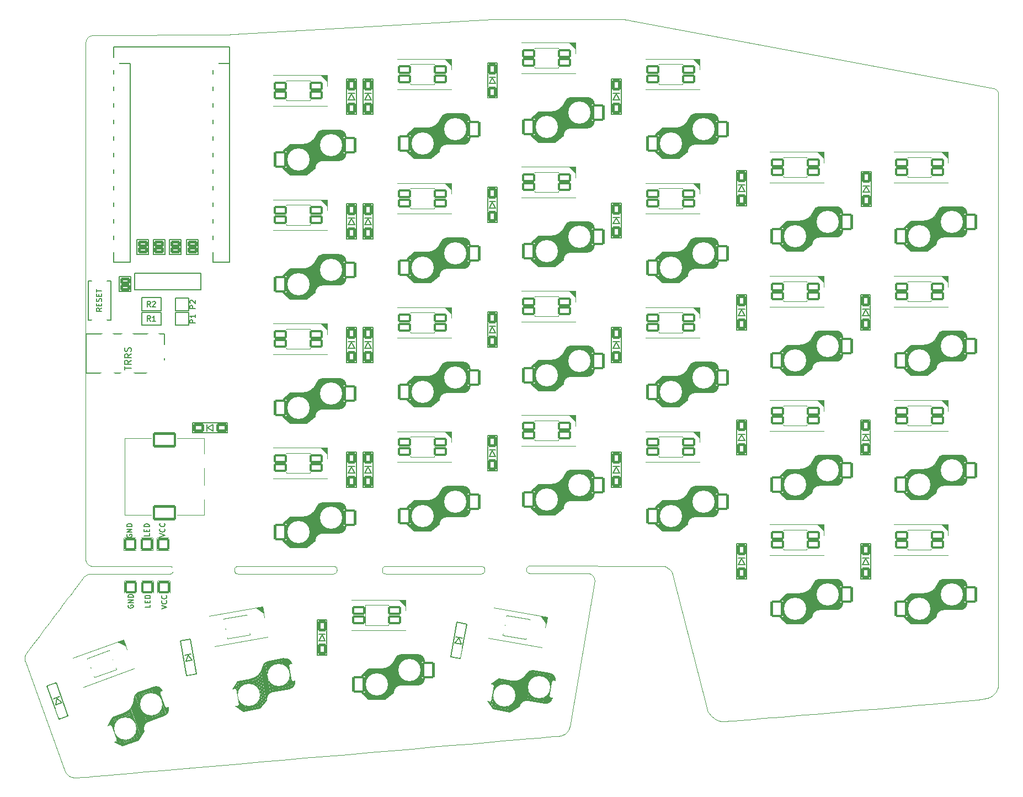
<source format=gto>
%TF.GenerationSoftware,KiCad,Pcbnew,(6.0.0)*%
%TF.CreationDate,2023-02-15T17:26:08+02:00*%
%TF.ProjectId,SofleKeyboard,536f666c-654b-4657-9962-6f6172642e6b,rev?*%
%TF.SameCoordinates,Original*%
%TF.FileFunction,Legend,Top*%
%TF.FilePolarity,Positive*%
%FSLAX46Y46*%
G04 Gerber Fmt 4.6, Leading zero omitted, Abs format (unit mm)*
G04 Created by KiCad (PCBNEW (6.0.0)) date 2023-02-15 17:26:08*
%MOMM*%
%LPD*%
G01*
G04 APERTURE LIST*
G04 Aperture macros list*
%AMRoundRect*
0 Rectangle with rounded corners*
0 $1 Rounding radius*
0 $2 $3 $4 $5 $6 $7 $8 $9 X,Y pos of 4 corners*
0 Add a 4 corners polygon primitive as box body*
4,1,4,$2,$3,$4,$5,$6,$7,$8,$9,$2,$3,0*
0 Add four circle primitives for the rounded corners*
1,1,$1+$1,$2,$3*
1,1,$1+$1,$4,$5*
1,1,$1+$1,$6,$7*
1,1,$1+$1,$8,$9*
0 Add four rect primitives between the rounded corners*
20,1,$1+$1,$2,$3,$4,$5,0*
20,1,$1+$1,$4,$5,$6,$7,0*
20,1,$1+$1,$6,$7,$8,$9,0*
20,1,$1+$1,$8,$9,$2,$3,0*%
G04 Aperture macros list end*
%ADD10C,0.090000*%
%ADD11C,0.150000*%
%ADD12C,0.120000*%
%ADD13C,0.100000*%
%TA.AperFunction,Profile*%
%ADD14C,0.120000*%
%TD*%
%ADD15C,1.397000*%
%ADD16C,1.200000*%
%ADD17O,2.500000X1.700000*%
%ADD18C,1.524000*%
%ADD19C,1.700000*%
%ADD20C,1.752600*%
%ADD21C,0.200000*%
%ADD22C,1.797000*%
%ADD23C,1.600000*%
%ADD24O,2.900000X2.100000*%
%ADD25C,5.100000*%
%ADD26C,1.924000*%
%ADD27RoundRect,0.200000X0.571500X-0.317500X0.571500X0.317500X-0.571500X0.317500X-0.571500X-0.317500X0*%
%ADD28C,2.400000*%
%ADD29RoundRect,0.200000X-0.571500X0.317500X-0.571500X-0.317500X0.571500X-0.317500X0.571500X0.317500X0*%
%ADD30RoundRect,0.200000X-0.475000X0.650000X-0.475000X-0.650000X0.475000X-0.650000X0.475000X0.650000X0*%
%ADD31RoundRect,0.200000X-0.650000X-0.475000X0.650000X-0.475000X0.650000X0.475000X-0.650000X0.475000X0*%
%ADD32RoundRect,0.200000X-0.668667X0.448341X-0.224041X-0.773260X0.668667X-0.448341X0.224041X0.773260X0*%
%ADD33C,2.200000*%
%ADD34C,3.400000*%
%ADD35C,3.800000*%
%ADD36C,1.400000*%
%ADD37RoundRect,0.200000X0.850000X0.500000X-0.850000X0.500000X-0.850000X-0.500000X0.850000X-0.500000X0*%
%ADD38RoundRect,0.200000X0.800000X1.100000X-0.800000X1.100000X-0.800000X-1.100000X0.800000X-1.100000X0*%
%ADD39RoundRect,0.200000X0.627729X0.760563X-0.969749X0.179129X-0.627729X-0.760563X0.969749X-0.179129X0*%
%ADD40RoundRect,0.200000X0.375532X1.307278X-1.127976X0.760046X-0.375532X-1.307278X1.127976X-0.760046X0*%
%ADD41C,4.400000*%
%ADD42RoundRect,0.200000X-1.600000X-1.000000X1.600000X-1.000000X1.600000X1.000000X-1.600000X1.000000X0*%
%ADD43RoundRect,0.200000X0.750263X0.640005X-0.923911X0.344803X-0.750263X-0.640005X0.923911X-0.344803X0*%
%ADD44RoundRect,0.200000X0.596833X1.222207X-0.978859X0.944370X-0.596833X-1.222207X0.978859X-0.944370X0*%
%ADD45RoundRect,0.200000X0.923911X0.344803X-0.750263X0.640005X-0.923911X-0.344803X0.750263X-0.640005X0*%
%ADD46RoundRect,0.200000X0.978859X0.944370X-0.596833X1.222207X-0.978859X-0.944370X0.596833X-1.222207X0*%
%ADD47RoundRect,0.200000X-0.580655X0.557642X-0.354912X-0.722608X0.580655X-0.557642X0.354912X0.722608X0*%
%ADD48RoundRect,0.200000X-0.354912X0.722608X-0.580655X-0.557642X0.354912X-0.722608X0.580655X0.557642X0*%
%ADD49C,0.793700*%
%ADD50C,2.100000*%
%ADD51O,2.100000X2.100000*%
%ADD52C,2.152600*%
%ADD53C,1.187400*%
%ADD54RoundRect,0.200000X-0.762000X-0.762000X0.762000X-0.762000X0.762000X0.762000X-0.762000X0.762000X0*%
%ADD55RoundRect,0.200000X-0.762000X0.762000X-0.762000X-0.762000X0.762000X-0.762000X0.762000X0.762000X0*%
G04 APERTURE END LIST*
D10*
X162218354Y-142806782D02*
X166017777Y-120493588D01*
X147877950Y-119422237D02*
X134684053Y-119422237D01*
X171390576Y-34528702D02*
X171122462Y-34479308D01*
X78634718Y-132876101D02*
X84773060Y-149738874D01*
X171122462Y-34479308D02*
X170780277Y-34415810D01*
X101346553Y-118835528D02*
X101340041Y-118958535D01*
X101320921Y-119063869D01*
X101289813Y-119152873D01*
X101222027Y-119258700D01*
X101130754Y-119335344D01*
X101018088Y-119387337D01*
X100886120Y-119419216D01*
X100788453Y-119431532D01*
X100683757Y-119438268D01*
X100572653Y-119440766D01*
X100455762Y-119440370D01*
X100333702Y-119438424D01*
X100207095Y-119436271D01*
X100076561Y-119435255D01*
X86783876Y-150691379D02*
X87265895Y-150648742D01*
X88118850Y-150574157D01*
X89317412Y-150469809D01*
X90836251Y-150337881D01*
X92650038Y-150180557D01*
X94733443Y-150000021D01*
X97061138Y-149798457D01*
X99607793Y-149578048D01*
X102348079Y-149340979D01*
X105256666Y-149089433D01*
X108308226Y-148825595D01*
X111477428Y-148551647D01*
X114738945Y-148269775D01*
X118067446Y-147982161D01*
X121437602Y-147690990D01*
X124824083Y-147398446D01*
X128201562Y-147106712D01*
X131544708Y-146817973D01*
X134828191Y-146534411D01*
X138026684Y-146258212D01*
X141114856Y-145991559D01*
X144067379Y-145736636D01*
X146858922Y-145495626D01*
X149464157Y-145270714D01*
X151857754Y-145064083D01*
X154014385Y-144877918D01*
X155908719Y-144714401D01*
X157515428Y-144575718D01*
X158809182Y-144464052D01*
X159764652Y-144381586D01*
X160356509Y-144330506D01*
X160559424Y-144312994D01*
X170780277Y-34415810D02*
X170643142Y-34403395D01*
X170395510Y-34392557D01*
X170044912Y-34383218D01*
X169598882Y-34375299D01*
X169064949Y-34368724D01*
X168450647Y-34363414D01*
X167763508Y-34359294D01*
X167011062Y-34356284D01*
X166200841Y-34354307D01*
X165340379Y-34353287D01*
X164437206Y-34353145D01*
X163498854Y-34353804D01*
X162532856Y-34355186D01*
X161546742Y-34357214D01*
X160548045Y-34359810D01*
X159544297Y-34362898D01*
X158543029Y-34366399D01*
X157551774Y-34370235D01*
X156578063Y-34374330D01*
X155629428Y-34378606D01*
X154713400Y-34382985D01*
X153837513Y-34387390D01*
X153009296Y-34391743D01*
X152236284Y-34395968D01*
X151526006Y-34399985D01*
X150885996Y-34403718D01*
X150323784Y-34407090D01*
X149846903Y-34410022D01*
X149462885Y-34412438D01*
X149179261Y-34414259D01*
X149003563Y-34415409D01*
X148943324Y-34415810D01*
X226131098Y-138534218D02*
X226302029Y-138486765D01*
X226462005Y-138432526D01*
X226611390Y-138372043D01*
X226750544Y-138305861D01*
X226879831Y-138234523D01*
X226999613Y-138158574D01*
X227110253Y-138078557D01*
X227212114Y-137995016D01*
X227305558Y-137908495D01*
X227390947Y-137819538D01*
X227468644Y-137728688D01*
X227539012Y-137636491D01*
X227602413Y-137543489D01*
X227659210Y-137450226D01*
X227709765Y-137357247D01*
X227754441Y-137265095D01*
X227793601Y-137174314D01*
X227827606Y-137085449D01*
X227856820Y-136999042D01*
X227902324Y-136835781D01*
X227933013Y-136688882D01*
X227951788Y-136562698D01*
X227961548Y-136461578D01*
X227965632Y-136366412D01*
X227965547Y-136346991D01*
X112007487Y-119422237D02*
X111876952Y-119423253D01*
X111750345Y-119425406D01*
X111628285Y-119427352D01*
X111511394Y-119427748D01*
X111400290Y-119425250D01*
X111295594Y-119418514D01*
X111197927Y-119406198D01*
X111107907Y-119386957D01*
X110988574Y-119342172D01*
X110889938Y-119274249D01*
X110814091Y-119178653D01*
X110763126Y-119050851D01*
X110744006Y-118945517D01*
X110737495Y-118822510D01*
X125201384Y-119422237D02*
X112007487Y-119422237D01*
X227965547Y-45810528D02*
X227956434Y-45678539D01*
X227930682Y-45559934D01*
X227890668Y-45454041D01*
X227838768Y-45360188D01*
X227777359Y-45277704D01*
X227708819Y-45205917D01*
X227635525Y-45144155D01*
X227559854Y-45091746D01*
X227447090Y-45029201D01*
X227342349Y-44983922D01*
X227253653Y-44953642D01*
X227163274Y-44930349D01*
X227154162Y-44928584D01*
X100076561Y-119435255D02*
X88583055Y-119435255D01*
X227965547Y-136346991D02*
X227965547Y-136089375D01*
X227965547Y-135338363D01*
X227965547Y-134126701D01*
X227965547Y-132487138D01*
X227965547Y-130452423D01*
X227965547Y-128055304D01*
X227965547Y-125328530D01*
X227965547Y-122304850D01*
X227965547Y-119017010D01*
X227965547Y-115497762D01*
X227965547Y-111779851D01*
X227965547Y-107896028D01*
X227965547Y-103879040D01*
X227965547Y-99761637D01*
X227965547Y-95576566D01*
X227965547Y-91356576D01*
X227965547Y-87134416D01*
X227965547Y-82942834D01*
X227965547Y-78814578D01*
X227965547Y-74782397D01*
X227965547Y-70879040D01*
X227965547Y-67137255D01*
X227965547Y-63589790D01*
X227965547Y-60269394D01*
X227965547Y-57208816D01*
X227965547Y-54440803D01*
X227965547Y-51998105D01*
X227965547Y-49913470D01*
X227965547Y-48219646D01*
X227965547Y-46949382D01*
X227965547Y-46135426D01*
X227965547Y-45810528D01*
X166017777Y-120493588D02*
X166012075Y-120376265D01*
X165995314Y-120262767D01*
X165968011Y-120153609D01*
X165930683Y-120049309D01*
X165883847Y-119950383D01*
X165828018Y-119857348D01*
X165763715Y-119770720D01*
X165691454Y-119691018D01*
X165611751Y-119618756D01*
X165525123Y-119554453D01*
X165432088Y-119498624D01*
X165333162Y-119451788D01*
X165228862Y-119414460D01*
X165119704Y-119387157D01*
X165006206Y-119370396D01*
X164888884Y-119364695D01*
X162207782Y-142859708D02*
X162218354Y-142806782D01*
X147877950Y-118258075D02*
X148008484Y-118256662D01*
X148135091Y-118253389D01*
X148257150Y-118249702D01*
X148374042Y-118247049D01*
X148485146Y-118246876D01*
X148589841Y-118250630D01*
X148687509Y-118259759D01*
X148777529Y-118275709D01*
X148896861Y-118315589D01*
X148995497Y-118378956D01*
X149071344Y-118470693D01*
X149122309Y-118595685D01*
X149141429Y-118699899D01*
X149147941Y-118822510D01*
X84773060Y-149738874D02*
X84821658Y-149840417D01*
X84888141Y-149949678D01*
X84950685Y-150036183D01*
X85029126Y-150129547D01*
X85124599Y-150226282D01*
X85238236Y-150322896D01*
X85371171Y-150415899D01*
X85524536Y-150501802D01*
X85609235Y-150541000D01*
X85699465Y-150577114D01*
X85795370Y-150609707D01*
X85897091Y-150638345D01*
X86004769Y-150662589D01*
X86118546Y-150682005D01*
X86238564Y-150696155D01*
X86364964Y-150704604D01*
X86497889Y-150706915D01*
X86637478Y-150702652D01*
X86783876Y-150691379D01*
X183445187Y-140624426D02*
X183536912Y-140762658D01*
X183630630Y-140891813D01*
X183726021Y-141012200D01*
X183822761Y-141124124D01*
X183920529Y-141227894D01*
X184019004Y-141323817D01*
X184117864Y-141412200D01*
X184216787Y-141493352D01*
X184315452Y-141567579D01*
X184413536Y-141635189D01*
X184510719Y-141696489D01*
X184606678Y-141751787D01*
X184701092Y-141801391D01*
X184793639Y-141845607D01*
X184883997Y-141884744D01*
X184971845Y-141919108D01*
X185056862Y-141949008D01*
X185217112Y-141996643D01*
X185362174Y-142030108D01*
X185489475Y-142051863D01*
X185596441Y-142064369D01*
X185713133Y-142071163D01*
X185773533Y-142070806D01*
X227154162Y-44928584D02*
X171390576Y-34528702D01*
X87524722Y-120070250D02*
X87427251Y-120199811D01*
X87310170Y-120355436D01*
X87151755Y-120565999D01*
X86955176Y-120827283D01*
X86723606Y-121135069D01*
X86460217Y-121485139D01*
X86168179Y-121873276D01*
X85850664Y-122295260D01*
X85510845Y-122746875D01*
X85151893Y-123223901D01*
X84776979Y-123722122D01*
X84389275Y-124237318D01*
X83991952Y-124765272D01*
X83588184Y-125301765D01*
X83181140Y-125842580D01*
X82773993Y-126383498D01*
X82369914Y-126920302D01*
X81972075Y-127448772D01*
X81583648Y-127964692D01*
X81207804Y-128463843D01*
X80847714Y-128942007D01*
X80506552Y-129394966D01*
X80187488Y-129818501D01*
X79893693Y-130208395D01*
X79628340Y-130560430D01*
X79394600Y-130870387D01*
X79195645Y-131134049D01*
X79034646Y-131347197D01*
X78914776Y-131505614D01*
X78839205Y-131605080D01*
X78811106Y-131641379D01*
X148943324Y-34415810D02*
X112066641Y-36553643D01*
X176283602Y-118235823D02*
X176387579Y-118238555D01*
X176487862Y-118246519D01*
X176584476Y-118259367D01*
X176677447Y-118276750D01*
X176766800Y-118298318D01*
X176934758Y-118352616D01*
X177088557Y-118419471D01*
X177228403Y-118496093D01*
X177354503Y-118579691D01*
X177467064Y-118667474D01*
X177566292Y-118756654D01*
X177652395Y-118844437D01*
X177725578Y-118928035D01*
X177786049Y-119004657D01*
X177853372Y-119100405D01*
X177900570Y-119177609D01*
X177906393Y-119188306D01*
X185773533Y-142070806D02*
X185883884Y-142062008D01*
X186205785Y-142036303D01*
X186725505Y-141994727D01*
X187429314Y-141938313D01*
X188303481Y-141868095D01*
X189334277Y-141785109D01*
X190507971Y-141690389D01*
X191810833Y-141584968D01*
X193229132Y-141469881D01*
X194749138Y-141346163D01*
X196357121Y-141214848D01*
X198039351Y-141076971D01*
X199782097Y-140933565D01*
X201571629Y-140785666D01*
X203394217Y-140634307D01*
X205236130Y-140480523D01*
X207083638Y-140325348D01*
X208923012Y-140169817D01*
X210740520Y-140014963D01*
X212522432Y-139861823D01*
X214255019Y-139711429D01*
X215924549Y-139564816D01*
X217517293Y-139423019D01*
X219019520Y-139287072D01*
X220417500Y-139158009D01*
X221697502Y-139036865D01*
X222845797Y-138924674D01*
X223848654Y-138822470D01*
X224692343Y-138731288D01*
X225363133Y-138652163D01*
X225847295Y-138586128D01*
X226131098Y-138534218D01*
X108404975Y-36770481D02*
X89178586Y-36841035D01*
X164888884Y-119364695D02*
X156831430Y-119364695D01*
X87912769Y-92804064D02*
X87912769Y-117142199D01*
X112066641Y-36553643D02*
X111950703Y-36563327D01*
X111815220Y-36574420D01*
X111636448Y-36588782D01*
X111532796Y-36596977D01*
X111420681Y-36605737D01*
X111300890Y-36614976D01*
X111174210Y-36624611D01*
X111041426Y-36634556D01*
X110903326Y-36644729D01*
X110760696Y-36655044D01*
X110614322Y-36665417D01*
X110464991Y-36675764D01*
X110313490Y-36686000D01*
X110160604Y-36696042D01*
X110007121Y-36705804D01*
X109853826Y-36715203D01*
X109701506Y-36724153D01*
X109550949Y-36732572D01*
X109402939Y-36740375D01*
X109258264Y-36747476D01*
X109117710Y-36753792D01*
X108982064Y-36759239D01*
X108852112Y-36763732D01*
X108728641Y-36767187D01*
X108612436Y-36769520D01*
X108504285Y-36770646D01*
X108404975Y-36770481D01*
X110737495Y-118822510D02*
X110744006Y-118699899D01*
X110763126Y-118595685D01*
X110794234Y-118508421D01*
X110862020Y-118406142D01*
X110953293Y-118333860D01*
X111065959Y-118286694D01*
X111197927Y-118259759D01*
X111295594Y-118250630D01*
X111400290Y-118246876D01*
X111511394Y-118247049D01*
X111628285Y-118249702D01*
X111750345Y-118253389D01*
X111876952Y-118256662D01*
X112007487Y-118258075D01*
X126471376Y-118822510D02*
X126464864Y-118945517D01*
X126445744Y-119050851D01*
X126414636Y-119139855D01*
X126346850Y-119245682D01*
X126255577Y-119322326D01*
X126142911Y-119374319D01*
X126010943Y-119406198D01*
X125913276Y-119418514D01*
X125808580Y-119425250D01*
X125697476Y-119427748D01*
X125580585Y-119427352D01*
X125458525Y-119425406D01*
X125331918Y-119423253D01*
X125201384Y-119422237D01*
X156831430Y-118200532D02*
X176283602Y-118235823D01*
X100076561Y-118271092D02*
X100207095Y-118269679D01*
X100333702Y-118266406D01*
X100455762Y-118262719D01*
X100572653Y-118260066D01*
X100683757Y-118259893D01*
X100788453Y-118263648D01*
X100886120Y-118272776D01*
X100976140Y-118288726D01*
X101095473Y-118328607D01*
X101194109Y-118391974D01*
X101269956Y-118483711D01*
X101320921Y-118608703D01*
X101340041Y-118712917D01*
X101346553Y-118835528D01*
X78564158Y-132452763D02*
X78568854Y-132545361D01*
X78581465Y-132637964D01*
X78599772Y-132730571D01*
X78621559Y-132823181D01*
X78634718Y-132876101D01*
X134684053Y-119422237D02*
X134553518Y-119423253D01*
X134426911Y-119425406D01*
X134304851Y-119427352D01*
X134187960Y-119427748D01*
X134076856Y-119425250D01*
X133972160Y-119418514D01*
X133874493Y-119406198D01*
X133784473Y-119386957D01*
X133665140Y-119342172D01*
X133566504Y-119274249D01*
X133490657Y-119178653D01*
X133439692Y-119050851D01*
X133420572Y-118945517D01*
X133414061Y-118822510D01*
X87595282Y-119964421D02*
X87535792Y-120033877D01*
X87524722Y-120070250D01*
X89056533Y-36841922D02*
X88939211Y-36847623D01*
X88825712Y-36864384D01*
X88716555Y-36891687D01*
X88612254Y-36929015D01*
X88513328Y-36975852D01*
X88420293Y-37031680D01*
X88333666Y-37095983D01*
X88253963Y-37168245D01*
X88181701Y-37247948D01*
X88117398Y-37334575D01*
X88061570Y-37427610D01*
X88014733Y-37526536D01*
X87977405Y-37630837D01*
X87950102Y-37739994D01*
X87933341Y-37853493D01*
X87927640Y-37970815D01*
X89178586Y-36841035D02*
X89056533Y-36841922D01*
X177906393Y-119188306D02*
X183445187Y-140624426D01*
X149147941Y-118822510D02*
X149141429Y-118945517D01*
X149122309Y-119050851D01*
X149091201Y-119139855D01*
X149023415Y-119245682D01*
X148932143Y-119322326D01*
X148819476Y-119374319D01*
X148687509Y-119406198D01*
X148589841Y-119418514D01*
X148485146Y-119425250D01*
X148374042Y-119427748D01*
X148257150Y-119427352D01*
X148135091Y-119425406D01*
X148008484Y-119423253D01*
X147877950Y-119422237D01*
X88583055Y-119435255D02*
X88474899Y-119449743D01*
X88368953Y-119473009D01*
X88265566Y-119504529D01*
X88165087Y-119543781D01*
X88067864Y-119590241D01*
X87974246Y-119643387D01*
X87884582Y-119702694D01*
X87799221Y-119767640D01*
X87718512Y-119837702D01*
X87642804Y-119912357D01*
X87595282Y-119964421D01*
X133414061Y-118822510D02*
X133420572Y-118699899D01*
X133439692Y-118595685D01*
X133470800Y-118508421D01*
X133538586Y-118406142D01*
X133629859Y-118333860D01*
X133742525Y-118286694D01*
X133874493Y-118259759D01*
X133972160Y-118250630D01*
X134076856Y-118246876D01*
X134187960Y-118247049D01*
X134304851Y-118249702D01*
X134426911Y-118253389D01*
X134553518Y-118256662D01*
X134684053Y-118258075D01*
X156831430Y-119364695D02*
X156700895Y-119365711D01*
X156574288Y-119367865D01*
X156452229Y-119369812D01*
X156335337Y-119370209D01*
X156224234Y-119367713D01*
X156119538Y-119360979D01*
X156021870Y-119348664D01*
X155931851Y-119329425D01*
X155812518Y-119284643D01*
X155713882Y-119216723D01*
X155638035Y-119121130D01*
X155587070Y-118993330D01*
X155567950Y-118887996D01*
X155561439Y-118764990D01*
X87927640Y-37970815D02*
X87912769Y-92804064D01*
X125201384Y-118258075D02*
X125331918Y-118256662D01*
X125458525Y-118253389D01*
X125580585Y-118249702D01*
X125697476Y-118247049D01*
X125808580Y-118246876D01*
X125913276Y-118250630D01*
X126010943Y-118259759D01*
X126100963Y-118275709D01*
X126220296Y-118315589D01*
X126318932Y-118378956D01*
X126394779Y-118470693D01*
X126445744Y-118595685D01*
X126464864Y-118699899D01*
X126471376Y-118822510D01*
X89041662Y-118271092D02*
X100076561Y-118271092D01*
X87912769Y-117142199D02*
X87918470Y-117259521D01*
X87935231Y-117373019D01*
X87962534Y-117482177D01*
X87999862Y-117586477D01*
X88046698Y-117685403D01*
X88102527Y-117778438D01*
X88166830Y-117865066D01*
X88239092Y-117944769D01*
X88318794Y-118017030D01*
X88405422Y-118081333D01*
X88498457Y-118137162D01*
X88597383Y-118183998D01*
X88701683Y-118221326D01*
X88810841Y-118248629D01*
X88924339Y-118265390D01*
X89041662Y-118271092D01*
X134684053Y-118258075D02*
X147877950Y-118258075D01*
X155561439Y-118764990D02*
X155567950Y-118642378D01*
X155587070Y-118538164D01*
X155618178Y-118450899D01*
X155685964Y-118348617D01*
X155777237Y-118276333D01*
X155889903Y-118229163D01*
X156021870Y-118202225D01*
X156119538Y-118193094D01*
X156224234Y-118189338D01*
X156335337Y-118189509D01*
X156452229Y-118192161D01*
X156574288Y-118195847D01*
X156700895Y-118199119D01*
X156831430Y-118200532D01*
X78811106Y-131641379D02*
X78749852Y-131735562D01*
X78698106Y-131832643D01*
X78655455Y-131932205D01*
X78621486Y-132033836D01*
X78595785Y-132137122D01*
X78577939Y-132241647D01*
X78567534Y-132346999D01*
X78564158Y-132452763D01*
X112007487Y-118258075D02*
X125201384Y-118258075D01*
X160559424Y-144312994D02*
X160684334Y-144296775D01*
X160823088Y-144267449D01*
X160935981Y-144235941D01*
X161061179Y-144192782D01*
X161195248Y-144136182D01*
X161334755Y-144064353D01*
X161476266Y-143975508D01*
X161616348Y-143867857D01*
X161684779Y-143806420D01*
X161751565Y-143739612D01*
X161816276Y-143667208D01*
X161878484Y-143588984D01*
X161937759Y-143504718D01*
X161993672Y-143414186D01*
X162045794Y-143317164D01*
X162093695Y-143213429D01*
X162136946Y-143102757D01*
X162175118Y-142984924D01*
X162207782Y-142859708D01*
D11*
X97864533Y-80667695D02*
X97593600Y-80280647D01*
X97400076Y-80667695D02*
X97400076Y-79854895D01*
X97709714Y-79854895D01*
X97787123Y-79893600D01*
X97825828Y-79932304D01*
X97864533Y-80009714D01*
X97864533Y-80125828D01*
X97825828Y-80203238D01*
X97787123Y-80241942D01*
X97709714Y-80280647D01*
X97400076Y-80280647D01*
X98638628Y-80667695D02*
X98174171Y-80667695D01*
X98406400Y-80667695D02*
X98406400Y-79854895D01*
X98328990Y-79971009D01*
X98251580Y-80048419D01*
X98174171Y-80087123D01*
X97864533Y-78467695D02*
X97593600Y-78080647D01*
X97400076Y-78467695D02*
X97400076Y-77654895D01*
X97709714Y-77654895D01*
X97787123Y-77693600D01*
X97825828Y-77732304D01*
X97864533Y-77809714D01*
X97864533Y-77925828D01*
X97825828Y-78003238D01*
X97787123Y-78041942D01*
X97709714Y-78080647D01*
X97400076Y-78080647D01*
X98174171Y-77732304D02*
X98212876Y-77693600D01*
X98290285Y-77654895D01*
X98483809Y-77654895D01*
X98561219Y-77693600D01*
X98599923Y-77732304D01*
X98638628Y-77809714D01*
X98638628Y-77887123D01*
X98599923Y-78003238D01*
X98135466Y-78467695D01*
X98638628Y-78467695D01*
X93902380Y-88161904D02*
X93902380Y-87590476D01*
X94902380Y-87876190D02*
X93902380Y-87876190D01*
X94902380Y-86685714D02*
X94426190Y-87019047D01*
X94902380Y-87257142D02*
X93902380Y-87257142D01*
X93902380Y-86876190D01*
X93950000Y-86780952D01*
X93997619Y-86733333D01*
X94092857Y-86685714D01*
X94235714Y-86685714D01*
X94330952Y-86733333D01*
X94378571Y-86780952D01*
X94426190Y-86876190D01*
X94426190Y-87257142D01*
X94902380Y-85685714D02*
X94426190Y-86019047D01*
X94902380Y-86257142D02*
X93902380Y-86257142D01*
X93902380Y-85876190D01*
X93950000Y-85780952D01*
X93997619Y-85733333D01*
X94092857Y-85685714D01*
X94235714Y-85685714D01*
X94330952Y-85733333D01*
X94378571Y-85780952D01*
X94426190Y-85876190D01*
X94426190Y-86257142D01*
X94854761Y-85304761D02*
X94902380Y-85161904D01*
X94902380Y-84923809D01*
X94854761Y-84828571D01*
X94807142Y-84780952D01*
X94711904Y-84733333D01*
X94616666Y-84733333D01*
X94521428Y-84780952D01*
X94473809Y-84828571D01*
X94426190Y-84923809D01*
X94378571Y-85114285D01*
X94330952Y-85209523D01*
X94283333Y-85257142D01*
X94188095Y-85304761D01*
X94092857Y-85304761D01*
X93997619Y-85257142D01*
X93950000Y-85209523D01*
X93902380Y-85114285D01*
X93902380Y-84876190D01*
X93950000Y-84733333D01*
X104739639Y-80899923D02*
X103926839Y-80899923D01*
X103926839Y-80590285D01*
X103965544Y-80512876D01*
X104004248Y-80474171D01*
X104081658Y-80435466D01*
X104197772Y-80435466D01*
X104275182Y-80474171D01*
X104313886Y-80512876D01*
X104352591Y-80590285D01*
X104352591Y-80899923D01*
X104739639Y-79661371D02*
X104739639Y-80125828D01*
X104739639Y-79893600D02*
X103926839Y-79893600D01*
X104042953Y-79971009D01*
X104120363Y-80048419D01*
X104159067Y-80125828D01*
X104739639Y-78699923D02*
X103926839Y-78699923D01*
X103926839Y-78390285D01*
X103965544Y-78312876D01*
X104004248Y-78274171D01*
X104081658Y-78235466D01*
X104197772Y-78235466D01*
X104275182Y-78274171D01*
X104313886Y-78312876D01*
X104352591Y-78390285D01*
X104352591Y-78699923D01*
X104004248Y-77925828D02*
X103965544Y-77887123D01*
X103926839Y-77809714D01*
X103926839Y-77616190D01*
X103965544Y-77538780D01*
X104004248Y-77500076D01*
X104081658Y-77461371D01*
X104159067Y-77461371D01*
X104275182Y-77500076D01*
X104739639Y-77964533D01*
X104739639Y-77461371D01*
X90361904Y-78661904D02*
X89980952Y-78928571D01*
X90361904Y-79119047D02*
X89561904Y-79119047D01*
X89561904Y-78814285D01*
X89600000Y-78738095D01*
X89638095Y-78700000D01*
X89714285Y-78661904D01*
X89828571Y-78661904D01*
X89904761Y-78700000D01*
X89942857Y-78738095D01*
X89980952Y-78814285D01*
X89980952Y-79119047D01*
X89942857Y-78319047D02*
X89942857Y-78052380D01*
X90361904Y-77938095D02*
X90361904Y-78319047D01*
X89561904Y-78319047D01*
X89561904Y-77938095D01*
X90323809Y-77633333D02*
X90361904Y-77519047D01*
X90361904Y-77328571D01*
X90323809Y-77252380D01*
X90285714Y-77214285D01*
X90209523Y-77176190D01*
X90133333Y-77176190D01*
X90057142Y-77214285D01*
X90019047Y-77252380D01*
X89980952Y-77328571D01*
X89942857Y-77480952D01*
X89904761Y-77557142D01*
X89866666Y-77595238D01*
X89790476Y-77633333D01*
X89714285Y-77633333D01*
X89638095Y-77595238D01*
X89600000Y-77557142D01*
X89561904Y-77480952D01*
X89561904Y-77290476D01*
X89600000Y-77176190D01*
X89942857Y-76833333D02*
X89942857Y-76566666D01*
X90361904Y-76452380D02*
X90361904Y-76833333D01*
X89561904Y-76833333D01*
X89561904Y-76452380D01*
X89561904Y-76223809D02*
X89561904Y-75766666D01*
X90361904Y-75995238D02*
X89561904Y-75995238D01*
X99291024Y-113759306D02*
X100091024Y-113492640D01*
X99291024Y-113225973D01*
X100014834Y-112502163D02*
X100052929Y-112540259D01*
X100091024Y-112654544D01*
X100091024Y-112730735D01*
X100052929Y-112845020D01*
X99976739Y-112921211D01*
X99900548Y-112959306D01*
X99748167Y-112997401D01*
X99633881Y-112997401D01*
X99481500Y-112959306D01*
X99405310Y-112921211D01*
X99329120Y-112845020D01*
X99291024Y-112730735D01*
X99291024Y-112654544D01*
X99329120Y-112540259D01*
X99367215Y-112502163D01*
X100014834Y-111702163D02*
X100052929Y-111740259D01*
X100091024Y-111854544D01*
X100091024Y-111930735D01*
X100052929Y-112045020D01*
X99976739Y-112121211D01*
X99900548Y-112159306D01*
X99748167Y-112197401D01*
X99633881Y-112197401D01*
X99481500Y-112159306D01*
X99405310Y-112121211D01*
X99329120Y-112045020D01*
X99291024Y-111930735D01*
X99291024Y-111854544D01*
X99329120Y-111740259D01*
X99367215Y-111702163D01*
X97691024Y-113206925D02*
X97691024Y-113587878D01*
X96891024Y-113587878D01*
X97271977Y-112940259D02*
X97271977Y-112673592D01*
X97691024Y-112559306D02*
X97691024Y-112940259D01*
X96891024Y-112940259D01*
X96891024Y-112559306D01*
X97691024Y-112216449D02*
X96891024Y-112216449D01*
X96891024Y-112025973D01*
X96929120Y-111911687D01*
X97005310Y-111835497D01*
X97081500Y-111797401D01*
X97233881Y-111759306D01*
X97348167Y-111759306D01*
X97500548Y-111797401D01*
X97576739Y-111835497D01*
X97652929Y-111911687D01*
X97691024Y-112025973D01*
X97691024Y-112216449D01*
X94289120Y-113402163D02*
X94251024Y-113478354D01*
X94251024Y-113592640D01*
X94289120Y-113706925D01*
X94365310Y-113783116D01*
X94441500Y-113821211D01*
X94593881Y-113859306D01*
X94708167Y-113859306D01*
X94860548Y-113821211D01*
X94936739Y-113783116D01*
X95012929Y-113706925D01*
X95051024Y-113592640D01*
X95051024Y-113516449D01*
X95012929Y-113402163D01*
X94974834Y-113364068D01*
X94708167Y-113364068D01*
X94708167Y-113516449D01*
X95051024Y-113021211D02*
X94251024Y-113021211D01*
X95051024Y-112564068D01*
X94251024Y-112564068D01*
X95051024Y-112183116D02*
X94251024Y-112183116D01*
X94251024Y-111992640D01*
X94289120Y-111878354D01*
X94365310Y-111802163D01*
X94441500Y-111764068D01*
X94593881Y-111725973D01*
X94708167Y-111725973D01*
X94860548Y-111764068D01*
X94936739Y-111802163D01*
X95012929Y-111878354D01*
X95051024Y-111992640D01*
X95051024Y-112183116D01*
X99551024Y-124809306D02*
X100351024Y-124542640D01*
X99551024Y-124275973D01*
X100274834Y-123552163D02*
X100312929Y-123590259D01*
X100351024Y-123704544D01*
X100351024Y-123780735D01*
X100312929Y-123895020D01*
X100236739Y-123971211D01*
X100160548Y-124009306D01*
X100008167Y-124047401D01*
X99893881Y-124047401D01*
X99741500Y-124009306D01*
X99665310Y-123971211D01*
X99589120Y-123895020D01*
X99551024Y-123780735D01*
X99551024Y-123704544D01*
X99589120Y-123590259D01*
X99627215Y-123552163D01*
X100274834Y-122752163D02*
X100312929Y-122790259D01*
X100351024Y-122904544D01*
X100351024Y-122980735D01*
X100312929Y-123095020D01*
X100236739Y-123171211D01*
X100160548Y-123209306D01*
X100008167Y-123247401D01*
X99893881Y-123247401D01*
X99741500Y-123209306D01*
X99665310Y-123171211D01*
X99589120Y-123095020D01*
X99551024Y-122980735D01*
X99551024Y-122904544D01*
X99589120Y-122790259D01*
X99627215Y-122752163D01*
X97831024Y-124166925D02*
X97831024Y-124547878D01*
X97031024Y-124547878D01*
X97411977Y-123900259D02*
X97411977Y-123633592D01*
X97831024Y-123519306D02*
X97831024Y-123900259D01*
X97031024Y-123900259D01*
X97031024Y-123519306D01*
X97831024Y-123176449D02*
X97031024Y-123176449D01*
X97031024Y-122985973D01*
X97069120Y-122871687D01*
X97145310Y-122795497D01*
X97221500Y-122757401D01*
X97373881Y-122719306D01*
X97488167Y-122719306D01*
X97640548Y-122757401D01*
X97716739Y-122795497D01*
X97792929Y-122871687D01*
X97831024Y-122985973D01*
X97831024Y-123176449D01*
X94469120Y-124242163D02*
X94431024Y-124318354D01*
X94431024Y-124432640D01*
X94469120Y-124546925D01*
X94545310Y-124623116D01*
X94621500Y-124661211D01*
X94773881Y-124699306D01*
X94888167Y-124699306D01*
X95040548Y-124661211D01*
X95116739Y-124623116D01*
X95192929Y-124546925D01*
X95231024Y-124432640D01*
X95231024Y-124356449D01*
X95192929Y-124242163D01*
X95154834Y-124204068D01*
X94888167Y-124204068D01*
X94888167Y-124356449D01*
X95231024Y-123861211D02*
X94431024Y-123861211D01*
X95231024Y-123404068D01*
X94431024Y-123404068D01*
X95231024Y-123023116D02*
X94431024Y-123023116D01*
X94431024Y-122832640D01*
X94469120Y-122718354D01*
X94545310Y-122642163D01*
X94621500Y-122604068D01*
X94773881Y-122565973D01*
X94888167Y-122565973D01*
X95040548Y-122604068D01*
X95116739Y-122642163D01*
X95192929Y-122718354D01*
X95231024Y-122832640D01*
X95231024Y-123023116D01*
X96538132Y-81312725D02*
X99540412Y-81312725D01*
X99540412Y-81312725D02*
X99540412Y-79311205D01*
X99540412Y-79311205D02*
X96538132Y-79311205D01*
X96538132Y-79311205D02*
X96538132Y-81312725D01*
X96538132Y-79062725D02*
X99540412Y-79062725D01*
X99540412Y-79062725D02*
X99540412Y-77061205D01*
X96538132Y-77061205D02*
X96538132Y-79062725D01*
X99540412Y-77061205D02*
X96538132Y-77061205D01*
X88000000Y-88650000D02*
X88000000Y-82650000D01*
X100000000Y-82650000D02*
X100000000Y-88650000D01*
X100000000Y-88650000D02*
X88000000Y-88650000D01*
X88000000Y-82650000D02*
X100000000Y-82650000D01*
X103700000Y-81300000D02*
X103700000Y-79300000D01*
X103700000Y-79300000D02*
X101700000Y-79300000D01*
X101700000Y-79300000D02*
X101700000Y-81300000D01*
X101700000Y-81300000D02*
X103700000Y-81300000D01*
X101700000Y-77100000D02*
X101700000Y-79100000D01*
X103700000Y-77100000D02*
X101700000Y-77100000D01*
X103700000Y-79100000D02*
X103700000Y-77100000D01*
X101700000Y-79100000D02*
X103700000Y-79100000D01*
X92208815Y-38615745D02*
X92208815Y-71635745D01*
X107448815Y-71635745D02*
X109988815Y-71635745D01*
X109988815Y-71635745D02*
X109988815Y-41155745D01*
X94748815Y-41155745D02*
X92208815Y-41155745D01*
X92208815Y-71635745D02*
X94748815Y-71635745D01*
X109988815Y-38615745D02*
X92208815Y-38615745D01*
X109988815Y-41155745D02*
X107448815Y-41155745D01*
X107448815Y-41155745D02*
X107448815Y-71635745D01*
X92208815Y-41155745D02*
X92208815Y-71635745D01*
X109988815Y-71635745D02*
X109988815Y-38615745D01*
X94748815Y-71635745D02*
X94748815Y-41155745D01*
X103411000Y-70443000D02*
X103411000Y-68157000D01*
X103411000Y-68157000D02*
X105189000Y-68157000D01*
X105189000Y-68157000D02*
X105189000Y-70443000D01*
X105189000Y-70443000D02*
X103411000Y-70443000D01*
X102589000Y-70443000D02*
X100811000Y-70443000D01*
X100811000Y-70443000D02*
X100811000Y-68157000D01*
X102589000Y-68157000D02*
X102589000Y-70443000D01*
X100811000Y-68157000D02*
X102589000Y-68157000D01*
X98311000Y-68157000D02*
X100089000Y-68157000D01*
X100089000Y-68157000D02*
X100089000Y-70443000D01*
X98311000Y-70443000D02*
X98311000Y-68157000D01*
X100089000Y-70443000D02*
X98311000Y-70443000D01*
X91800000Y-80500000D02*
X91800000Y-74500000D01*
X88300000Y-74500000D02*
X88900000Y-74500000D01*
X88300000Y-74500000D02*
X88300000Y-80500000D01*
X91800000Y-74500000D02*
X91100000Y-74500000D01*
X88300000Y-80500000D02*
X88900000Y-80500000D01*
X91800000Y-80500000D02*
X91100000Y-80500000D01*
X93111000Y-76143000D02*
X93111000Y-73857000D01*
X94889000Y-76143000D02*
X93111000Y-76143000D01*
X94889000Y-73857000D02*
X94889000Y-76143000D01*
X93111000Y-73857000D02*
X94889000Y-73857000D01*
X127955000Y-43527000D02*
X127955000Y-48927000D01*
X129205000Y-45727000D02*
X128205000Y-45727000D01*
X128705000Y-45827000D02*
X129205000Y-46727000D01*
X129455000Y-48927000D02*
X129455000Y-43527000D01*
X129205000Y-46727000D02*
X128205000Y-46727000D01*
X129455000Y-48927000D02*
X127955000Y-48927000D01*
X129455000Y-43527000D02*
X127955000Y-43527000D01*
X128205000Y-46727000D02*
X128705000Y-45827000D01*
X131245000Y-45830000D02*
X131745000Y-46730000D01*
X131995000Y-48930000D02*
X131995000Y-43530000D01*
X131745000Y-46730000D02*
X130745000Y-46730000D01*
X130745000Y-46730000D02*
X131245000Y-45830000D01*
X131745000Y-45730000D02*
X130745000Y-45730000D01*
X131995000Y-43530000D02*
X130495000Y-43530000D01*
X130495000Y-43530000D02*
X130495000Y-48930000D01*
X131995000Y-48930000D02*
X130495000Y-48930000D01*
X150845000Y-43230000D02*
X149845000Y-43230000D01*
X151095000Y-41030000D02*
X149595000Y-41030000D01*
X151095000Y-46430000D02*
X149595000Y-46430000D01*
X150845000Y-44230000D02*
X149845000Y-44230000D01*
X151095000Y-46430000D02*
X151095000Y-41030000D01*
X149595000Y-41030000D02*
X149595000Y-46430000D01*
X150345000Y-43330000D02*
X150845000Y-44230000D01*
X149845000Y-44230000D02*
X150345000Y-43330000D01*
X170095000Y-48930000D02*
X170095000Y-43530000D01*
X169345000Y-45830000D02*
X169845000Y-46730000D01*
X170095000Y-43530000D02*
X168595000Y-43530000D01*
X168845000Y-46730000D02*
X169345000Y-45830000D01*
X168595000Y-43530000D02*
X168595000Y-48930000D01*
X169845000Y-46730000D02*
X168845000Y-46730000D01*
X169845000Y-45730000D02*
X168845000Y-45730000D01*
X170095000Y-48930000D02*
X168595000Y-48930000D01*
X189340120Y-62965640D02*
X187840120Y-62965640D01*
X187840120Y-57565640D02*
X187840120Y-62965640D01*
X188590120Y-59865640D02*
X189090120Y-60765640D01*
X189090120Y-59765640D02*
X188090120Y-59765640D01*
X188090120Y-60765640D02*
X188590120Y-59865640D01*
X189340120Y-62965640D02*
X189340120Y-57565640D01*
X189090120Y-60765640D02*
X188090120Y-60765640D01*
X189340120Y-57565640D02*
X187840120Y-57565640D01*
X208190120Y-59895640D02*
X207190120Y-59895640D01*
X206940120Y-57695640D02*
X206940120Y-63095640D01*
X207690120Y-59995640D02*
X208190120Y-60895640D01*
X208190120Y-60895640D02*
X207190120Y-60895640D01*
X208440120Y-63095640D02*
X208440120Y-57695640D01*
X207190120Y-60895640D02*
X207690120Y-59995640D01*
X208440120Y-63095640D02*
X206940120Y-63095640D01*
X208440120Y-57695640D02*
X206940120Y-57695640D01*
X129205000Y-84830000D02*
X128205000Y-84830000D01*
X127955000Y-81630000D02*
X127955000Y-87030000D01*
X128705000Y-83930000D02*
X129205000Y-84830000D01*
X128205000Y-84830000D02*
X128705000Y-83930000D01*
X129455000Y-87030000D02*
X129455000Y-81630000D01*
X129455000Y-87030000D02*
X127955000Y-87030000D01*
X129205000Y-83830000D02*
X128205000Y-83830000D01*
X129455000Y-81630000D02*
X127955000Y-81630000D01*
X128705000Y-103030000D02*
X129205000Y-103930000D01*
X129455000Y-100730000D02*
X127955000Y-100730000D01*
X128205000Y-103930000D02*
X128705000Y-103030000D01*
X129205000Y-102930000D02*
X128205000Y-102930000D01*
X129205000Y-103930000D02*
X128205000Y-103930000D01*
X129455000Y-106130000D02*
X129455000Y-100730000D01*
X127955000Y-100730000D02*
X127955000Y-106130000D01*
X129455000Y-106130000D02*
X127955000Y-106130000D01*
X109700000Y-96250000D02*
X109700000Y-97750000D01*
X104300000Y-96250000D02*
X104300000Y-97750000D01*
X106600000Y-97000000D02*
X107500000Y-96500000D01*
X107500000Y-96500000D02*
X107500000Y-97500000D01*
X107500000Y-97500000D02*
X106600000Y-97000000D01*
X106500000Y-96500000D02*
X106500000Y-97500000D01*
X104300000Y-97750000D02*
X109700000Y-97750000D01*
X109700000Y-96250000D02*
X104300000Y-96250000D01*
X83900078Y-138282132D02*
X82960386Y-138624152D01*
X81973018Y-136642333D02*
X83819927Y-141716673D01*
X83464434Y-138547111D02*
X84242098Y-139221824D01*
X84242098Y-139221824D02*
X83302406Y-139563844D01*
X85229466Y-141203643D02*
X83819927Y-141716673D01*
X85229466Y-141203643D02*
X83382557Y-136129303D01*
X83382557Y-136129303D02*
X81973018Y-136642333D01*
X83302406Y-139563844D02*
X83464434Y-138547111D01*
X126350000Y-51400000D02*
X126350000Y-56000000D01*
X121100000Y-53600000D02*
X121100000Y-58200000D01*
X121850000Y-53550000D02*
X121850000Y-58150000D01*
X125750000Y-51400000D02*
X125750000Y-56000000D01*
X118700000Y-54150000D02*
X118700000Y-57650000D01*
X123050000Y-52750000D02*
X123050000Y-57200000D01*
X119150000Y-53750000D02*
X119150000Y-58100000D01*
X120200000Y-53600000D02*
X120200000Y-58200000D01*
X118250000Y-57200000D02*
X119275000Y-58225000D01*
X121250000Y-53575000D02*
X119275000Y-53575000D01*
X121825000Y-58225000D02*
X123100000Y-57200000D01*
X119000000Y-53850000D02*
X119000000Y-57950000D01*
X123550000Y-51800000D02*
X123550000Y-56200000D01*
X124400000Y-51400000D02*
X124400000Y-55950000D01*
X121700000Y-53550000D02*
X121700000Y-58200000D01*
X124100000Y-51400000D02*
X124100000Y-56000000D01*
X121825000Y-58225000D02*
X119275000Y-58225000D01*
X126850000Y-56025000D02*
X124275000Y-56025000D01*
X119750000Y-53600000D02*
X119750000Y-58200000D01*
X127400000Y-51600000D02*
X127400000Y-55800000D01*
X125000000Y-51400000D02*
X125000000Y-56000000D01*
X121550000Y-53550000D02*
X121550000Y-58200000D01*
X126800000Y-51400000D02*
X126800000Y-56000000D01*
X123250000Y-52400000D02*
X123250000Y-56550000D01*
D12*
X116650000Y-42948460D02*
X124950000Y-42948460D01*
D11*
X125300000Y-51400000D02*
X125300000Y-56000000D01*
X127500000Y-51700000D02*
X127500000Y-55650000D01*
X119900000Y-53600000D02*
X119900000Y-58200000D01*
X122450000Y-53250000D02*
X122450000Y-57700000D01*
X124700000Y-51400000D02*
X124700000Y-56000000D01*
X118550000Y-54350000D02*
X118550000Y-57500000D01*
X127850000Y-55025000D02*
X127850000Y-52375000D01*
X118400000Y-54450000D02*
X118400000Y-57350000D01*
X126650000Y-51400000D02*
X126650000Y-56000000D01*
X125900000Y-51400000D02*
X125900000Y-56000000D01*
X127700000Y-51950000D02*
X127700000Y-55500000D01*
X127100000Y-51450000D02*
X127100000Y-55950000D01*
X124550000Y-51400000D02*
X124550000Y-56000000D01*
X127250000Y-51500000D02*
X127250000Y-55900000D01*
X118850000Y-54000000D02*
X118850000Y-57800000D01*
X122000000Y-53500000D02*
X122000000Y-58050000D01*
X120500000Y-53600000D02*
X120500000Y-58200000D01*
X126850000Y-51375000D02*
X124250000Y-51375000D01*
X118250000Y-54600000D02*
X119275000Y-53575000D01*
X126050000Y-51400000D02*
X126050000Y-56000000D01*
X120650000Y-53600000D02*
X120650000Y-58200000D01*
X119300000Y-53600000D02*
X119300000Y-58200000D01*
X123950000Y-51450000D02*
X123950000Y-56000000D01*
D12*
X124950000Y-42948460D02*
X124950000Y-44599460D01*
D11*
X125600000Y-51400000D02*
X125600000Y-56000000D01*
X127600000Y-51800000D02*
X127600000Y-55550000D01*
X124250000Y-51400000D02*
X124250000Y-56000000D01*
X119450000Y-53600000D02*
X119450000Y-58200000D01*
X122300000Y-53350000D02*
X122300000Y-57800000D01*
X123450000Y-52050000D02*
X123450000Y-56250000D01*
X118250000Y-57200000D02*
X118250000Y-54600000D01*
X123650000Y-51650000D02*
X123650000Y-56150000D01*
X122750000Y-53050000D02*
X122750000Y-57450000D01*
X124850000Y-51400000D02*
X124850000Y-56000000D01*
X126500000Y-51400000D02*
X126500000Y-56000000D01*
X121250000Y-53600000D02*
X121250000Y-58200000D01*
X122600000Y-53150000D02*
X122600000Y-57550000D01*
X123800000Y-51550000D02*
X123800000Y-56100000D01*
X121400000Y-53600000D02*
X121400000Y-58150000D01*
D12*
X124950000Y-47651000D02*
X116650000Y-47648460D01*
D11*
X126200000Y-51400000D02*
X126200000Y-56000000D01*
X125450000Y-51400000D02*
X125450000Y-56000000D01*
X125150000Y-51400000D02*
X125150000Y-56000000D01*
X126950000Y-51400000D02*
X126950000Y-55950000D01*
X123150000Y-52550000D02*
X123150000Y-56700000D01*
X120350000Y-53600000D02*
X120350000Y-58200000D01*
X122900000Y-52900000D02*
X122900000Y-57350000D01*
X123350000Y-52200000D02*
X123350000Y-56350000D01*
X120050000Y-53600000D02*
X120050000Y-58200000D01*
X119600000Y-53600000D02*
X119600000Y-58200000D01*
X120800000Y-53600000D02*
X120800000Y-58200000D01*
X120950000Y-53600000D02*
X120950000Y-58200000D01*
X122150000Y-53400000D02*
X122150000Y-57950000D01*
X124275000Y-56025000D02*
G75*
G03*
X123100000Y-57200000I2J-1175002D01*
G01*
X126850000Y-56025000D02*
G75*
G03*
X127850000Y-55025000I1J999999D01*
G01*
X124249005Y-51376209D02*
G75*
G03*
X123387801Y-52078096I38796J-926887D01*
G01*
X121250000Y-53575000D02*
G75*
G03*
X123387801Y-52078096I1J2274999D01*
G01*
X127850000Y-52375000D02*
G75*
G03*
X126850000Y-51375000I-999999J1D01*
G01*
D13*
X123942000Y-42951000D02*
X124950000Y-42948460D01*
X124950000Y-42948460D02*
X124950000Y-43964460D01*
X124950000Y-43964460D02*
X123942000Y-42951000D01*
G36*
X124950000Y-43964460D02*
G01*
X123942000Y-42951000D01*
X124950000Y-42948460D01*
X124950000Y-43964460D01*
G37*
X124950000Y-43964460D02*
X123942000Y-42951000D01*
X124950000Y-42948460D01*
X124950000Y-43964460D01*
D14*
X118750000Y-43751000D02*
X118750000Y-46851000D01*
X118750000Y-46851000D02*
X122350000Y-46851000D01*
X122350000Y-46851000D02*
X122350000Y-43751000D01*
X122350000Y-43751000D02*
X118750000Y-43751000D01*
D11*
X161900000Y-46550000D02*
X161900000Y-51100000D01*
X160100000Y-48500000D02*
X160100000Y-53050000D01*
D12*
X154750000Y-37948460D02*
X163050000Y-37948460D01*
D11*
X161650000Y-46800000D02*
X161650000Y-51200000D01*
X164000000Y-46400000D02*
X164000000Y-51000000D01*
X156500000Y-49450000D02*
X156500000Y-52350000D01*
X158150000Y-48600000D02*
X158150000Y-53200000D01*
X157400000Y-48600000D02*
X157400000Y-53200000D01*
X164750000Y-46400000D02*
X164750000Y-51000000D01*
X165500000Y-46600000D02*
X165500000Y-50800000D01*
X159950000Y-48550000D02*
X159950000Y-53150000D01*
X164150000Y-46400000D02*
X164150000Y-51000000D01*
X161350000Y-47400000D02*
X161350000Y-51550000D01*
X165950000Y-50025000D02*
X165950000Y-47375000D01*
X164950000Y-46375000D02*
X162350000Y-46375000D01*
X164450000Y-46400000D02*
X164450000Y-51000000D01*
X157550000Y-48600000D02*
X157550000Y-53200000D01*
X161550000Y-47050000D02*
X161550000Y-51250000D01*
X161750000Y-46650000D02*
X161750000Y-51150000D01*
X165700000Y-46800000D02*
X165700000Y-50550000D01*
X159500000Y-48600000D02*
X159500000Y-53150000D01*
X159050000Y-48600000D02*
X159050000Y-53200000D01*
X157700000Y-48600000D02*
X157700000Y-53200000D01*
X163100000Y-46400000D02*
X163100000Y-51000000D01*
X162950000Y-46400000D02*
X162950000Y-51000000D01*
X160700000Y-48150000D02*
X160700000Y-52550000D01*
X160400000Y-48350000D02*
X160400000Y-52800000D01*
X158600000Y-48600000D02*
X158600000Y-53200000D01*
X156650000Y-49350000D02*
X156650000Y-52500000D01*
X158000000Y-48600000D02*
X158000000Y-53200000D01*
X162500000Y-46400000D02*
X162500000Y-50950000D01*
X158750000Y-48600000D02*
X158750000Y-53200000D01*
X165800000Y-46950000D02*
X165800000Y-50500000D01*
X160550000Y-48250000D02*
X160550000Y-52700000D01*
X158450000Y-48600000D02*
X158450000Y-53200000D01*
X162800000Y-46400000D02*
X162800000Y-51000000D01*
X156950000Y-49000000D02*
X156950000Y-52800000D01*
X161000000Y-47900000D02*
X161000000Y-52350000D01*
X162200000Y-46400000D02*
X162200000Y-51000000D01*
X164900000Y-46400000D02*
X164900000Y-51000000D01*
X158300000Y-48600000D02*
X158300000Y-53200000D01*
X159925000Y-53225000D02*
X161200000Y-52200000D01*
X159925000Y-53225000D02*
X157375000Y-53225000D01*
X163550000Y-46400000D02*
X163550000Y-51000000D01*
X160250000Y-48400000D02*
X160250000Y-52950000D01*
X159800000Y-48550000D02*
X159800000Y-53200000D01*
X159350000Y-48575000D02*
X157375000Y-48575000D01*
X161250000Y-47550000D02*
X161250000Y-51700000D01*
X162350000Y-46400000D02*
X162350000Y-51000000D01*
D12*
X163050000Y-37948460D02*
X163050000Y-39599460D01*
D11*
X156800000Y-49150000D02*
X156800000Y-52650000D01*
X160850000Y-48050000D02*
X160850000Y-52450000D01*
X156350000Y-52200000D02*
X157375000Y-53225000D01*
X161150000Y-47750000D02*
X161150000Y-52200000D01*
X159350000Y-48600000D02*
X159350000Y-53200000D01*
X157250000Y-48750000D02*
X157250000Y-53100000D01*
X164950000Y-51025000D02*
X162375000Y-51025000D01*
X157100000Y-48850000D02*
X157100000Y-52950000D01*
X165200000Y-46450000D02*
X165200000Y-50950000D01*
X163250000Y-46400000D02*
X163250000Y-51000000D01*
X165600000Y-46700000D02*
X165600000Y-50650000D01*
D12*
X163050000Y-42651000D02*
X154750000Y-42648460D01*
D11*
X158900000Y-48600000D02*
X158900000Y-53200000D01*
X156350000Y-49600000D02*
X157375000Y-48575000D01*
X165050000Y-46400000D02*
X165050000Y-50950000D01*
X164300000Y-46400000D02*
X164300000Y-51000000D01*
X163700000Y-46400000D02*
X163700000Y-51000000D01*
X165350000Y-46500000D02*
X165350000Y-50900000D01*
X156350000Y-52200000D02*
X156350000Y-49600000D01*
X164600000Y-46400000D02*
X164600000Y-51000000D01*
X159200000Y-48600000D02*
X159200000Y-53200000D01*
X163850000Y-46400000D02*
X163850000Y-51000000D01*
X163400000Y-46400000D02*
X163400000Y-51000000D01*
X161450000Y-47200000D02*
X161450000Y-51350000D01*
X162050000Y-46450000D02*
X162050000Y-51000000D01*
X159650000Y-48550000D02*
X159650000Y-53200000D01*
X162650000Y-46400000D02*
X162650000Y-51000000D01*
X157850000Y-48600000D02*
X157850000Y-53200000D01*
X162349005Y-46376209D02*
G75*
G03*
X161487801Y-47078096I38796J-926887D01*
G01*
X164950000Y-51025000D02*
G75*
G03*
X165950000Y-50025000I1J999999D01*
G01*
X165950000Y-47375000D02*
G75*
G03*
X164950000Y-46375000I-999999J1D01*
G01*
X159350000Y-48575000D02*
G75*
G03*
X161487801Y-47078096I1J2274999D01*
G01*
X162375000Y-51025000D02*
G75*
G03*
X161200000Y-52200000I2J-1175002D01*
G01*
D13*
X162042000Y-37951000D02*
X163050000Y-37948460D01*
X163050000Y-37948460D02*
X163050000Y-38964460D01*
X163050000Y-38964460D02*
X162042000Y-37951000D01*
G36*
X163050000Y-38964460D02*
G01*
X162042000Y-37951000D01*
X163050000Y-37948460D01*
X163050000Y-38964460D01*
G37*
X163050000Y-38964460D02*
X162042000Y-37951000D01*
X163050000Y-37948460D01*
X163050000Y-38964460D01*
D14*
X156850000Y-38751000D02*
X156850000Y-41851000D01*
X156850000Y-41851000D02*
X160450000Y-41851000D01*
X160450000Y-41851000D02*
X160450000Y-38751000D01*
X160450000Y-38751000D02*
X156850000Y-38751000D01*
D11*
X118400000Y-92550000D02*
X118400000Y-95450000D01*
X120200000Y-91700000D02*
X120200000Y-96300000D01*
X122150000Y-91500000D02*
X122150000Y-96050000D01*
X122450000Y-91350000D02*
X122450000Y-95800000D01*
X127850000Y-93125000D02*
X127850000Y-90475000D01*
X121250000Y-91675000D02*
X119275000Y-91675000D01*
X126050000Y-89500000D02*
X126050000Y-94100000D01*
X124850000Y-89500000D02*
X124850000Y-94100000D01*
X118250000Y-95300000D02*
X118250000Y-92700000D01*
X125300000Y-89500000D02*
X125300000Y-94100000D01*
D12*
X116650000Y-81048460D02*
X124950000Y-81048460D01*
D11*
X124550000Y-89500000D02*
X124550000Y-94100000D01*
X120950000Y-91700000D02*
X120950000Y-96300000D01*
X119900000Y-91700000D02*
X119900000Y-96300000D01*
X121825000Y-96325000D02*
X119275000Y-96325000D01*
X126950000Y-89500000D02*
X126950000Y-94050000D01*
X123800000Y-89650000D02*
X123800000Y-94200000D01*
X120050000Y-91700000D02*
X120050000Y-96300000D01*
X125600000Y-89500000D02*
X125600000Y-94100000D01*
X126200000Y-89500000D02*
X126200000Y-94100000D01*
D12*
X124950000Y-85751000D02*
X116650000Y-85748460D01*
D11*
X125150000Y-89500000D02*
X125150000Y-94100000D01*
X123250000Y-90500000D02*
X123250000Y-94650000D01*
X125750000Y-89500000D02*
X125750000Y-94100000D01*
X123550000Y-89900000D02*
X123550000Y-94300000D01*
X127250000Y-89600000D02*
X127250000Y-94000000D01*
X123050000Y-90850000D02*
X123050000Y-95300000D01*
X121100000Y-91700000D02*
X121100000Y-96300000D01*
X123650000Y-89750000D02*
X123650000Y-94250000D01*
X120350000Y-91700000D02*
X120350000Y-96300000D01*
X119300000Y-91700000D02*
X119300000Y-96300000D01*
X127500000Y-89800000D02*
X127500000Y-93750000D01*
X125000000Y-89500000D02*
X125000000Y-94100000D01*
X121700000Y-91650000D02*
X121700000Y-96300000D01*
X122000000Y-91600000D02*
X122000000Y-96150000D01*
X124250000Y-89500000D02*
X124250000Y-94100000D01*
X122300000Y-91450000D02*
X122300000Y-95900000D01*
X122600000Y-91250000D02*
X122600000Y-95650000D01*
X119600000Y-91700000D02*
X119600000Y-96300000D01*
X118700000Y-92250000D02*
X118700000Y-95750000D01*
X125450000Y-89500000D02*
X125450000Y-94100000D01*
X127400000Y-89700000D02*
X127400000Y-93900000D01*
X127600000Y-89900000D02*
X127600000Y-93650000D01*
X119150000Y-91850000D02*
X119150000Y-96200000D01*
X123150000Y-90650000D02*
X123150000Y-94800000D01*
X126800000Y-89500000D02*
X126800000Y-94100000D01*
X119000000Y-91950000D02*
X119000000Y-96050000D01*
X126850000Y-94125000D02*
X124275000Y-94125000D01*
X122900000Y-91000000D02*
X122900000Y-95450000D01*
X125900000Y-89500000D02*
X125900000Y-94100000D01*
X121550000Y-91650000D02*
X121550000Y-96300000D01*
X121250000Y-91700000D02*
X121250000Y-96300000D01*
X126650000Y-89500000D02*
X126650000Y-94100000D01*
X124400000Y-89500000D02*
X124400000Y-94050000D01*
X123950000Y-89550000D02*
X123950000Y-94100000D01*
X120650000Y-91700000D02*
X120650000Y-96300000D01*
X118850000Y-92100000D02*
X118850000Y-95900000D01*
X120500000Y-91700000D02*
X120500000Y-96300000D01*
X126350000Y-89500000D02*
X126350000Y-94100000D01*
X118250000Y-92700000D02*
X119275000Y-91675000D01*
X121825000Y-96325000D02*
X123100000Y-95300000D01*
X119450000Y-91700000D02*
X119450000Y-96300000D01*
D12*
X124950000Y-81048460D02*
X124950000Y-82699460D01*
D11*
X127100000Y-89550000D02*
X127100000Y-94050000D01*
X118550000Y-92450000D02*
X118550000Y-95600000D01*
X118250000Y-95300000D02*
X119275000Y-96325000D01*
X119750000Y-91700000D02*
X119750000Y-96300000D01*
X126850000Y-89475000D02*
X124250000Y-89475000D01*
X123450000Y-90150000D02*
X123450000Y-94350000D01*
X123350000Y-90300000D02*
X123350000Y-94450000D01*
X122750000Y-91150000D02*
X122750000Y-95550000D01*
X120800000Y-91700000D02*
X120800000Y-96300000D01*
X124100000Y-89500000D02*
X124100000Y-94100000D01*
X121850000Y-91650000D02*
X121850000Y-96250000D01*
X126500000Y-89500000D02*
X126500000Y-94100000D01*
X121400000Y-91700000D02*
X121400000Y-96250000D01*
X127700000Y-90050000D02*
X127700000Y-93600000D01*
X124700000Y-89500000D02*
X124700000Y-94100000D01*
X126850000Y-94125000D02*
G75*
G03*
X127850000Y-93125000I1J999999D01*
G01*
X121250000Y-91675000D02*
G75*
G03*
X123387801Y-90178096I1J2274999D01*
G01*
X124275000Y-94125000D02*
G75*
G03*
X123100000Y-95300000I2J-1175002D01*
G01*
X127850000Y-90475000D02*
G75*
G03*
X126850000Y-89475000I-999999J1D01*
G01*
X124249005Y-89476209D02*
G75*
G03*
X123387801Y-90178096I38796J-926887D01*
G01*
D13*
X123942000Y-81051000D02*
X124950000Y-81048460D01*
X124950000Y-81048460D02*
X124950000Y-82064460D01*
X124950000Y-82064460D02*
X123942000Y-81051000D01*
G36*
X124950000Y-82064460D02*
G01*
X123942000Y-81051000D01*
X124950000Y-81048460D01*
X124950000Y-82064460D01*
G37*
X124950000Y-82064460D02*
X123942000Y-81051000D01*
X124950000Y-81048460D01*
X124950000Y-82064460D01*
D14*
X122350000Y-84951000D02*
X122350000Y-81851000D01*
X118750000Y-84951000D02*
X122350000Y-84951000D01*
X122350000Y-81851000D02*
X118750000Y-81851000D01*
X118750000Y-81851000D02*
X118750000Y-84951000D01*
D11*
X137450000Y-90050000D02*
X137450000Y-92950000D01*
X143600000Y-87000000D02*
X143600000Y-91600000D01*
X146900000Y-90625000D02*
X146900000Y-87975000D01*
X141950000Y-88500000D02*
X141950000Y-92950000D01*
X140600000Y-89150000D02*
X140600000Y-93800000D01*
X142600000Y-87400000D02*
X142600000Y-91800000D01*
X146650000Y-87400000D02*
X146650000Y-91150000D01*
X139400000Y-89200000D02*
X139400000Y-93800000D01*
X139850000Y-89200000D02*
X139850000Y-93800000D01*
X144350000Y-87000000D02*
X144350000Y-91600000D01*
X142700000Y-87250000D02*
X142700000Y-91750000D01*
X141200000Y-89000000D02*
X141200000Y-93550000D01*
X139100000Y-89200000D02*
X139100000Y-93800000D01*
X144500000Y-87000000D02*
X144500000Y-91600000D01*
X146550000Y-87300000D02*
X146550000Y-91250000D01*
X144050000Y-87000000D02*
X144050000Y-91600000D01*
X143450000Y-87000000D02*
X143450000Y-91550000D01*
X138200000Y-89350000D02*
X138200000Y-93700000D01*
X146450000Y-87200000D02*
X146450000Y-91400000D01*
X139250000Y-89200000D02*
X139250000Y-93800000D01*
X145900000Y-86975000D02*
X143300000Y-86975000D01*
X138800000Y-89200000D02*
X138800000Y-93800000D01*
X144650000Y-87000000D02*
X144650000Y-91600000D01*
X142100000Y-88350000D02*
X142100000Y-92800000D01*
X140300000Y-89200000D02*
X140300000Y-93800000D01*
X143900000Y-87000000D02*
X143900000Y-91600000D01*
X142300000Y-88000000D02*
X142300000Y-92150000D01*
D12*
X144000000Y-78548460D02*
X144000000Y-80199460D01*
D11*
X140750000Y-89150000D02*
X140750000Y-93800000D01*
X138950000Y-89200000D02*
X138950000Y-93800000D01*
X138650000Y-89200000D02*
X138650000Y-93800000D01*
X145850000Y-87000000D02*
X145850000Y-91600000D01*
X145400000Y-87000000D02*
X145400000Y-91600000D01*
X138050000Y-89450000D02*
X138050000Y-93550000D01*
X143750000Y-87000000D02*
X143750000Y-91600000D01*
X138500000Y-89200000D02*
X138500000Y-93800000D01*
X139700000Y-89200000D02*
X139700000Y-93800000D01*
X146000000Y-87000000D02*
X146000000Y-91550000D01*
X140300000Y-89175000D02*
X138325000Y-89175000D01*
X146150000Y-87050000D02*
X146150000Y-91550000D01*
X141050000Y-89100000D02*
X141050000Y-93650000D01*
X142500000Y-87650000D02*
X142500000Y-91850000D01*
X146300000Y-87100000D02*
X146300000Y-91500000D01*
D12*
X144000000Y-83251000D02*
X135700000Y-83248460D01*
D11*
X143300000Y-87000000D02*
X143300000Y-91600000D01*
X138350000Y-89200000D02*
X138350000Y-93800000D01*
X141800000Y-88650000D02*
X141800000Y-93050000D01*
X140900000Y-89150000D02*
X140900000Y-93750000D01*
X137750000Y-89750000D02*
X137750000Y-93250000D01*
X145250000Y-87000000D02*
X145250000Y-91600000D01*
X141350000Y-88950000D02*
X141350000Y-93400000D01*
X145700000Y-87000000D02*
X145700000Y-91600000D01*
D12*
X135700000Y-78548460D02*
X144000000Y-78548460D01*
D11*
X137600000Y-89950000D02*
X137600000Y-93100000D01*
X145900000Y-91625000D02*
X143325000Y-91625000D01*
X143000000Y-87050000D02*
X143000000Y-91600000D01*
X140875000Y-93825000D02*
X142150000Y-92800000D01*
X137300000Y-92800000D02*
X137300000Y-90200000D01*
X142400000Y-87800000D02*
X142400000Y-91950000D01*
X144950000Y-87000000D02*
X144950000Y-91600000D01*
X141650000Y-88750000D02*
X141650000Y-93150000D01*
X137300000Y-92800000D02*
X138325000Y-93825000D01*
X137300000Y-90200000D02*
X138325000Y-89175000D01*
X140875000Y-93825000D02*
X138325000Y-93825000D01*
X145100000Y-87000000D02*
X145100000Y-91600000D01*
X140000000Y-89200000D02*
X140000000Y-93800000D01*
X142850000Y-87150000D02*
X142850000Y-91700000D01*
X146750000Y-87550000D02*
X146750000Y-91100000D01*
X144800000Y-87000000D02*
X144800000Y-91600000D01*
X145550000Y-87000000D02*
X145550000Y-91600000D01*
X137900000Y-89600000D02*
X137900000Y-93400000D01*
X139550000Y-89200000D02*
X139550000Y-93800000D01*
X140150000Y-89200000D02*
X140150000Y-93800000D01*
X143150000Y-87000000D02*
X143150000Y-91600000D01*
X142200000Y-88150000D02*
X142200000Y-92300000D01*
X141500000Y-88850000D02*
X141500000Y-93300000D01*
X140450000Y-89200000D02*
X140450000Y-93750000D01*
X144200000Y-87000000D02*
X144200000Y-91600000D01*
X146900000Y-87975000D02*
G75*
G03*
X145900000Y-86975000I-999999J1D01*
G01*
X143299005Y-86976209D02*
G75*
G03*
X142437801Y-87678096I38796J-926887D01*
G01*
X143325000Y-91625000D02*
G75*
G03*
X142150000Y-92800000I2J-1175002D01*
G01*
X145900000Y-91625000D02*
G75*
G03*
X146900000Y-90625000I1J999999D01*
G01*
X140300000Y-89175000D02*
G75*
G03*
X142437801Y-87678096I1J2274999D01*
G01*
D13*
X142992000Y-78551000D02*
X144000000Y-78548460D01*
X144000000Y-78548460D02*
X144000000Y-79564460D01*
X144000000Y-79564460D02*
X142992000Y-78551000D01*
G36*
X144000000Y-79564460D02*
G01*
X142992000Y-78551000D01*
X144000000Y-78548460D01*
X144000000Y-79564460D01*
G37*
X144000000Y-79564460D02*
X142992000Y-78551000D01*
X144000000Y-78548460D01*
X144000000Y-79564460D01*
D14*
X141400000Y-79351000D02*
X137800000Y-79351000D01*
X137800000Y-79351000D02*
X137800000Y-82451000D01*
X141400000Y-82451000D02*
X141400000Y-79351000D01*
X137800000Y-82451000D02*
X141400000Y-82451000D01*
D11*
X123450000Y-109200000D02*
X123450000Y-113400000D01*
X120050000Y-110750000D02*
X120050000Y-115350000D01*
X126350000Y-108550000D02*
X126350000Y-113150000D01*
X123650000Y-108800000D02*
X123650000Y-113300000D01*
X119000000Y-111000000D02*
X119000000Y-115100000D01*
X121400000Y-110750000D02*
X121400000Y-115300000D01*
X122150000Y-110550000D02*
X122150000Y-115100000D01*
X127600000Y-108950000D02*
X127600000Y-112700000D01*
X121850000Y-110700000D02*
X121850000Y-115300000D01*
X123350000Y-109350000D02*
X123350000Y-113500000D01*
X124700000Y-108550000D02*
X124700000Y-113150000D01*
X122900000Y-110050000D02*
X122900000Y-114500000D01*
X119450000Y-110750000D02*
X119450000Y-115350000D01*
X124250000Y-108550000D02*
X124250000Y-113150000D01*
X118550000Y-111500000D02*
X118550000Y-114650000D01*
X126950000Y-108550000D02*
X126950000Y-113100000D01*
X122300000Y-110500000D02*
X122300000Y-114950000D01*
X125000000Y-108550000D02*
X125000000Y-113150000D01*
X123800000Y-108700000D02*
X123800000Y-113250000D01*
X122450000Y-110400000D02*
X122450000Y-114850000D01*
X119600000Y-110750000D02*
X119600000Y-115350000D01*
X124400000Y-108550000D02*
X124400000Y-113100000D01*
X123050000Y-109900000D02*
X123050000Y-114350000D01*
X118700000Y-111300000D02*
X118700000Y-114800000D01*
X119750000Y-110750000D02*
X119750000Y-115350000D01*
X127500000Y-108850000D02*
X127500000Y-112800000D01*
X120950000Y-110750000D02*
X120950000Y-115350000D01*
X121825000Y-115375000D02*
X123100000Y-114350000D01*
X124100000Y-108550000D02*
X124100000Y-113150000D01*
X126050000Y-108550000D02*
X126050000Y-113150000D01*
X123150000Y-109700000D02*
X123150000Y-113850000D01*
X125300000Y-108550000D02*
X125300000Y-113150000D01*
X126850000Y-113175000D02*
X124275000Y-113175000D01*
X127100000Y-108600000D02*
X127100000Y-113100000D01*
X127700000Y-109100000D02*
X127700000Y-112650000D01*
X120500000Y-110750000D02*
X120500000Y-115350000D01*
X118850000Y-111150000D02*
X118850000Y-114950000D01*
D12*
X116650000Y-100098460D02*
X124950000Y-100098460D01*
D11*
X119900000Y-110750000D02*
X119900000Y-115350000D01*
X119150000Y-110900000D02*
X119150000Y-115250000D01*
X126800000Y-108550000D02*
X126800000Y-113150000D01*
D12*
X124950000Y-104801000D02*
X116650000Y-104798460D01*
D11*
X121100000Y-110750000D02*
X121100000Y-115350000D01*
X122000000Y-110650000D02*
X122000000Y-115200000D01*
X123250000Y-109550000D02*
X123250000Y-113700000D01*
X120800000Y-110750000D02*
X120800000Y-115350000D01*
X122750000Y-110200000D02*
X122750000Y-114600000D01*
X127850000Y-112175000D02*
X127850000Y-109525000D01*
X125900000Y-108550000D02*
X125900000Y-113150000D01*
X123550000Y-108950000D02*
X123550000Y-113350000D01*
X120650000Y-110750000D02*
X120650000Y-115350000D01*
X123950000Y-108600000D02*
X123950000Y-113150000D01*
X120200000Y-110750000D02*
X120200000Y-115350000D01*
X126500000Y-108550000D02*
X126500000Y-113150000D01*
X122600000Y-110300000D02*
X122600000Y-114700000D01*
X126850000Y-108525000D02*
X124250000Y-108525000D01*
X127250000Y-108650000D02*
X127250000Y-113050000D01*
X118400000Y-111600000D02*
X118400000Y-114500000D01*
X121700000Y-110700000D02*
X121700000Y-115350000D01*
X118250000Y-111750000D02*
X119275000Y-110725000D01*
X124850000Y-108550000D02*
X124850000Y-113150000D01*
X125750000Y-108550000D02*
X125750000Y-113150000D01*
X126650000Y-108550000D02*
X126650000Y-113150000D01*
X121250000Y-110750000D02*
X121250000Y-115350000D01*
X125150000Y-108550000D02*
X125150000Y-113150000D01*
X121825000Y-115375000D02*
X119275000Y-115375000D01*
X124550000Y-108550000D02*
X124550000Y-113150000D01*
X120350000Y-110750000D02*
X120350000Y-115350000D01*
X121550000Y-110700000D02*
X121550000Y-115350000D01*
X127400000Y-108750000D02*
X127400000Y-112950000D01*
X125450000Y-108550000D02*
X125450000Y-113150000D01*
X118250000Y-114350000D02*
X118250000Y-111750000D01*
X126200000Y-108550000D02*
X126200000Y-113150000D01*
X119300000Y-110750000D02*
X119300000Y-115350000D01*
X121250000Y-110725000D02*
X119275000Y-110725000D01*
X125600000Y-108550000D02*
X125600000Y-113150000D01*
X118250000Y-114350000D02*
X119275000Y-115375000D01*
D12*
X124950000Y-100098460D02*
X124950000Y-101749460D01*
D11*
X121250000Y-110725000D02*
G75*
G03*
X123387801Y-109228096I1J2274999D01*
G01*
X124249005Y-108526209D02*
G75*
G03*
X123387801Y-109228096I38796J-926887D01*
G01*
X127850000Y-109525000D02*
G75*
G03*
X126850000Y-108525000I-999999J1D01*
G01*
X126850000Y-113175000D02*
G75*
G03*
X127850000Y-112175000I1J999999D01*
G01*
X124275000Y-113175000D02*
G75*
G03*
X123100000Y-114350000I2J-1175002D01*
G01*
D13*
X123942000Y-100101000D02*
X124950000Y-100098460D01*
X124950000Y-100098460D02*
X124950000Y-101114460D01*
X124950000Y-101114460D02*
X123942000Y-100101000D01*
G36*
X124950000Y-101114460D02*
G01*
X123942000Y-100101000D01*
X124950000Y-100098460D01*
X124950000Y-101114460D01*
G37*
X124950000Y-101114460D02*
X123942000Y-100101000D01*
X124950000Y-100098460D01*
X124950000Y-101114460D01*
D14*
X122350000Y-100901000D02*
X118750000Y-100901000D01*
X118750000Y-100901000D02*
X118750000Y-104001000D01*
X118750000Y-104001000D02*
X122350000Y-104001000D01*
X122350000Y-104001000D02*
X122350000Y-100901000D01*
D11*
X164300000Y-103550000D02*
X164300000Y-108150000D01*
X163550000Y-103550000D02*
X163550000Y-108150000D01*
X161750000Y-103800000D02*
X161750000Y-108300000D01*
X159925000Y-110375000D02*
X161200000Y-109350000D01*
X156950000Y-106150000D02*
X156950000Y-109950000D01*
X164750000Y-103550000D02*
X164750000Y-108150000D01*
X159800000Y-105700000D02*
X159800000Y-110350000D01*
X159950000Y-105700000D02*
X159950000Y-110300000D01*
X159350000Y-105725000D02*
X157375000Y-105725000D01*
X164900000Y-103550000D02*
X164900000Y-108150000D01*
X162350000Y-103550000D02*
X162350000Y-108150000D01*
X160100000Y-105650000D02*
X160100000Y-110200000D01*
X161250000Y-104700000D02*
X161250000Y-108850000D01*
X158000000Y-105750000D02*
X158000000Y-110350000D01*
X156800000Y-106300000D02*
X156800000Y-109800000D01*
X163250000Y-103550000D02*
X163250000Y-108150000D01*
X165350000Y-103650000D02*
X165350000Y-108050000D01*
X157250000Y-105900000D02*
X157250000Y-110250000D01*
X163400000Y-103550000D02*
X163400000Y-108150000D01*
X158150000Y-105750000D02*
X158150000Y-110350000D01*
X162800000Y-103550000D02*
X162800000Y-108150000D01*
X161550000Y-104200000D02*
X161550000Y-108400000D01*
X157850000Y-105750000D02*
X157850000Y-110350000D01*
D12*
X154750000Y-95098460D02*
X163050000Y-95098460D01*
D11*
X160700000Y-105300000D02*
X160700000Y-109700000D01*
X162200000Y-103550000D02*
X162200000Y-108150000D01*
X161000000Y-105050000D02*
X161000000Y-109500000D01*
X158450000Y-105750000D02*
X158450000Y-110350000D01*
X159350000Y-105750000D02*
X159350000Y-110350000D01*
X165050000Y-103550000D02*
X165050000Y-108100000D01*
X158600000Y-105750000D02*
X158600000Y-110350000D01*
X159200000Y-105750000D02*
X159200000Y-110350000D01*
X156650000Y-106500000D02*
X156650000Y-109650000D01*
X161650000Y-103950000D02*
X161650000Y-108350000D01*
X165950000Y-107175000D02*
X165950000Y-104525000D01*
X161450000Y-104350000D02*
X161450000Y-108500000D01*
X160250000Y-105550000D02*
X160250000Y-110100000D01*
X162500000Y-103550000D02*
X162500000Y-108100000D01*
X162950000Y-103550000D02*
X162950000Y-108150000D01*
X165700000Y-103950000D02*
X165700000Y-107700000D01*
X158300000Y-105750000D02*
X158300000Y-110350000D01*
X163850000Y-103550000D02*
X163850000Y-108150000D01*
X157550000Y-105750000D02*
X157550000Y-110350000D01*
X161900000Y-103700000D02*
X161900000Y-108250000D01*
X159650000Y-105700000D02*
X159650000Y-110350000D01*
X165500000Y-103750000D02*
X165500000Y-107950000D01*
X156350000Y-109350000D02*
X156350000Y-106750000D01*
X158750000Y-105750000D02*
X158750000Y-110350000D01*
X156350000Y-109350000D02*
X157375000Y-110375000D01*
X164150000Y-103550000D02*
X164150000Y-108150000D01*
X164600000Y-103550000D02*
X164600000Y-108150000D01*
X160550000Y-105400000D02*
X160550000Y-109850000D01*
X162050000Y-103600000D02*
X162050000Y-108150000D01*
X159925000Y-110375000D02*
X157375000Y-110375000D01*
D12*
X163050000Y-99801000D02*
X154750000Y-99798460D01*
D11*
X157400000Y-105750000D02*
X157400000Y-110350000D01*
X161350000Y-104550000D02*
X161350000Y-108700000D01*
X159500000Y-105750000D02*
X159500000Y-110300000D01*
X163700000Y-103550000D02*
X163700000Y-108150000D01*
X164450000Y-103550000D02*
X164450000Y-108150000D01*
X163100000Y-103550000D02*
X163100000Y-108150000D01*
X161150000Y-104900000D02*
X161150000Y-109350000D01*
X164950000Y-108175000D02*
X162375000Y-108175000D01*
X157100000Y-106000000D02*
X157100000Y-110100000D01*
X159050000Y-105750000D02*
X159050000Y-110350000D01*
X156500000Y-106600000D02*
X156500000Y-109500000D01*
X165200000Y-103600000D02*
X165200000Y-108100000D01*
X160400000Y-105500000D02*
X160400000Y-109950000D01*
X164950000Y-103525000D02*
X162350000Y-103525000D01*
X165800000Y-104100000D02*
X165800000Y-107650000D01*
X165600000Y-103850000D02*
X165600000Y-107800000D01*
X160850000Y-105200000D02*
X160850000Y-109600000D01*
X156350000Y-106750000D02*
X157375000Y-105725000D01*
X164000000Y-103550000D02*
X164000000Y-108150000D01*
X158900000Y-105750000D02*
X158900000Y-110350000D01*
D12*
X163050000Y-95098460D02*
X163050000Y-96749460D01*
D11*
X162650000Y-103550000D02*
X162650000Y-108150000D01*
X157700000Y-105750000D02*
X157700000Y-110350000D01*
X165950000Y-104525000D02*
G75*
G03*
X164950000Y-103525000I-999999J1D01*
G01*
X159350000Y-105725000D02*
G75*
G03*
X161487801Y-104228096I1J2274999D01*
G01*
X162375000Y-108175000D02*
G75*
G03*
X161200000Y-109350000I2J-1175002D01*
G01*
X164950000Y-108175000D02*
G75*
G03*
X165950000Y-107175000I1J999999D01*
G01*
X162349005Y-103526209D02*
G75*
G03*
X161487801Y-104228096I38796J-926887D01*
G01*
D13*
X162042000Y-95101000D02*
X163050000Y-95098460D01*
X163050000Y-95098460D02*
X163050000Y-96114460D01*
X163050000Y-96114460D02*
X162042000Y-95101000D01*
G36*
X163050000Y-96114460D02*
G01*
X162042000Y-95101000D01*
X163050000Y-95098460D01*
X163050000Y-96114460D01*
G37*
X163050000Y-96114460D02*
X162042000Y-95101000D01*
X163050000Y-95098460D01*
X163050000Y-96114460D01*
D14*
X156850000Y-95901000D02*
X156850000Y-99001000D01*
X160450000Y-95901000D02*
X156850000Y-95901000D01*
X160450000Y-99001000D02*
X160450000Y-95901000D01*
X156850000Y-99001000D02*
X160450000Y-99001000D01*
D11*
X198064120Y-127117640D02*
X195514120Y-127117640D01*
X203189120Y-120292640D02*
X203189120Y-124842640D01*
X199139120Y-121792640D02*
X199139120Y-126242640D01*
X198239120Y-122392640D02*
X198239120Y-126942640D01*
X203089120Y-124917640D02*
X200514120Y-124917640D01*
X199689120Y-120942640D02*
X199689120Y-125142640D01*
X198689120Y-122142640D02*
X198689120Y-126592640D01*
X202439120Y-120292640D02*
X202439120Y-124892640D01*
X200339120Y-120292640D02*
X200339120Y-124892640D01*
X194789120Y-123242640D02*
X194789120Y-126392640D01*
X201539120Y-120292640D02*
X201539120Y-124892640D01*
X196739120Y-122492640D02*
X196739120Y-127092640D01*
X195239120Y-122742640D02*
X195239120Y-126842640D01*
X200789120Y-120292640D02*
X200789120Y-124892640D01*
X195989120Y-122492640D02*
X195989120Y-127092640D01*
X201689120Y-120292640D02*
X201689120Y-124892640D01*
X198064120Y-127117640D02*
X199339120Y-126092640D01*
X197939120Y-122442640D02*
X197939120Y-127092640D01*
X202139120Y-120292640D02*
X202139120Y-124892640D01*
X200489120Y-120292640D02*
X200489120Y-124892640D01*
X196139120Y-122492640D02*
X196139120Y-127092640D01*
X195539120Y-122492640D02*
X195539120Y-127092640D01*
X197039120Y-122492640D02*
X197039120Y-127092640D01*
D12*
X201189120Y-116543640D02*
X192889120Y-116541100D01*
D11*
X198989120Y-121942640D02*
X198989120Y-126342640D01*
X195689120Y-122492640D02*
X195689120Y-127092640D01*
X204089120Y-123917640D02*
X204089120Y-121267640D01*
X203039120Y-120292640D02*
X203039120Y-124892640D01*
X196439120Y-122492640D02*
X196439120Y-127092640D01*
X196589120Y-122492640D02*
X196589120Y-127092640D01*
X194639120Y-123342640D02*
X194639120Y-126242640D01*
X200039120Y-120442640D02*
X200039120Y-124992640D01*
X202739120Y-120292640D02*
X202739120Y-124892640D01*
X197189120Y-122492640D02*
X197189120Y-127092640D01*
X203089120Y-120267640D02*
X200489120Y-120267640D01*
X197489120Y-122467640D02*
X195514120Y-122467640D01*
X194489120Y-123492640D02*
X195514120Y-122467640D01*
X200939120Y-120292640D02*
X200939120Y-124892640D01*
X194489120Y-126092640D02*
X194489120Y-123492640D01*
D12*
X192889120Y-111841100D02*
X201189120Y-111841100D01*
D11*
X203489120Y-120392640D02*
X203489120Y-124792640D01*
X198539120Y-122242640D02*
X198539120Y-126692640D01*
X197789120Y-122442640D02*
X197789120Y-127092640D01*
X203939120Y-120842640D02*
X203939120Y-124392640D01*
X202589120Y-120292640D02*
X202589120Y-124892640D01*
X203639120Y-120492640D02*
X203639120Y-124692640D01*
X195389120Y-122642640D02*
X195389120Y-126992640D01*
X198839120Y-122042640D02*
X198839120Y-126442640D01*
X197489120Y-122492640D02*
X197489120Y-127092640D01*
X195089120Y-122892640D02*
X195089120Y-126692640D01*
X199589120Y-121092640D02*
X199589120Y-125242640D01*
X197639120Y-122492640D02*
X197639120Y-127042640D01*
X201989120Y-120292640D02*
X201989120Y-124892640D01*
X194939120Y-123042640D02*
X194939120Y-126542640D01*
X203739120Y-120592640D02*
X203739120Y-124542640D01*
X199389120Y-121442640D02*
X199389120Y-125592640D01*
D12*
X201189120Y-111841100D02*
X201189120Y-113492100D01*
D11*
X196889120Y-122492640D02*
X196889120Y-127092640D01*
X199789120Y-120692640D02*
X199789120Y-125092640D01*
X200189120Y-120342640D02*
X200189120Y-124892640D01*
X196289120Y-122492640D02*
X196289120Y-127092640D01*
X199889120Y-120542640D02*
X199889120Y-125042640D01*
X198389120Y-122292640D02*
X198389120Y-126842640D01*
X203839120Y-120692640D02*
X203839120Y-124442640D01*
X197339120Y-122492640D02*
X197339120Y-127092640D01*
X202889120Y-120292640D02*
X202889120Y-124892640D01*
X201839120Y-120292640D02*
X201839120Y-124892640D01*
X201239120Y-120292640D02*
X201239120Y-124892640D01*
X202289120Y-120292640D02*
X202289120Y-124892640D01*
X198089120Y-122442640D02*
X198089120Y-127042640D01*
X199289120Y-121642640D02*
X199289120Y-126092640D01*
X195839120Y-122492640D02*
X195839120Y-127092640D01*
X200639120Y-120292640D02*
X200639120Y-124842640D01*
X194489120Y-126092640D02*
X195514120Y-127117640D01*
X203339120Y-120342640D02*
X203339120Y-124842640D01*
X199489120Y-121292640D02*
X199489120Y-125442640D01*
X201389120Y-120292640D02*
X201389120Y-124892640D01*
X201089120Y-120292640D02*
X201089120Y-124892640D01*
X200514120Y-124917640D02*
G75*
G03*
X199339120Y-126092640I2J-1175002D01*
G01*
X203089120Y-124917640D02*
G75*
G03*
X204089120Y-123917640I1J999999D01*
G01*
X204089120Y-121267640D02*
G75*
G03*
X203089120Y-120267640I-999999J1D01*
G01*
X200488125Y-120268849D02*
G75*
G03*
X199626921Y-120970736I38796J-926887D01*
G01*
X197489120Y-122467640D02*
G75*
G03*
X199626921Y-120970736I1J2274999D01*
G01*
D13*
X200181120Y-111843640D02*
X201189120Y-111841100D01*
X201189120Y-111841100D02*
X201189120Y-112857100D01*
X201189120Y-112857100D02*
X200181120Y-111843640D01*
G36*
X201189120Y-112857100D02*
G01*
X200181120Y-111843640D01*
X201189120Y-111841100D01*
X201189120Y-112857100D01*
G37*
X201189120Y-112857100D02*
X200181120Y-111843640D01*
X201189120Y-111841100D01*
X201189120Y-112857100D01*
D14*
X198589120Y-112643640D02*
X194989120Y-112643640D01*
X194989120Y-115743640D02*
X198589120Y-115743640D01*
X198589120Y-115743640D02*
X198589120Y-112643640D01*
X194989120Y-112643640D02*
X194989120Y-115743640D01*
D11*
X91857584Y-141806695D02*
X93259867Y-145659435D01*
X95581462Y-138003705D02*
X97137654Y-142279307D01*
X92298582Y-145211180D02*
X91409330Y-142767979D01*
X98067329Y-136939297D02*
X99640622Y-141261883D01*
X92476848Y-141315257D02*
X94050141Y-145637843D01*
X97362560Y-137195812D02*
X98935852Y-141518398D01*
X94894311Y-140062910D02*
X96416301Y-144244542D01*
X98349237Y-136836691D02*
X99922530Y-141159277D01*
X99109628Y-136879184D02*
X100460608Y-140590970D01*
X95474710Y-138148977D02*
X97013801Y-142377594D01*
X100575737Y-139883955D02*
X99669384Y-137393770D01*
X91678282Y-142191209D02*
X92875353Y-145480133D01*
X98387671Y-136796097D02*
X95944470Y-137685350D01*
X97644468Y-137093206D02*
X99217760Y-141415792D01*
X93040664Y-141110044D02*
X94613957Y-145432631D01*
X93463526Y-140956135D02*
X95036818Y-145278721D01*
X96516836Y-137503630D02*
X98090129Y-141826216D01*
X95688214Y-137858433D02*
X97244406Y-142134034D01*
X95432044Y-138324133D02*
X96936933Y-142458781D01*
X97221606Y-137247115D02*
X98794899Y-141569701D01*
X98208283Y-136887994D02*
X99781576Y-141210580D01*
X93886387Y-140802226D02*
X95459680Y-145124812D01*
X94027341Y-140750923D02*
X95583533Y-145026525D01*
X94787560Y-140208182D02*
X96309549Y-144389814D01*
X92298582Y-145211180D02*
X93612338Y-145823794D01*
X95355348Y-138990555D02*
X96774732Y-142890279D01*
X98806301Y-136776751D02*
X100311189Y-140911399D01*
X96008554Y-144951643D02*
X93612338Y-145823794D01*
X98648246Y-136781069D02*
X100187337Y-141009686D01*
D12*
X93720209Y-129527578D02*
X94284884Y-131079011D01*
D11*
X94433102Y-140550030D02*
X96006395Y-144872616D01*
X96375883Y-137554933D02*
X97949175Y-141877519D01*
X96798744Y-137401024D02*
X98372037Y-141723610D01*
X97503514Y-137144509D02*
X99076806Y-141467095D01*
X93745433Y-140853529D02*
X95318726Y-145176115D01*
X92899710Y-141161347D02*
X94473003Y-145483934D01*
X97926375Y-136990600D02*
X99499668Y-141313186D01*
X92053987Y-141469166D02*
X93627279Y-145791752D01*
X94292148Y-140601333D02*
X95882542Y-144970903D01*
X91498981Y-142575722D02*
X92490839Y-145300831D01*
X96093975Y-137657539D02*
X97650166Y-141933141D01*
X96939698Y-137349721D02*
X98512991Y-141672307D01*
X95197466Y-139580108D02*
X96719456Y-143761740D01*
X91767933Y-141998952D02*
X93067610Y-145569784D01*
X99978065Y-141165668D02*
X97558356Y-142046370D01*
X95380914Y-138768414D02*
X96800297Y-142668139D01*
X95953021Y-137708842D02*
X97526314Y-142031428D01*
D12*
X85920760Y-132366345D02*
X93720209Y-129527578D01*
D11*
X95423580Y-138593258D02*
X96860064Y-142539967D01*
X92617802Y-141263954D02*
X94191095Y-145586540D01*
X92194941Y-141417863D02*
X93768233Y-145740449D01*
X95812067Y-137760145D02*
X97385360Y-142082731D01*
X99383072Y-137045704D02*
X100597243Y-140381612D01*
X93877837Y-140778734D02*
X92021944Y-141454224D01*
X92758756Y-141212651D02*
X94332049Y-145535237D01*
X94151194Y-140652636D02*
X95741588Y-145022206D01*
D12*
X95328572Y-133946520D02*
X87528255Y-136782901D01*
D11*
X92335895Y-141366560D02*
X93909187Y-145689146D01*
X91964336Y-141661423D02*
X93452123Y-145749085D01*
X98981457Y-136819417D02*
X100417941Y-140766126D01*
X91605732Y-142430450D02*
X92683096Y-145390482D01*
X95287117Y-139387851D02*
X96809107Y-143569484D01*
X99237799Y-136938952D02*
X100520375Y-140462799D01*
X95001063Y-139917637D02*
X96505952Y-144052285D01*
X97785422Y-137041903D02*
X99358714Y-141364489D01*
X94556955Y-140451742D02*
X96113146Y-144727343D01*
X95312682Y-139165711D02*
X96732066Y-143065435D01*
X93604480Y-140904832D02*
X95177772Y-145227418D01*
X93181618Y-141058741D02*
X94754911Y-145381327D01*
X94663707Y-140306470D02*
X96219898Y-144582071D01*
X95107815Y-139772365D02*
X96612704Y-143907013D01*
X96008554Y-144951643D02*
X96856091Y-143552383D01*
X96657790Y-137452327D02*
X98231083Y-141774913D01*
X98490191Y-136785388D02*
X100046383Y-141060989D01*
X97080652Y-137298418D02*
X98653945Y-141621004D01*
X93322572Y-141007438D02*
X94895864Y-145330024D01*
X96234929Y-137606236D02*
X97808221Y-141928822D01*
X91409330Y-142767979D02*
X92021944Y-141454224D01*
X99669385Y-137393770D02*
G75*
G03*
X98387671Y-136796097I-939693J-342019D01*
G01*
X95943949Y-137686826D02*
G75*
G03*
X95374741Y-138640933I353470J-857720D01*
G01*
X97558356Y-142046369D02*
G75*
G03*
X96856091Y-143552383I401877J-1104141D01*
G01*
X93877837Y-140778734D02*
G75*
G03*
X95374741Y-138640933I-778095J2137800D01*
G01*
X99978065Y-141165668D02*
G75*
G03*
X100575737Y-139883955I-342022J939693D01*
G01*
D13*
X92773867Y-129874721D02*
X93720209Y-129527578D01*
X93720209Y-129527578D02*
X94067701Y-130482306D01*
X94067701Y-130482306D02*
X92773867Y-129874721D01*
G36*
X94067701Y-130482306D02*
G01*
X92773867Y-129874721D01*
X93720209Y-129527578D01*
X94067701Y-130482306D01*
G37*
X94067701Y-130482306D02*
X92773867Y-129874721D01*
X93720209Y-129527578D01*
X94067701Y-130482306D01*
D14*
X88168599Y-132402244D02*
X89228862Y-135315291D01*
X89228862Y-135315291D02*
X92611755Y-134084019D01*
X91551493Y-131170972D02*
X88168599Y-132402244D01*
X92611755Y-134084019D02*
X91551493Y-131170972D01*
D11*
X97589000Y-70443000D02*
X95811000Y-70443000D01*
X97589000Y-68157000D02*
X97589000Y-70443000D01*
X95811000Y-68157000D02*
X97589000Y-68157000D01*
X95811000Y-70443000D02*
X95811000Y-68157000D01*
X95430000Y-73330000D02*
X105590000Y-73330000D01*
X105590000Y-73330000D02*
X105590000Y-75870000D01*
X95430000Y-75870000D02*
X95430000Y-73330000D01*
X95430000Y-75870000D02*
X105590000Y-75870000D01*
D12*
X98000000Y-98600000D02*
X93900000Y-98600000D01*
X106100000Y-103200000D02*
X106100000Y-105800000D01*
X106100000Y-98600000D02*
X106100000Y-101000000D01*
X106100000Y-110400000D02*
X102000000Y-110400000D01*
X93900000Y-98600000D02*
X93900000Y-110400000D01*
X98000000Y-110400000D02*
X93900000Y-110400000D01*
X102000000Y-98600000D02*
X106100000Y-98600000D01*
X106100000Y-108000000D02*
X106100000Y-110400000D01*
D11*
X115688295Y-132954920D02*
X116487077Y-137485035D01*
X116131458Y-132876778D02*
X116930240Y-137406894D01*
X113984860Y-135387677D02*
X114774959Y-139868553D01*
X115161041Y-133707916D02*
X115890364Y-137844109D01*
X113845821Y-135462965D02*
X114644603Y-139993081D01*
X114645324Y-134814278D02*
X115409376Y-139147432D01*
D12*
X106883883Y-125925457D02*
X115057787Y-124484177D01*
D11*
X110847866Y-136600841D02*
X111455634Y-140047668D01*
X115983737Y-132902825D02*
X116773837Y-137383701D01*
X117756391Y-132590259D02*
X118555173Y-137120374D01*
X115216110Y-133444349D02*
X115980162Y-137777504D01*
X116426901Y-132824684D02*
X117225682Y-137354799D01*
X113263619Y-135616394D02*
X114062400Y-140146510D01*
X119088736Y-132659958D02*
X119774646Y-136549949D01*
X114384611Y-135063334D02*
X115157346Y-139445728D01*
X117904112Y-132564211D02*
X118702894Y-137094327D01*
X114888672Y-134466741D02*
X115661406Y-138849135D01*
X116574622Y-132798636D02*
X117373404Y-137328752D01*
D12*
X115874375Y-129115275D02*
X107700029Y-130554053D01*
D11*
X113259278Y-135591774D02*
X111314282Y-135934729D01*
X118051834Y-132538164D02*
X118850615Y-137068280D01*
X111343244Y-135955008D02*
X112142025Y-140485124D01*
X118392175Y-132452767D02*
X115831675Y-132904252D01*
X111786407Y-135876866D02*
X112585189Y-140406982D01*
X115549256Y-133030207D02*
X116339355Y-137511083D01*
D12*
X115057787Y-124484177D02*
X115344480Y-126110094D01*
D11*
X113550379Y-135515059D02*
X114357843Y-140094415D01*
X112525013Y-135746630D02*
X113323795Y-140276746D01*
X110969540Y-136427073D02*
X111629403Y-140169342D01*
X118972890Y-132578842D02*
X119702213Y-136715035D01*
X114766998Y-134640509D02*
X115539732Y-139022904D01*
X115088608Y-133873002D02*
X115809248Y-137959954D01*
X119199639Y-137032123D02*
X116663759Y-137479267D01*
X112081850Y-135824772D02*
X112880631Y-140354888D01*
X114633006Y-140071282D02*
X115710647Y-138840453D01*
X115418900Y-133154735D02*
X116208999Y-137635611D01*
X119329109Y-132871431D02*
X119945560Y-136367498D01*
X117017785Y-132720495D02*
X117816567Y-137250610D01*
X111934128Y-135850819D02*
X112732910Y-140380935D01*
X113698100Y-135489012D02*
X114505564Y-140068368D01*
X117460949Y-132642353D02*
X118259731Y-137172469D01*
X110604518Y-136948378D02*
X111108097Y-139804321D01*
X111638686Y-135902914D02*
X112437468Y-140433029D01*
X115288544Y-133279263D02*
X116069960Y-137710898D01*
X111490965Y-135928961D02*
X112289747Y-140459077D01*
X120010799Y-135873667D02*
X119550631Y-133263927D01*
X118347276Y-132486070D02*
X119146058Y-137016185D01*
X111221570Y-136128777D02*
X111976939Y-140412690D01*
X116279180Y-132850731D02*
X117077961Y-137380847D01*
X118651401Y-132483216D02*
X119432817Y-136914851D01*
X118494997Y-132460023D02*
X119285096Y-136940898D01*
X111091213Y-136253305D02*
X111803171Y-140291016D01*
X112820455Y-135694536D02*
X113619237Y-140224652D01*
X117313228Y-132668400D02*
X118112009Y-137198516D01*
X114115216Y-135263149D02*
X114905315Y-139744025D01*
X110734874Y-136823850D02*
X111281866Y-139925995D01*
X118807804Y-132506409D02*
X119571856Y-136839563D01*
X115836016Y-132928873D02*
X116634798Y-137458988D01*
X117165507Y-132694448D02*
X117964288Y-137224563D01*
X112229571Y-135798725D02*
X113028352Y-140328840D01*
X112377292Y-135772678D02*
X113176074Y-140302793D01*
X114254255Y-135187862D02*
X115026989Y-139570256D01*
X117608670Y-132616306D02*
X118407452Y-137146422D01*
X116870064Y-132746542D02*
X117668846Y-137276658D01*
X114633006Y-140071282D02*
X112121746Y-140514085D01*
X113411340Y-135590347D02*
X114201439Y-140071222D01*
X110934329Y-139682647D02*
X110482844Y-137122146D01*
X112672734Y-135720583D02*
X113471516Y-140250699D01*
X119204581Y-132741074D02*
X119855762Y-136434103D01*
X114952423Y-134252415D02*
X115673063Y-138339367D01*
X110482844Y-137122146D02*
X111314282Y-135934729D01*
X118199555Y-132512117D02*
X118998336Y-137042233D01*
X116722343Y-132772589D02*
X117521125Y-137302705D01*
X112968177Y-135668489D02*
X113766958Y-140198604D01*
X115024857Y-134087329D02*
X115745496Y-138174281D01*
X113115898Y-135642441D02*
X113914679Y-140172557D01*
X114514968Y-134938806D02*
X115279020Y-139271960D01*
X110934329Y-139682647D02*
X112121746Y-140514085D01*
X119199639Y-137032123D02*
G75*
G03*
X120010799Y-135873667I-173647J984807D01*
G01*
X115830905Y-132905615D02*
G75*
G03*
X115104666Y-133746386I199159J-906069D01*
G01*
X116663759Y-137479267D02*
G75*
G03*
X115710647Y-138840453I204039J-1157151D01*
G01*
X119550631Y-133263927D02*
G75*
G03*
X118392175Y-132452767I-984807J-173647D01*
G01*
X113259278Y-135591774D02*
G75*
G03*
X115104666Y-133746386I-395049J2240437D01*
G01*
D13*
X114065542Y-124661716D02*
X115057787Y-124484177D01*
X115057787Y-124484177D02*
X115234214Y-125484741D01*
X115234214Y-125484741D02*
X114065542Y-124661716D01*
G36*
X115234214Y-125484741D02*
G01*
X114065542Y-124661716D01*
X115057787Y-124484177D01*
X115234214Y-125484741D01*
G37*
X115234214Y-125484741D02*
X114065542Y-124661716D01*
X115057787Y-124484177D01*
X115234214Y-125484741D01*
D14*
X112636646Y-125726010D02*
X109091339Y-126351143D01*
X113174956Y-128778914D02*
X112636646Y-125726010D01*
X109091339Y-126351143D02*
X109629648Y-129404047D01*
X109629648Y-129404047D02*
X113174956Y-128778914D01*
D11*
X222689120Y-82392640D02*
X222689120Y-86592640D01*
X220439120Y-82192640D02*
X220439120Y-86792640D01*
X213539120Y-87992640D02*
X213539120Y-85392640D01*
X217889120Y-83942640D02*
X217889120Y-88342640D01*
D12*
X220239120Y-78443640D02*
X211939120Y-78441100D01*
D11*
X222139120Y-82167640D02*
X219539120Y-82167640D01*
X216989120Y-84342640D02*
X216989120Y-88992640D01*
X214889120Y-84392640D02*
X214889120Y-88992640D01*
X220739120Y-82192640D02*
X220739120Y-86792640D01*
X218739120Y-82842640D02*
X218739120Y-87042640D01*
X221189120Y-82192640D02*
X221189120Y-86792640D01*
X213539120Y-85392640D02*
X214564120Y-84367640D01*
X214289120Y-84642640D02*
X214289120Y-88742640D01*
X219389120Y-82192640D02*
X219389120Y-86792640D01*
X221639120Y-82192640D02*
X221639120Y-86792640D01*
X221489120Y-82192640D02*
X221489120Y-86792640D01*
X216839120Y-84342640D02*
X216839120Y-88992640D01*
X214739120Y-84392640D02*
X214739120Y-88992640D01*
X216239120Y-84392640D02*
X216239120Y-88992640D01*
X218439120Y-83342640D02*
X218439120Y-87492640D01*
X219539120Y-82192640D02*
X219539120Y-86792640D01*
X219839120Y-82192640D02*
X219839120Y-86792640D01*
X222239120Y-82192640D02*
X222239120Y-86742640D01*
X217139120Y-84342640D02*
X217139120Y-88942640D01*
X220589120Y-82192640D02*
X220589120Y-86792640D01*
X218539120Y-83192640D02*
X218539120Y-87342640D01*
D12*
X211939120Y-73741100D02*
X220239120Y-73741100D01*
D11*
X218339120Y-83542640D02*
X218339120Y-87992640D01*
X213989120Y-84942640D02*
X213989120Y-88442640D01*
X222989120Y-82742640D02*
X222989120Y-86292640D01*
X215789120Y-84392640D02*
X215789120Y-88992640D01*
X223139120Y-85817640D02*
X223139120Y-83167640D01*
X213539120Y-87992640D02*
X214564120Y-89017640D01*
X220289120Y-82192640D02*
X220289120Y-86792640D01*
X214139120Y-84792640D02*
X214139120Y-88592640D01*
X219239120Y-82242640D02*
X219239120Y-86792640D01*
X219989120Y-82192640D02*
X219989120Y-86792640D01*
X216539120Y-84392640D02*
X216539120Y-88992640D01*
X214589120Y-84392640D02*
X214589120Y-88992640D01*
X213689120Y-85242640D02*
X213689120Y-88142640D01*
X215039120Y-84392640D02*
X215039120Y-88992640D01*
X218839120Y-82592640D02*
X218839120Y-86992640D01*
X215639120Y-84392640D02*
X215639120Y-88992640D01*
X219689120Y-82192640D02*
X219689120Y-86742640D01*
X216539120Y-84367640D02*
X214564120Y-84367640D01*
X217439120Y-84192640D02*
X217439120Y-88742640D01*
X214439120Y-84542640D02*
X214439120Y-88892640D01*
X221039120Y-82192640D02*
X221039120Y-86792640D01*
X222539120Y-82292640D02*
X222539120Y-86692640D01*
X217289120Y-84292640D02*
X217289120Y-88842640D01*
X218189120Y-83692640D02*
X218189120Y-88142640D01*
X218939120Y-82442640D02*
X218939120Y-86942640D01*
X216089120Y-84392640D02*
X216089120Y-88992640D01*
X215489120Y-84392640D02*
X215489120Y-88992640D01*
X221339120Y-82192640D02*
X221339120Y-86792640D01*
X220889120Y-82192640D02*
X220889120Y-86792640D01*
X215939120Y-84392640D02*
X215939120Y-88992640D01*
X219089120Y-82342640D02*
X219089120Y-86892640D01*
X216389120Y-84392640D02*
X216389120Y-88992640D01*
X222389120Y-82242640D02*
X222389120Y-86742640D01*
X218039120Y-83842640D02*
X218039120Y-88242640D01*
X215339120Y-84392640D02*
X215339120Y-88992640D01*
X217589120Y-84142640D02*
X217589120Y-88592640D01*
X221939120Y-82192640D02*
X221939120Y-86792640D01*
X217739120Y-84042640D02*
X217739120Y-88492640D01*
X216689120Y-84392640D02*
X216689120Y-88942640D01*
X222889120Y-82592640D02*
X222889120Y-86342640D01*
X217114120Y-89017640D02*
X214564120Y-89017640D01*
X222089120Y-82192640D02*
X222089120Y-86792640D01*
X218639120Y-82992640D02*
X218639120Y-87142640D01*
X221789120Y-82192640D02*
X221789120Y-86792640D01*
D12*
X220239120Y-73741100D02*
X220239120Y-75392100D01*
D11*
X217114120Y-89017640D02*
X218389120Y-87992640D01*
X222139120Y-86817640D02*
X219564120Y-86817640D01*
X215189120Y-84392640D02*
X215189120Y-88992640D01*
X222789120Y-82492640D02*
X222789120Y-86442640D01*
X220139120Y-82192640D02*
X220139120Y-86792640D01*
X213839120Y-85142640D02*
X213839120Y-88292640D01*
X222139120Y-86817640D02*
G75*
G03*
X223139120Y-85817640I1J999999D01*
G01*
X219564120Y-86817640D02*
G75*
G03*
X218389120Y-87992640I2J-1175002D01*
G01*
X216539120Y-84367640D02*
G75*
G03*
X218676921Y-82870736I1J2274999D01*
G01*
X219538125Y-82168849D02*
G75*
G03*
X218676921Y-82870736I38796J-926887D01*
G01*
X223139120Y-83167640D02*
G75*
G03*
X222139120Y-82167640I-999999J1D01*
G01*
D13*
X219231120Y-73743640D02*
X220239120Y-73741100D01*
X220239120Y-73741100D02*
X220239120Y-74757100D01*
X220239120Y-74757100D02*
X219231120Y-73743640D01*
G36*
X220239120Y-74757100D02*
G01*
X219231120Y-73743640D01*
X220239120Y-73741100D01*
X220239120Y-74757100D01*
G37*
X220239120Y-74757100D02*
X219231120Y-73743640D01*
X220239120Y-73741100D01*
X220239120Y-74757100D01*
D14*
X214039120Y-74543640D02*
X214039120Y-77643640D01*
X217639120Y-77643640D02*
X217639120Y-74543640D01*
X217639120Y-74543640D02*
X214039120Y-74543640D01*
X214039120Y-77643640D02*
X217639120Y-77643640D01*
D11*
X221939120Y-101242640D02*
X221939120Y-105842640D01*
X216239120Y-103442640D02*
X216239120Y-108042640D01*
X223139120Y-104867640D02*
X223139120Y-102217640D01*
X220589120Y-101242640D02*
X220589120Y-105842640D01*
X215489120Y-103442640D02*
X215489120Y-108042640D01*
X218539120Y-102242640D02*
X218539120Y-106392640D01*
X217139120Y-103392640D02*
X217139120Y-107992640D01*
X222789120Y-101542640D02*
X222789120Y-105492640D01*
X220889120Y-101242640D02*
X220889120Y-105842640D01*
X220139120Y-101242640D02*
X220139120Y-105842640D01*
X215939120Y-103442640D02*
X215939120Y-108042640D01*
X218639120Y-102042640D02*
X218639120Y-106192640D01*
X218839120Y-101642640D02*
X218839120Y-106042640D01*
D12*
X220239120Y-92791100D02*
X220239120Y-94442100D01*
D11*
X217114120Y-108067640D02*
X214564120Y-108067640D01*
X216089120Y-103442640D02*
X216089120Y-108042640D01*
X222689120Y-101442640D02*
X222689120Y-105642640D01*
X222389120Y-101292640D02*
X222389120Y-105792640D01*
X218939120Y-101492640D02*
X218939120Y-105992640D01*
X221339120Y-101242640D02*
X221339120Y-105842640D01*
X218189120Y-102742640D02*
X218189120Y-107192640D01*
X216539120Y-103417640D02*
X214564120Y-103417640D01*
X214289120Y-103692640D02*
X214289120Y-107792640D01*
X213989120Y-103992640D02*
X213989120Y-107492640D01*
X216689120Y-103442640D02*
X216689120Y-107992640D01*
X218339120Y-102592640D02*
X218339120Y-107042640D01*
X215039120Y-103442640D02*
X215039120Y-108042640D01*
X221789120Y-101242640D02*
X221789120Y-105842640D01*
X217589120Y-103192640D02*
X217589120Y-107642640D01*
D12*
X211939120Y-92791100D02*
X220239120Y-92791100D01*
D11*
X221639120Y-101242640D02*
X221639120Y-105842640D01*
X217439120Y-103242640D02*
X217439120Y-107792640D01*
X219539120Y-101242640D02*
X219539120Y-105842640D01*
X216539120Y-103442640D02*
X216539120Y-108042640D01*
X214889120Y-103442640D02*
X214889120Y-108042640D01*
X221189120Y-101242640D02*
X221189120Y-105842640D01*
X222539120Y-101342640D02*
X222539120Y-105742640D01*
X215189120Y-103442640D02*
X215189120Y-108042640D01*
X222989120Y-101792640D02*
X222989120Y-105342640D01*
X219689120Y-101242640D02*
X219689120Y-105792640D01*
X215639120Y-103442640D02*
X215639120Y-108042640D01*
X219989120Y-101242640D02*
X219989120Y-105842640D01*
X220439120Y-101242640D02*
X220439120Y-105842640D01*
X218039120Y-102892640D02*
X218039120Y-107292640D01*
X221489120Y-101242640D02*
X221489120Y-105842640D01*
X217739120Y-103092640D02*
X217739120Y-107542640D01*
X214739120Y-103442640D02*
X214739120Y-108042640D01*
X222889120Y-101642640D02*
X222889120Y-105392640D01*
X216389120Y-103442640D02*
X216389120Y-108042640D01*
X220289120Y-101242640D02*
X220289120Y-105842640D01*
X219239120Y-101292640D02*
X219239120Y-105842640D01*
X214439120Y-103592640D02*
X214439120Y-107942640D01*
X217114120Y-108067640D02*
X218389120Y-107042640D01*
X215339120Y-103442640D02*
X215339120Y-108042640D01*
X217889120Y-102992640D02*
X217889120Y-107392640D01*
X219839120Y-101242640D02*
X219839120Y-105842640D01*
X222139120Y-101217640D02*
X219539120Y-101217640D01*
X213689120Y-104292640D02*
X213689120Y-107192640D01*
X213539120Y-107042640D02*
X213539120Y-104442640D01*
X216989120Y-103392640D02*
X216989120Y-108042640D01*
X222139120Y-105867640D02*
X219564120Y-105867640D01*
X216839120Y-103392640D02*
X216839120Y-108042640D01*
X219089120Y-101392640D02*
X219089120Y-105942640D01*
X218439120Y-102392640D02*
X218439120Y-106542640D01*
X222089120Y-101242640D02*
X222089120Y-105842640D01*
X218739120Y-101892640D02*
X218739120Y-106092640D01*
X219389120Y-101242640D02*
X219389120Y-105842640D01*
X213839120Y-104192640D02*
X213839120Y-107342640D01*
X213539120Y-107042640D02*
X214564120Y-108067640D01*
X214589120Y-103442640D02*
X214589120Y-108042640D01*
X213539120Y-104442640D02*
X214564120Y-103417640D01*
D12*
X220239120Y-97493640D02*
X211939120Y-97491100D01*
D11*
X214139120Y-103842640D02*
X214139120Y-107642640D01*
X215789120Y-103442640D02*
X215789120Y-108042640D01*
X217289120Y-103342640D02*
X217289120Y-107892640D01*
X221039120Y-101242640D02*
X221039120Y-105842640D01*
X222239120Y-101242640D02*
X222239120Y-105792640D01*
X220739120Y-101242640D02*
X220739120Y-105842640D01*
X216539120Y-103417640D02*
G75*
G03*
X218676921Y-101920736I1J2274999D01*
G01*
X219538125Y-101218849D02*
G75*
G03*
X218676921Y-101920736I38796J-926887D01*
G01*
X219564120Y-105867640D02*
G75*
G03*
X218389120Y-107042640I2J-1175002D01*
G01*
X222139120Y-105867640D02*
G75*
G03*
X223139120Y-104867640I1J999999D01*
G01*
X223139120Y-102217640D02*
G75*
G03*
X222139120Y-101217640I-999999J1D01*
G01*
D13*
X219231120Y-92793640D02*
X220239120Y-92791100D01*
X220239120Y-92791100D02*
X220239120Y-93807100D01*
X220239120Y-93807100D02*
X219231120Y-92793640D01*
G36*
X220239120Y-93807100D02*
G01*
X219231120Y-92793640D01*
X220239120Y-92791100D01*
X220239120Y-93807100D01*
G37*
X220239120Y-93807100D02*
X219231120Y-92793640D01*
X220239120Y-92791100D01*
X220239120Y-93807100D01*
D14*
X217639120Y-93593640D02*
X214039120Y-93593640D01*
X217639120Y-96693640D02*
X217639120Y-93593640D01*
X214039120Y-96693640D02*
X217639120Y-96693640D01*
X214039120Y-93593640D02*
X214039120Y-96693640D01*
D11*
X222789120Y-120592640D02*
X222789120Y-124542640D01*
X217739120Y-122142640D02*
X217739120Y-126592640D01*
X213539120Y-126092640D02*
X214564120Y-127117640D01*
X217114120Y-127117640D02*
X218389120Y-126092640D01*
X222239120Y-120292640D02*
X222239120Y-124842640D01*
X216689120Y-122492640D02*
X216689120Y-127042640D01*
X216539120Y-122467640D02*
X214564120Y-122467640D01*
X217889120Y-122042640D02*
X217889120Y-126442640D01*
X217439120Y-122292640D02*
X217439120Y-126842640D01*
X216989120Y-122442640D02*
X216989120Y-127092640D01*
D12*
X211939120Y-111841100D02*
X220239120Y-111841100D01*
D11*
X222139120Y-120267640D02*
X219539120Y-120267640D01*
X213539120Y-126092640D02*
X213539120Y-123492640D01*
X216389120Y-122492640D02*
X216389120Y-127092640D01*
X222139120Y-124917640D02*
X219564120Y-124917640D01*
X222989120Y-120842640D02*
X222989120Y-124392640D01*
X222389120Y-120342640D02*
X222389120Y-124842640D01*
X217114120Y-127117640D02*
X214564120Y-127117640D01*
X215939120Y-122492640D02*
X215939120Y-127092640D01*
X214589120Y-122492640D02*
X214589120Y-127092640D01*
D12*
X220239120Y-111841100D02*
X220239120Y-113492100D01*
D11*
X216089120Y-122492640D02*
X216089120Y-127092640D01*
X222889120Y-120692640D02*
X222889120Y-124442640D01*
X213839120Y-123242640D02*
X213839120Y-126392640D01*
X214439120Y-122642640D02*
X214439120Y-126992640D01*
X218439120Y-121442640D02*
X218439120Y-125592640D01*
X221639120Y-120292640D02*
X221639120Y-124892640D01*
X219689120Y-120292640D02*
X219689120Y-124842640D01*
X218939120Y-120542640D02*
X218939120Y-125042640D01*
X217139120Y-122442640D02*
X217139120Y-127042640D01*
X215189120Y-122492640D02*
X215189120Y-127092640D01*
X221789120Y-120292640D02*
X221789120Y-124892640D01*
X223139120Y-123917640D02*
X223139120Y-121267640D01*
X214289120Y-122742640D02*
X214289120Y-126842640D01*
X220589120Y-120292640D02*
X220589120Y-124892640D01*
X222689120Y-120492640D02*
X222689120Y-124692640D01*
X215039120Y-122492640D02*
X215039120Y-127092640D01*
X219089120Y-120442640D02*
X219089120Y-124992640D01*
X219839120Y-120292640D02*
X219839120Y-124892640D01*
X213989120Y-123042640D02*
X213989120Y-126542640D01*
X216839120Y-122442640D02*
X216839120Y-127092640D01*
X221189120Y-120292640D02*
X221189120Y-124892640D01*
X215639120Y-122492640D02*
X215639120Y-127092640D01*
X219239120Y-120342640D02*
X219239120Y-124892640D01*
X221339120Y-120292640D02*
X221339120Y-124892640D01*
D12*
X220239120Y-116543640D02*
X211939120Y-116541100D01*
D11*
X218039120Y-121942640D02*
X218039120Y-126342640D01*
X219389120Y-120292640D02*
X219389120Y-124892640D01*
X220439120Y-120292640D02*
X220439120Y-124892640D01*
X215339120Y-122492640D02*
X215339120Y-127092640D01*
X216539120Y-122492640D02*
X216539120Y-127092640D01*
X222089120Y-120292640D02*
X222089120Y-124892640D01*
X214139120Y-122892640D02*
X214139120Y-126692640D01*
X222539120Y-120392640D02*
X222539120Y-124792640D01*
X214739120Y-122492640D02*
X214739120Y-127092640D01*
X215789120Y-122492640D02*
X215789120Y-127092640D01*
X219539120Y-120292640D02*
X219539120Y-124892640D01*
X215489120Y-122492640D02*
X215489120Y-127092640D01*
X221489120Y-120292640D02*
X221489120Y-124892640D01*
X218739120Y-120942640D02*
X218739120Y-125142640D01*
X220139120Y-120292640D02*
X220139120Y-124892640D01*
X216239120Y-122492640D02*
X216239120Y-127092640D01*
X220289120Y-120292640D02*
X220289120Y-124892640D01*
X217289120Y-122392640D02*
X217289120Y-126942640D01*
X218189120Y-121792640D02*
X218189120Y-126242640D01*
X213539120Y-123492640D02*
X214564120Y-122467640D01*
X217589120Y-122242640D02*
X217589120Y-126692640D01*
X221039120Y-120292640D02*
X221039120Y-124892640D01*
X218339120Y-121642640D02*
X218339120Y-126092640D01*
X221939120Y-120292640D02*
X221939120Y-124892640D01*
X218639120Y-121092640D02*
X218639120Y-125242640D01*
X220889120Y-120292640D02*
X220889120Y-124892640D01*
X220739120Y-120292640D02*
X220739120Y-124892640D01*
X214889120Y-122492640D02*
X214889120Y-127092640D01*
X218539120Y-121292640D02*
X218539120Y-125442640D01*
X213689120Y-123342640D02*
X213689120Y-126242640D01*
X219989120Y-120292640D02*
X219989120Y-124892640D01*
X218839120Y-120692640D02*
X218839120Y-125092640D01*
X219538125Y-120268849D02*
G75*
G03*
X218676921Y-120970736I38796J-926887D01*
G01*
X216539120Y-122467640D02*
G75*
G03*
X218676921Y-120970736I1J2274999D01*
G01*
X222139120Y-124917640D02*
G75*
G03*
X223139120Y-123917640I1J999999D01*
G01*
X223139120Y-121267640D02*
G75*
G03*
X222139120Y-120267640I-999999J1D01*
G01*
X219564120Y-124917640D02*
G75*
G03*
X218389120Y-126092640I2J-1175002D01*
G01*
D13*
X219231120Y-111843640D02*
X220239120Y-111841100D01*
X220239120Y-111841100D02*
X220239120Y-112857100D01*
X220239120Y-112857100D02*
X219231120Y-111843640D01*
G36*
X220239120Y-112857100D02*
G01*
X219231120Y-111843640D01*
X220239120Y-111841100D01*
X220239120Y-112857100D01*
G37*
X220239120Y-112857100D02*
X219231120Y-111843640D01*
X220239120Y-111841100D01*
X220239120Y-112857100D01*
D14*
X217639120Y-112643640D02*
X214039120Y-112643640D01*
X217639120Y-115743640D02*
X217639120Y-112643640D01*
X214039120Y-115743640D02*
X217639120Y-115743640D01*
X214039120Y-112643640D02*
X214039120Y-115743640D01*
D11*
X175700000Y-51850000D02*
X175700000Y-55000000D01*
X177650000Y-51100000D02*
X177650000Y-55700000D01*
X177500000Y-51100000D02*
X177500000Y-55700000D01*
X176900000Y-51100000D02*
X176900000Y-55700000D01*
D12*
X182100000Y-40448460D02*
X182100000Y-42099460D01*
D11*
X177050000Y-51100000D02*
X177050000Y-55700000D01*
X181100000Y-48950000D02*
X181100000Y-53500000D01*
X177200000Y-51100000D02*
X177200000Y-55700000D01*
X184000000Y-48875000D02*
X181400000Y-48875000D01*
X181400000Y-48900000D02*
X181400000Y-53500000D01*
X181850000Y-48900000D02*
X181850000Y-53500000D01*
X180600000Y-49550000D02*
X180600000Y-53750000D01*
X179000000Y-51050000D02*
X179000000Y-55650000D01*
X184650000Y-49200000D02*
X184650000Y-53150000D01*
X184100000Y-48900000D02*
X184100000Y-53450000D01*
X182900000Y-48900000D02*
X182900000Y-53500000D01*
X182450000Y-48900000D02*
X182450000Y-53500000D01*
X180050000Y-50400000D02*
X180050000Y-54850000D01*
X182300000Y-48900000D02*
X182300000Y-53500000D01*
X182600000Y-48900000D02*
X182600000Y-53500000D01*
X178400000Y-51100000D02*
X178400000Y-55700000D01*
X179450000Y-50850000D02*
X179450000Y-55300000D01*
X178975000Y-55725000D02*
X180250000Y-54700000D01*
D12*
X173800000Y-40448460D02*
X182100000Y-40448460D01*
D11*
X182150000Y-48900000D02*
X182150000Y-53500000D01*
X184400000Y-49000000D02*
X184400000Y-53400000D01*
X179300000Y-50900000D02*
X179300000Y-55450000D01*
X183500000Y-48900000D02*
X183500000Y-53500000D01*
X183950000Y-48900000D02*
X183950000Y-53500000D01*
X178975000Y-55725000D02*
X176425000Y-55725000D01*
X182750000Y-48900000D02*
X182750000Y-53500000D01*
X177800000Y-51100000D02*
X177800000Y-55700000D01*
X179750000Y-50650000D02*
X179750000Y-55050000D01*
X178850000Y-51050000D02*
X178850000Y-55700000D01*
X183350000Y-48900000D02*
X183350000Y-53500000D01*
X183200000Y-48900000D02*
X183200000Y-53500000D01*
X184000000Y-53525000D02*
X181425000Y-53525000D01*
X180300000Y-50050000D02*
X180300000Y-54200000D01*
X182000000Y-48900000D02*
X182000000Y-53500000D01*
X184550000Y-49100000D02*
X184550000Y-53300000D01*
X176450000Y-51100000D02*
X176450000Y-55700000D01*
X180200000Y-50250000D02*
X180200000Y-54700000D01*
X175400000Y-54700000D02*
X175400000Y-52100000D01*
X176750000Y-51100000D02*
X176750000Y-55700000D01*
X179150000Y-51000000D02*
X179150000Y-55550000D01*
X183800000Y-48900000D02*
X183800000Y-53500000D01*
X175850000Y-51650000D02*
X175850000Y-55150000D01*
X184750000Y-49300000D02*
X184750000Y-53050000D01*
D12*
X182100000Y-45151000D02*
X173800000Y-45148460D01*
D11*
X175400000Y-54700000D02*
X176425000Y-55725000D01*
X176000000Y-51500000D02*
X176000000Y-55300000D01*
X181250000Y-48900000D02*
X181250000Y-53500000D01*
X183050000Y-48900000D02*
X183050000Y-53500000D01*
X179900000Y-50550000D02*
X179900000Y-54950000D01*
X181550000Y-48900000D02*
X181550000Y-53450000D01*
X178400000Y-51075000D02*
X176425000Y-51075000D01*
X176600000Y-51100000D02*
X176600000Y-55700000D01*
X180800000Y-49150000D02*
X180800000Y-53650000D01*
X180950000Y-49050000D02*
X180950000Y-53600000D01*
X180700000Y-49300000D02*
X180700000Y-53700000D01*
X183650000Y-48900000D02*
X183650000Y-53500000D01*
X175550000Y-51950000D02*
X175550000Y-54850000D01*
X185000000Y-52525000D02*
X185000000Y-49875000D01*
X178100000Y-51100000D02*
X178100000Y-55700000D01*
X176150000Y-51350000D02*
X176150000Y-55450000D01*
X177350000Y-51100000D02*
X177350000Y-55700000D01*
X184850000Y-49450000D02*
X184850000Y-53000000D01*
X180400000Y-49900000D02*
X180400000Y-54050000D01*
X180500000Y-49700000D02*
X180500000Y-53850000D01*
X178550000Y-51100000D02*
X178550000Y-55650000D01*
X175400000Y-52100000D02*
X176425000Y-51075000D01*
X184250000Y-48950000D02*
X184250000Y-53450000D01*
X176300000Y-51250000D02*
X176300000Y-55600000D01*
X179600000Y-50750000D02*
X179600000Y-55200000D01*
X181700000Y-48900000D02*
X181700000Y-53500000D01*
X178700000Y-51050000D02*
X178700000Y-55700000D01*
X178250000Y-51100000D02*
X178250000Y-55700000D01*
X177950000Y-51100000D02*
X177950000Y-55700000D01*
X181425000Y-53525000D02*
G75*
G03*
X180250000Y-54700000I2J-1175002D01*
G01*
X178400000Y-51075000D02*
G75*
G03*
X180537801Y-49578096I1J2274999D01*
G01*
X184000000Y-53525000D02*
G75*
G03*
X185000000Y-52525000I1J999999D01*
G01*
X181399005Y-48876209D02*
G75*
G03*
X180537801Y-49578096I38796J-926887D01*
G01*
X185000000Y-49875000D02*
G75*
G03*
X184000000Y-48875000I-999999J1D01*
G01*
D13*
X181092000Y-40451000D02*
X182100000Y-40448460D01*
X182100000Y-40448460D02*
X182100000Y-41464460D01*
X182100000Y-41464460D02*
X181092000Y-40451000D01*
G36*
X182100000Y-41464460D02*
G01*
X181092000Y-40451000D01*
X182100000Y-40448460D01*
X182100000Y-41464460D01*
G37*
X182100000Y-41464460D02*
X181092000Y-40451000D01*
X182100000Y-40448460D01*
X182100000Y-41464460D01*
D14*
X179500000Y-44351000D02*
X179500000Y-41251000D01*
X179500000Y-41251000D02*
X175900000Y-41251000D01*
X175900000Y-44351000D02*
X179500000Y-44351000D01*
X175900000Y-41251000D02*
X175900000Y-44351000D01*
D11*
X129455000Y-68030000D02*
X127955000Y-68030000D01*
X129455000Y-68030000D02*
X129455000Y-62630000D01*
X129205000Y-64830000D02*
X128205000Y-64830000D01*
X128705000Y-64930000D02*
X129205000Y-65830000D01*
X127955000Y-62630000D02*
X127955000Y-68030000D01*
X129205000Y-65830000D02*
X128205000Y-65830000D01*
X128205000Y-65830000D02*
X128705000Y-64930000D01*
X129455000Y-62630000D02*
X127955000Y-62630000D01*
X131995000Y-68030000D02*
X131995000Y-62630000D01*
X131995000Y-62630000D02*
X130495000Y-62630000D01*
X131245000Y-64930000D02*
X131745000Y-65830000D01*
X131745000Y-64830000D02*
X130745000Y-64830000D01*
X131745000Y-65830000D02*
X130745000Y-65830000D01*
X130495000Y-62630000D02*
X130495000Y-68030000D01*
X130745000Y-65830000D02*
X131245000Y-64930000D01*
X131995000Y-68030000D02*
X130495000Y-68030000D01*
X150845000Y-62320000D02*
X149845000Y-62320000D01*
X151095000Y-60120000D02*
X149595000Y-60120000D01*
X150845000Y-63320000D02*
X149845000Y-63320000D01*
X149595000Y-60120000D02*
X149595000Y-65520000D01*
X150345000Y-62420000D02*
X150845000Y-63320000D01*
X149845000Y-63320000D02*
X150345000Y-62420000D01*
X151095000Y-65520000D02*
X151095000Y-60120000D01*
X151095000Y-65520000D02*
X149595000Y-65520000D01*
X169845000Y-65730000D02*
X168845000Y-65730000D01*
X168845000Y-65730000D02*
X169345000Y-64830000D01*
X170095000Y-67930000D02*
X170095000Y-62530000D01*
X169845000Y-64730000D02*
X168845000Y-64730000D01*
X168595000Y-62530000D02*
X168595000Y-67930000D01*
X170095000Y-67930000D02*
X168595000Y-67930000D01*
X170095000Y-62530000D02*
X168595000Y-62530000D01*
X169345000Y-64830000D02*
X169845000Y-65730000D01*
X189340120Y-81995640D02*
X187840120Y-81995640D01*
X189090120Y-78795640D02*
X188090120Y-78795640D01*
X189090120Y-79795640D02*
X188090120Y-79795640D01*
X188090120Y-79795640D02*
X188590120Y-78895640D01*
X189340120Y-76595640D02*
X187840120Y-76595640D01*
X188590120Y-78895640D02*
X189090120Y-79795640D01*
X187840120Y-76595640D02*
X187840120Y-81995640D01*
X189340120Y-81995640D02*
X189340120Y-76595640D01*
X207590120Y-78895640D02*
X208090120Y-79795640D01*
X206840120Y-76595640D02*
X206840120Y-81995640D01*
X208340120Y-81995640D02*
X208340120Y-76595640D01*
X208340120Y-76595640D02*
X206840120Y-76595640D01*
X208090120Y-79795640D02*
X207090120Y-79795640D01*
X208090120Y-78795640D02*
X207090120Y-78795640D01*
X208340120Y-81995640D02*
X206840120Y-81995640D01*
X207090120Y-79795640D02*
X207590120Y-78895640D01*
X197789120Y-65292640D02*
X197789120Y-69942640D01*
X194639120Y-66192640D02*
X194639120Y-69092640D01*
X197339120Y-65342640D02*
X197339120Y-69942640D01*
X199789120Y-63542640D02*
X199789120Y-67942640D01*
X198689120Y-64992640D02*
X198689120Y-69442640D01*
X196889120Y-65342640D02*
X196889120Y-69942640D01*
X203089120Y-67767640D02*
X200514120Y-67767640D01*
X196589120Y-65342640D02*
X196589120Y-69942640D01*
X202739120Y-63142640D02*
X202739120Y-67742640D01*
X198989120Y-64792640D02*
X198989120Y-69192640D01*
X200789120Y-63142640D02*
X200789120Y-67742640D01*
X195089120Y-65742640D02*
X195089120Y-69542640D01*
X196439120Y-65342640D02*
X196439120Y-69942640D01*
X198089120Y-65292640D02*
X198089120Y-69892640D01*
X195989120Y-65342640D02*
X195989120Y-69942640D01*
X196139120Y-65342640D02*
X196139120Y-69942640D01*
X203089120Y-63117640D02*
X200489120Y-63117640D01*
X198389120Y-65142640D02*
X198389120Y-69692640D01*
X201389120Y-63142640D02*
X201389120Y-67742640D01*
X202139120Y-63142640D02*
X202139120Y-67742640D01*
X198064120Y-69967640D02*
X199339120Y-68942640D01*
X195239120Y-65592640D02*
X195239120Y-69692640D01*
X197189120Y-65342640D02*
X197189120Y-69942640D01*
X197039120Y-65342640D02*
X197039120Y-69942640D01*
X199389120Y-64292640D02*
X199389120Y-68442640D01*
X197639120Y-65342640D02*
X197639120Y-69892640D01*
X195539120Y-65342640D02*
X195539120Y-69942640D01*
X194489120Y-68942640D02*
X195514120Y-69967640D01*
X199589120Y-63942640D02*
X199589120Y-68092640D01*
X204089120Y-66767640D02*
X204089120Y-64117640D01*
X194789120Y-66092640D02*
X194789120Y-69242640D01*
X200489120Y-63142640D02*
X200489120Y-67742640D01*
X202289120Y-63142640D02*
X202289120Y-67742640D01*
X197939120Y-65292640D02*
X197939120Y-69942640D01*
D12*
X192889120Y-54691100D02*
X201189120Y-54691100D01*
D11*
X200339120Y-63142640D02*
X200339120Y-67742640D01*
X202889120Y-63142640D02*
X202889120Y-67742640D01*
X203639120Y-63342640D02*
X203639120Y-67542640D01*
X194489120Y-66342640D02*
X195514120Y-65317640D01*
X203489120Y-63242640D02*
X203489120Y-67642640D01*
X203739120Y-63442640D02*
X203739120Y-67392640D01*
X194489120Y-68942640D02*
X194489120Y-66342640D01*
X202589120Y-63142640D02*
X202589120Y-67742640D01*
X201689120Y-63142640D02*
X201689120Y-67742640D01*
X198839120Y-64892640D02*
X198839120Y-69292640D01*
X203839120Y-63542640D02*
X203839120Y-67292640D01*
X201539120Y-63142640D02*
X201539120Y-67742640D01*
X199889120Y-63392640D02*
X199889120Y-67892640D01*
X200939120Y-63142640D02*
X200939120Y-67742640D01*
X195689120Y-65342640D02*
X195689120Y-69942640D01*
X203339120Y-63192640D02*
X203339120Y-67692640D01*
X200039120Y-63292640D02*
X200039120Y-67842640D01*
X197489120Y-65317640D02*
X195514120Y-65317640D01*
X202439120Y-63142640D02*
X202439120Y-67742640D01*
X203039120Y-63142640D02*
X203039120Y-67742640D01*
X201239120Y-63142640D02*
X201239120Y-67742640D01*
X201089120Y-63142640D02*
X201089120Y-67742640D01*
X203189120Y-63142640D02*
X203189120Y-67692640D01*
X199689120Y-63792640D02*
X199689120Y-67992640D01*
X198539120Y-65092640D02*
X198539120Y-69542640D01*
X196289120Y-65342640D02*
X196289120Y-69942640D01*
X198064120Y-69967640D02*
X195514120Y-69967640D01*
X199139120Y-64642640D02*
X199139120Y-69092640D01*
X195389120Y-65492640D02*
X195389120Y-69842640D01*
X199289120Y-64492640D02*
X199289120Y-68942640D01*
X200639120Y-63142640D02*
X200639120Y-67692640D01*
X201839120Y-63142640D02*
X201839120Y-67742640D01*
D12*
X201189120Y-59393640D02*
X192889120Y-59391100D01*
D11*
X195839120Y-65342640D02*
X195839120Y-69942640D01*
X199489120Y-64142640D02*
X199489120Y-68292640D01*
D12*
X201189120Y-54691100D02*
X201189120Y-56342100D01*
D11*
X200189120Y-63192640D02*
X200189120Y-67742640D01*
X196739120Y-65342640D02*
X196739120Y-69942640D01*
X197489120Y-65342640D02*
X197489120Y-69942640D01*
X194939120Y-65892640D02*
X194939120Y-69392640D01*
X203939120Y-63692640D02*
X203939120Y-67242640D01*
X198239120Y-65242640D02*
X198239120Y-69792640D01*
X201989120Y-63142640D02*
X201989120Y-67742640D01*
X200514120Y-67767640D02*
G75*
G03*
X199339120Y-68942640I2J-1175002D01*
G01*
X203089120Y-67767640D02*
G75*
G03*
X204089120Y-66767640I1J999999D01*
G01*
X204089120Y-64117640D02*
G75*
G03*
X203089120Y-63117640I-999999J1D01*
G01*
X200488125Y-63118849D02*
G75*
G03*
X199626921Y-63820736I38796J-926887D01*
G01*
X197489120Y-65317640D02*
G75*
G03*
X199626921Y-63820736I1J2274999D01*
G01*
D13*
X200181120Y-54693640D02*
X201189120Y-54691100D01*
X201189120Y-54691100D02*
X201189120Y-55707100D01*
X201189120Y-55707100D02*
X200181120Y-54693640D01*
G36*
X201189120Y-55707100D02*
G01*
X200181120Y-54693640D01*
X201189120Y-54691100D01*
X201189120Y-55707100D01*
G37*
X201189120Y-55707100D02*
X200181120Y-54693640D01*
X201189120Y-54691100D01*
X201189120Y-55707100D01*
D14*
X194989120Y-58593640D02*
X198589120Y-58593640D01*
X198589120Y-55493640D02*
X194989120Y-55493640D01*
X194989120Y-55493640D02*
X194989120Y-58593640D01*
X198589120Y-58593640D02*
X198589120Y-55493640D01*
D11*
X144500000Y-67950000D02*
X144500000Y-72550000D01*
X141200000Y-69950000D02*
X141200000Y-74500000D01*
X140750000Y-70100000D02*
X140750000Y-74750000D01*
X141050000Y-70050000D02*
X141050000Y-74600000D01*
X144800000Y-67950000D02*
X144800000Y-72550000D01*
X146750000Y-68500000D02*
X146750000Y-72050000D01*
X138050000Y-70400000D02*
X138050000Y-74500000D01*
X144950000Y-67950000D02*
X144950000Y-72550000D01*
X143750000Y-67950000D02*
X143750000Y-72550000D01*
X139850000Y-70150000D02*
X139850000Y-74750000D01*
X146550000Y-68250000D02*
X146550000Y-72200000D01*
X145400000Y-67950000D02*
X145400000Y-72550000D01*
X144050000Y-67950000D02*
X144050000Y-72550000D01*
X139250000Y-70150000D02*
X139250000Y-74750000D01*
D12*
X144000000Y-59498460D02*
X144000000Y-61149460D01*
D11*
X140450000Y-70150000D02*
X140450000Y-74700000D01*
X144200000Y-67950000D02*
X144200000Y-72550000D01*
X139100000Y-70150000D02*
X139100000Y-74750000D01*
X145100000Y-67950000D02*
X145100000Y-72550000D01*
X137450000Y-71000000D02*
X137450000Y-73900000D01*
X139400000Y-70150000D02*
X139400000Y-74750000D01*
X138950000Y-70150000D02*
X138950000Y-74750000D01*
X146300000Y-68050000D02*
X146300000Y-72450000D01*
X143600000Y-67950000D02*
X143600000Y-72550000D01*
X142400000Y-68750000D02*
X142400000Y-72900000D01*
X145900000Y-67925000D02*
X143300000Y-67925000D01*
X145850000Y-67950000D02*
X145850000Y-72550000D01*
X145900000Y-72575000D02*
X143325000Y-72575000D01*
X138800000Y-70150000D02*
X138800000Y-74750000D01*
X141500000Y-69800000D02*
X141500000Y-74250000D01*
X146450000Y-68150000D02*
X146450000Y-72350000D01*
X141800000Y-69600000D02*
X141800000Y-74000000D01*
X138200000Y-70300000D02*
X138200000Y-74650000D01*
X138350000Y-70150000D02*
X138350000Y-74750000D01*
X141950000Y-69450000D02*
X141950000Y-73900000D01*
X143300000Y-67950000D02*
X143300000Y-72550000D01*
X140150000Y-70150000D02*
X140150000Y-74750000D01*
X142600000Y-68350000D02*
X142600000Y-72750000D01*
X137300000Y-73750000D02*
X137300000Y-71150000D01*
X145700000Y-67950000D02*
X145700000Y-72550000D01*
X137900000Y-70550000D02*
X137900000Y-74350000D01*
X146000000Y-67950000D02*
X146000000Y-72500000D01*
X140300000Y-70125000D02*
X138325000Y-70125000D01*
X140000000Y-70150000D02*
X140000000Y-74750000D01*
X139550000Y-70150000D02*
X139550000Y-74750000D01*
X142500000Y-68600000D02*
X142500000Y-72800000D01*
X146900000Y-71575000D02*
X146900000Y-68925000D01*
X141650000Y-69700000D02*
X141650000Y-74100000D01*
D12*
X135700000Y-59498460D02*
X144000000Y-59498460D01*
D11*
X141350000Y-69900000D02*
X141350000Y-74350000D01*
X140600000Y-70100000D02*
X140600000Y-74750000D01*
D12*
X144000000Y-64201000D02*
X135700000Y-64198460D01*
D11*
X140300000Y-70150000D02*
X140300000Y-74750000D01*
X142850000Y-68100000D02*
X142850000Y-72650000D01*
X145250000Y-67950000D02*
X145250000Y-72550000D01*
X143150000Y-67950000D02*
X143150000Y-72550000D01*
X140900000Y-70100000D02*
X140900000Y-74700000D01*
X146650000Y-68350000D02*
X146650000Y-72100000D01*
X144650000Y-67950000D02*
X144650000Y-72550000D01*
X142300000Y-68950000D02*
X142300000Y-73100000D01*
X142700000Y-68200000D02*
X142700000Y-72700000D01*
X137750000Y-70700000D02*
X137750000Y-74200000D01*
X143450000Y-67950000D02*
X143450000Y-72500000D01*
X137300000Y-71150000D02*
X138325000Y-70125000D01*
X142100000Y-69300000D02*
X142100000Y-73750000D01*
X146150000Y-68000000D02*
X146150000Y-72500000D01*
X138500000Y-70150000D02*
X138500000Y-74750000D01*
X140875000Y-74775000D02*
X142150000Y-73750000D01*
X142200000Y-69100000D02*
X142200000Y-73250000D01*
X137300000Y-73750000D02*
X138325000Y-74775000D01*
X139700000Y-70150000D02*
X139700000Y-74750000D01*
X144350000Y-67950000D02*
X144350000Y-72550000D01*
X143900000Y-67950000D02*
X143900000Y-72550000D01*
X140875000Y-74775000D02*
X138325000Y-74775000D01*
X137600000Y-70900000D02*
X137600000Y-74050000D01*
X138650000Y-70150000D02*
X138650000Y-74750000D01*
X143000000Y-68000000D02*
X143000000Y-72550000D01*
X145550000Y-67950000D02*
X145550000Y-72550000D01*
X143299005Y-67926209D02*
G75*
G03*
X142437801Y-68628096I38796J-926887D01*
G01*
X143325000Y-72575000D02*
G75*
G03*
X142150000Y-73750000I2J-1175002D01*
G01*
X145900000Y-72575000D02*
G75*
G03*
X146900000Y-71575000I1J999999D01*
G01*
X140300000Y-70125000D02*
G75*
G03*
X142437801Y-68628096I1J2274999D01*
G01*
X146900000Y-68925000D02*
G75*
G03*
X145900000Y-67925000I-999999J1D01*
G01*
D13*
X142992000Y-59501000D02*
X144000000Y-59498460D01*
X144000000Y-59498460D02*
X144000000Y-60514460D01*
X144000000Y-60514460D02*
X142992000Y-59501000D01*
G36*
X144000000Y-60514460D02*
G01*
X142992000Y-59501000D01*
X144000000Y-59498460D01*
X144000000Y-60514460D01*
G37*
X144000000Y-60514460D02*
X142992000Y-59501000D01*
X144000000Y-59498460D01*
X144000000Y-60514460D01*
D14*
X137800000Y-60301000D02*
X137800000Y-63401000D01*
X137800000Y-63401000D02*
X141400000Y-63401000D01*
X141400000Y-63401000D02*
X141400000Y-60301000D01*
X141400000Y-60301000D02*
X137800000Y-60301000D01*
D11*
X184850000Y-68500000D02*
X184850000Y-72050000D01*
X180400000Y-68950000D02*
X180400000Y-73100000D01*
X176000000Y-70550000D02*
X176000000Y-74350000D01*
X178400000Y-70125000D02*
X176425000Y-70125000D01*
X184750000Y-68350000D02*
X184750000Y-72100000D01*
X177200000Y-70150000D02*
X177200000Y-74750000D01*
X179000000Y-70100000D02*
X179000000Y-74700000D01*
X179300000Y-69950000D02*
X179300000Y-74500000D01*
D12*
X173800000Y-59498460D02*
X182100000Y-59498460D01*
D11*
X177950000Y-70150000D02*
X177950000Y-74750000D01*
X177650000Y-70150000D02*
X177650000Y-74750000D01*
X183500000Y-67950000D02*
X183500000Y-72550000D01*
X184000000Y-67925000D02*
X181400000Y-67925000D01*
X182600000Y-67950000D02*
X182600000Y-72550000D01*
X185000000Y-71575000D02*
X185000000Y-68925000D01*
X182000000Y-67950000D02*
X182000000Y-72550000D01*
X184550000Y-68150000D02*
X184550000Y-72350000D01*
X176150000Y-70400000D02*
X176150000Y-74500000D01*
X178400000Y-70150000D02*
X178400000Y-74750000D01*
X181400000Y-67950000D02*
X181400000Y-72550000D01*
X180300000Y-69100000D02*
X180300000Y-73250000D01*
X175700000Y-70900000D02*
X175700000Y-74050000D01*
X177500000Y-70150000D02*
X177500000Y-74750000D01*
X183950000Y-67950000D02*
X183950000Y-72550000D01*
X177050000Y-70150000D02*
X177050000Y-74750000D01*
X179150000Y-70050000D02*
X179150000Y-74600000D01*
X180600000Y-68600000D02*
X180600000Y-72800000D01*
X182150000Y-67950000D02*
X182150000Y-72550000D01*
X176750000Y-70150000D02*
X176750000Y-74750000D01*
X175400000Y-73750000D02*
X176425000Y-74775000D01*
X178700000Y-70100000D02*
X178700000Y-74750000D01*
X180200000Y-69300000D02*
X180200000Y-73750000D01*
X180800000Y-68200000D02*
X180800000Y-72700000D01*
X180950000Y-68100000D02*
X180950000Y-72650000D01*
X184650000Y-68250000D02*
X184650000Y-72200000D01*
X182450000Y-67950000D02*
X182450000Y-72550000D01*
X179750000Y-69700000D02*
X179750000Y-74100000D01*
X181700000Y-67950000D02*
X181700000Y-72550000D01*
X180500000Y-68750000D02*
X180500000Y-72900000D01*
D12*
X182100000Y-59498460D02*
X182100000Y-61149460D01*
D11*
X181850000Y-67950000D02*
X181850000Y-72550000D01*
X183350000Y-67950000D02*
X183350000Y-72550000D01*
X179900000Y-69600000D02*
X179900000Y-74000000D01*
X175850000Y-70700000D02*
X175850000Y-74200000D01*
X181250000Y-67950000D02*
X181250000Y-72550000D01*
X182300000Y-67950000D02*
X182300000Y-72550000D01*
X184400000Y-68050000D02*
X184400000Y-72450000D01*
X183800000Y-67950000D02*
X183800000Y-72550000D01*
X178850000Y-70100000D02*
X178850000Y-74750000D01*
X175400000Y-71150000D02*
X176425000Y-70125000D01*
X180050000Y-69450000D02*
X180050000Y-73900000D01*
X180700000Y-68350000D02*
X180700000Y-72750000D01*
X176450000Y-70150000D02*
X176450000Y-74750000D01*
X178975000Y-74775000D02*
X176425000Y-74775000D01*
X184100000Y-67950000D02*
X184100000Y-72500000D01*
X184250000Y-68000000D02*
X184250000Y-72500000D01*
D12*
X182100000Y-64201000D02*
X173800000Y-64198460D01*
D11*
X177800000Y-70150000D02*
X177800000Y-74750000D01*
X179600000Y-69800000D02*
X179600000Y-74250000D01*
X184000000Y-72575000D02*
X181425000Y-72575000D01*
X181100000Y-68000000D02*
X181100000Y-72550000D01*
X183200000Y-67950000D02*
X183200000Y-72550000D01*
X178250000Y-70150000D02*
X178250000Y-74750000D01*
X176300000Y-70300000D02*
X176300000Y-74650000D01*
X181550000Y-67950000D02*
X181550000Y-72500000D01*
X178975000Y-74775000D02*
X180250000Y-73750000D01*
X183650000Y-67950000D02*
X183650000Y-72550000D01*
X182750000Y-67950000D02*
X182750000Y-72550000D01*
X178550000Y-70150000D02*
X178550000Y-74700000D01*
X177350000Y-70150000D02*
X177350000Y-74750000D01*
X179450000Y-69900000D02*
X179450000Y-74350000D01*
X183050000Y-67950000D02*
X183050000Y-72550000D01*
X176900000Y-70150000D02*
X176900000Y-74750000D01*
X175400000Y-73750000D02*
X175400000Y-71150000D01*
X176600000Y-70150000D02*
X176600000Y-74750000D01*
X178100000Y-70150000D02*
X178100000Y-74750000D01*
X175550000Y-71000000D02*
X175550000Y-73900000D01*
X182900000Y-67950000D02*
X182900000Y-72550000D01*
X178400000Y-70125000D02*
G75*
G03*
X180537801Y-68628096I1J2274999D01*
G01*
X181425000Y-72575000D02*
G75*
G03*
X180250000Y-73750000I2J-1175002D01*
G01*
X185000000Y-68925000D02*
G75*
G03*
X184000000Y-67925000I-999999J1D01*
G01*
X184000000Y-72575000D02*
G75*
G03*
X185000000Y-71575000I1J999999D01*
G01*
X181399005Y-67926209D02*
G75*
G03*
X180537801Y-68628096I38796J-926887D01*
G01*
D13*
X181092000Y-59501000D02*
X182100000Y-59498460D01*
X182100000Y-59498460D02*
X182100000Y-60514460D01*
X182100000Y-60514460D02*
X181092000Y-59501000D01*
G36*
X182100000Y-60514460D02*
G01*
X181092000Y-59501000D01*
X182100000Y-59498460D01*
X182100000Y-60514460D01*
G37*
X182100000Y-60514460D02*
X181092000Y-59501000D01*
X182100000Y-59498460D01*
X182100000Y-60514460D01*
D14*
X175900000Y-60301000D02*
X175900000Y-63401000D01*
X179500000Y-60301000D02*
X175900000Y-60301000D01*
X175900000Y-63401000D02*
X179500000Y-63401000D01*
X179500000Y-63401000D02*
X179500000Y-60301000D01*
D11*
X160250000Y-67450000D02*
X160250000Y-72000000D01*
X164450000Y-65450000D02*
X164450000Y-70050000D01*
D12*
X154750000Y-56998460D02*
X163050000Y-56998460D01*
D11*
X165050000Y-65450000D02*
X165050000Y-70000000D01*
X163700000Y-65450000D02*
X163700000Y-70050000D01*
X161900000Y-65600000D02*
X161900000Y-70150000D01*
X163550000Y-65450000D02*
X163550000Y-70050000D01*
X164300000Y-65450000D02*
X164300000Y-70050000D01*
X159950000Y-67600000D02*
X159950000Y-72200000D01*
X161250000Y-66600000D02*
X161250000Y-70750000D01*
X165600000Y-65750000D02*
X165600000Y-69700000D01*
X162950000Y-65450000D02*
X162950000Y-70050000D01*
X161350000Y-66450000D02*
X161350000Y-70600000D01*
X163850000Y-65450000D02*
X163850000Y-70050000D01*
X158000000Y-67650000D02*
X158000000Y-72250000D01*
X162500000Y-65450000D02*
X162500000Y-70000000D01*
X160400000Y-67400000D02*
X160400000Y-71850000D01*
X156950000Y-68050000D02*
X156950000Y-71850000D01*
X160700000Y-67200000D02*
X160700000Y-71600000D01*
X156350000Y-71250000D02*
X157375000Y-72275000D01*
X163250000Y-65450000D02*
X163250000Y-70050000D01*
X159650000Y-67600000D02*
X159650000Y-72250000D01*
X163400000Y-65450000D02*
X163400000Y-70050000D01*
X161550000Y-66100000D02*
X161550000Y-70300000D01*
X160550000Y-67300000D02*
X160550000Y-71750000D01*
X156650000Y-68400000D02*
X156650000Y-71550000D01*
D12*
X163050000Y-61701000D02*
X154750000Y-61698460D01*
D11*
X158150000Y-67650000D02*
X158150000Y-72250000D01*
X156350000Y-71250000D02*
X156350000Y-68650000D01*
X160850000Y-67100000D02*
X160850000Y-71500000D01*
X163100000Y-65450000D02*
X163100000Y-70050000D01*
X159050000Y-67650000D02*
X159050000Y-72250000D01*
X158300000Y-67650000D02*
X158300000Y-72250000D01*
X165500000Y-65650000D02*
X165500000Y-69850000D01*
X157400000Y-67650000D02*
X157400000Y-72250000D01*
X156500000Y-68500000D02*
X156500000Y-71400000D01*
X165200000Y-65500000D02*
X165200000Y-70000000D01*
X162800000Y-65450000D02*
X162800000Y-70050000D01*
X159350000Y-67650000D02*
X159350000Y-72250000D01*
X157700000Y-67650000D02*
X157700000Y-72250000D01*
X162050000Y-65500000D02*
X162050000Y-70050000D01*
X165700000Y-65850000D02*
X165700000Y-69600000D01*
X159500000Y-67650000D02*
X159500000Y-72200000D01*
X159800000Y-67600000D02*
X159800000Y-72250000D01*
X161000000Y-66950000D02*
X161000000Y-71400000D01*
X164950000Y-70075000D02*
X162375000Y-70075000D01*
X164950000Y-65425000D02*
X162350000Y-65425000D01*
D12*
X163050000Y-56998460D02*
X163050000Y-58649460D01*
D11*
X162650000Y-65450000D02*
X162650000Y-70050000D01*
X157250000Y-67800000D02*
X157250000Y-72150000D01*
X159350000Y-67625000D02*
X157375000Y-67625000D01*
X165950000Y-69075000D02*
X165950000Y-66425000D01*
X161150000Y-66800000D02*
X161150000Y-71250000D01*
X159200000Y-67650000D02*
X159200000Y-72250000D01*
X164750000Y-65450000D02*
X164750000Y-70050000D01*
X158900000Y-67650000D02*
X158900000Y-72250000D01*
X156800000Y-68200000D02*
X156800000Y-71700000D01*
X162350000Y-65450000D02*
X162350000Y-70050000D01*
X159925000Y-72275000D02*
X157375000Y-72275000D01*
X161450000Y-66250000D02*
X161450000Y-70400000D01*
X165800000Y-66000000D02*
X165800000Y-69550000D01*
X158600000Y-67650000D02*
X158600000Y-72250000D01*
X164900000Y-65450000D02*
X164900000Y-70050000D01*
X158450000Y-67650000D02*
X158450000Y-72250000D01*
X162200000Y-65450000D02*
X162200000Y-70050000D01*
X164150000Y-65450000D02*
X164150000Y-70050000D01*
X165350000Y-65550000D02*
X165350000Y-69950000D01*
X157550000Y-67650000D02*
X157550000Y-72250000D01*
X160100000Y-67550000D02*
X160100000Y-72100000D01*
X161650000Y-65850000D02*
X161650000Y-70250000D01*
X158750000Y-67650000D02*
X158750000Y-72250000D01*
X157850000Y-67650000D02*
X157850000Y-72250000D01*
X156350000Y-68650000D02*
X157375000Y-67625000D01*
X161750000Y-65700000D02*
X161750000Y-70200000D01*
X157100000Y-67900000D02*
X157100000Y-72000000D01*
X164600000Y-65450000D02*
X164600000Y-70050000D01*
X159925000Y-72275000D02*
X161200000Y-71250000D01*
X164000000Y-65450000D02*
X164000000Y-70050000D01*
X162349005Y-65426209D02*
G75*
G03*
X161487801Y-66128096I38796J-926887D01*
G01*
X164950000Y-70075000D02*
G75*
G03*
X165950000Y-69075000I1J999999D01*
G01*
X165950000Y-66425000D02*
G75*
G03*
X164950000Y-65425000I-999999J1D01*
G01*
X159350000Y-67625000D02*
G75*
G03*
X161487801Y-66128096I1J2274999D01*
G01*
X162375000Y-70075000D02*
G75*
G03*
X161200000Y-71250000I2J-1175002D01*
G01*
D13*
X162042000Y-57001000D02*
X163050000Y-56998460D01*
X163050000Y-56998460D02*
X163050000Y-58014460D01*
X163050000Y-58014460D02*
X162042000Y-57001000D01*
G36*
X163050000Y-58014460D02*
G01*
X162042000Y-57001000D01*
X163050000Y-56998460D01*
X163050000Y-58014460D01*
G37*
X163050000Y-58014460D02*
X162042000Y-57001000D01*
X163050000Y-56998460D01*
X163050000Y-58014460D01*
D14*
X160450000Y-57801000D02*
X156850000Y-57801000D01*
X156850000Y-60901000D02*
X160450000Y-60901000D01*
X160450000Y-60901000D02*
X160450000Y-57801000D01*
X156850000Y-57801000D02*
X156850000Y-60901000D01*
D11*
X182450000Y-87000000D02*
X182450000Y-91600000D01*
X182300000Y-87000000D02*
X182300000Y-91600000D01*
X176900000Y-89200000D02*
X176900000Y-93800000D01*
X184000000Y-91625000D02*
X181425000Y-91625000D01*
X184750000Y-87400000D02*
X184750000Y-91150000D01*
X175850000Y-89750000D02*
X175850000Y-93250000D01*
X179900000Y-88650000D02*
X179900000Y-93050000D01*
X175400000Y-90200000D02*
X176425000Y-89175000D01*
X183650000Y-87000000D02*
X183650000Y-91600000D01*
X182750000Y-87000000D02*
X182750000Y-91600000D01*
X182600000Y-87000000D02*
X182600000Y-91600000D01*
X182150000Y-87000000D02*
X182150000Y-91600000D01*
X175400000Y-92800000D02*
X175400000Y-90200000D01*
X184000000Y-86975000D02*
X181400000Y-86975000D01*
X181850000Y-87000000D02*
X181850000Y-91600000D01*
X183050000Y-87000000D02*
X183050000Y-91600000D01*
X176750000Y-89200000D02*
X176750000Y-93800000D01*
X178100000Y-89200000D02*
X178100000Y-93800000D01*
X179450000Y-88950000D02*
X179450000Y-93400000D01*
X176000000Y-89600000D02*
X176000000Y-93400000D01*
X178400000Y-89200000D02*
X178400000Y-93800000D01*
X180800000Y-87250000D02*
X180800000Y-91750000D01*
X181550000Y-87000000D02*
X181550000Y-91550000D01*
X181700000Y-87000000D02*
X181700000Y-91600000D01*
X175550000Y-90050000D02*
X175550000Y-92950000D01*
X179300000Y-89000000D02*
X179300000Y-93550000D01*
X179600000Y-88850000D02*
X179600000Y-93300000D01*
X178975000Y-93825000D02*
X180250000Y-92800000D01*
X184550000Y-87200000D02*
X184550000Y-91400000D01*
X177800000Y-89200000D02*
X177800000Y-93800000D01*
X177950000Y-89200000D02*
X177950000Y-93800000D01*
X177200000Y-89200000D02*
X177200000Y-93800000D01*
X180200000Y-88350000D02*
X180200000Y-92800000D01*
X183800000Y-87000000D02*
X183800000Y-91600000D01*
X185000000Y-90625000D02*
X185000000Y-87975000D01*
X184250000Y-87050000D02*
X184250000Y-91550000D01*
X183500000Y-87000000D02*
X183500000Y-91600000D01*
X180500000Y-87800000D02*
X180500000Y-91950000D01*
X181100000Y-87050000D02*
X181100000Y-91600000D01*
X177350000Y-89200000D02*
X177350000Y-93800000D01*
X180300000Y-88150000D02*
X180300000Y-92300000D01*
X182000000Y-87000000D02*
X182000000Y-91600000D01*
X176450000Y-89200000D02*
X176450000Y-93800000D01*
X176600000Y-89200000D02*
X176600000Y-93800000D01*
X180400000Y-88000000D02*
X180400000Y-92150000D01*
X181400000Y-87000000D02*
X181400000Y-91600000D01*
X180700000Y-87400000D02*
X180700000Y-91800000D01*
X179750000Y-88750000D02*
X179750000Y-93150000D01*
X177500000Y-89200000D02*
X177500000Y-93800000D01*
D12*
X173800000Y-78548460D02*
X182100000Y-78548460D01*
D11*
X180050000Y-88500000D02*
X180050000Y-92950000D01*
D12*
X182100000Y-83251000D02*
X173800000Y-83248460D01*
D11*
X175700000Y-89950000D02*
X175700000Y-93100000D01*
X177650000Y-89200000D02*
X177650000Y-93800000D01*
X183350000Y-87000000D02*
X183350000Y-91600000D01*
X178850000Y-89150000D02*
X178850000Y-93800000D01*
X181250000Y-87000000D02*
X181250000Y-91600000D01*
X184850000Y-87550000D02*
X184850000Y-91100000D01*
X179000000Y-89150000D02*
X179000000Y-93750000D01*
X175400000Y-92800000D02*
X176425000Y-93825000D01*
X178975000Y-93825000D02*
X176425000Y-93825000D01*
D12*
X182100000Y-78548460D02*
X182100000Y-80199460D01*
D11*
X183200000Y-87000000D02*
X183200000Y-91600000D01*
X179150000Y-89100000D02*
X179150000Y-93650000D01*
X180950000Y-87150000D02*
X180950000Y-91700000D01*
X183950000Y-87000000D02*
X183950000Y-91600000D01*
X176300000Y-89350000D02*
X176300000Y-93700000D01*
X178700000Y-89150000D02*
X178700000Y-93800000D01*
X178550000Y-89200000D02*
X178550000Y-93750000D01*
X178400000Y-89175000D02*
X176425000Y-89175000D01*
X177050000Y-89200000D02*
X177050000Y-93800000D01*
X184400000Y-87100000D02*
X184400000Y-91500000D01*
X184650000Y-87300000D02*
X184650000Y-91250000D01*
X178250000Y-89200000D02*
X178250000Y-93800000D01*
X176150000Y-89450000D02*
X176150000Y-93550000D01*
X184100000Y-87000000D02*
X184100000Y-91550000D01*
X180600000Y-87650000D02*
X180600000Y-91850000D01*
X182900000Y-87000000D02*
X182900000Y-91600000D01*
X181399005Y-86976209D02*
G75*
G03*
X180537801Y-87678096I38796J-926887D01*
G01*
X185000000Y-87975000D02*
G75*
G03*
X184000000Y-86975000I-999999J1D01*
G01*
X178400000Y-89175000D02*
G75*
G03*
X180537801Y-87678096I1J2274999D01*
G01*
X181425000Y-91625000D02*
G75*
G03*
X180250000Y-92800000I2J-1175002D01*
G01*
X184000000Y-91625000D02*
G75*
G03*
X185000000Y-90625000I1J999999D01*
G01*
D13*
X181092000Y-78551000D02*
X182100000Y-78548460D01*
X182100000Y-78548460D02*
X182100000Y-79564460D01*
X182100000Y-79564460D02*
X181092000Y-78551000D01*
G36*
X182100000Y-79564460D02*
G01*
X181092000Y-78551000D01*
X182100000Y-78548460D01*
X182100000Y-79564460D01*
G37*
X182100000Y-79564460D02*
X181092000Y-78551000D01*
X182100000Y-78548460D01*
X182100000Y-79564460D01*
D14*
X175900000Y-82451000D02*
X179500000Y-82451000D01*
X175900000Y-79351000D02*
X175900000Y-82451000D01*
X179500000Y-79351000D02*
X175900000Y-79351000D01*
X179500000Y-82451000D02*
X179500000Y-79351000D01*
D11*
X215489120Y-65342640D02*
X215489120Y-69942640D01*
X218639120Y-63942640D02*
X218639120Y-68092640D01*
X219539120Y-63142640D02*
X219539120Y-67742640D01*
X214889120Y-65342640D02*
X214889120Y-69942640D01*
X221189120Y-63142640D02*
X221189120Y-67742640D01*
X217114120Y-69967640D02*
X218389120Y-68942640D01*
X214289120Y-65592640D02*
X214289120Y-69692640D01*
D12*
X211939120Y-54691100D02*
X220239120Y-54691100D01*
D11*
X218439120Y-64292640D02*
X218439120Y-68442640D01*
X215789120Y-65342640D02*
X215789120Y-69942640D01*
X216239120Y-65342640D02*
X216239120Y-69942640D01*
X214439120Y-65492640D02*
X214439120Y-69842640D01*
X219089120Y-63292640D02*
X219089120Y-67842640D01*
X222789120Y-63442640D02*
X222789120Y-67392640D01*
X222689120Y-63342640D02*
X222689120Y-67542640D01*
X215939120Y-65342640D02*
X215939120Y-69942640D01*
X222389120Y-63192640D02*
X222389120Y-67692640D01*
X220289120Y-63142640D02*
X220289120Y-67742640D01*
X220439120Y-63142640D02*
X220439120Y-67742640D01*
X218539120Y-64142640D02*
X218539120Y-68292640D01*
X213839120Y-66092640D02*
X213839120Y-69242640D01*
X222089120Y-63142640D02*
X222089120Y-67742640D01*
X221039120Y-63142640D02*
X221039120Y-67742640D01*
X215039120Y-65342640D02*
X215039120Y-69942640D01*
X222889120Y-63542640D02*
X222889120Y-67292640D01*
X218939120Y-63392640D02*
X218939120Y-67892640D01*
X219239120Y-63192640D02*
X219239120Y-67742640D01*
D12*
X220239120Y-54691100D02*
X220239120Y-56342100D01*
D11*
X213539120Y-68942640D02*
X213539120Y-66342640D01*
X216539120Y-65317640D02*
X214564120Y-65317640D01*
D12*
X220239120Y-59393640D02*
X211939120Y-59391100D01*
D11*
X213539120Y-68942640D02*
X214564120Y-69967640D01*
X222239120Y-63142640D02*
X222239120Y-67692640D01*
X214139120Y-65742640D02*
X214139120Y-69542640D01*
X217739120Y-64992640D02*
X217739120Y-69442640D01*
X216389120Y-65342640D02*
X216389120Y-69942640D01*
X221639120Y-63142640D02*
X221639120Y-67742640D01*
X222139120Y-67767640D02*
X219564120Y-67767640D01*
X215639120Y-65342640D02*
X215639120Y-69942640D01*
X223139120Y-66767640D02*
X223139120Y-64117640D01*
X220889120Y-63142640D02*
X220889120Y-67742640D01*
X213989120Y-65892640D02*
X213989120Y-69392640D01*
X216089120Y-65342640D02*
X216089120Y-69942640D01*
X214739120Y-65342640D02*
X214739120Y-69942640D01*
X219839120Y-63142640D02*
X219839120Y-67742640D01*
X216539120Y-65342640D02*
X216539120Y-69942640D01*
X217139120Y-65292640D02*
X217139120Y-69892640D01*
X219389120Y-63142640D02*
X219389120Y-67742640D01*
X217289120Y-65242640D02*
X217289120Y-69792640D01*
X222989120Y-63692640D02*
X222989120Y-67242640D01*
X220139120Y-63142640D02*
X220139120Y-67742640D01*
X220739120Y-63142640D02*
X220739120Y-67742640D01*
X221939120Y-63142640D02*
X221939120Y-67742640D01*
X218039120Y-64792640D02*
X218039120Y-69192640D01*
X219689120Y-63142640D02*
X219689120Y-67692640D01*
X213539120Y-66342640D02*
X214564120Y-65317640D01*
X214589120Y-65342640D02*
X214589120Y-69942640D01*
X222139120Y-63117640D02*
X219539120Y-63117640D01*
X217439120Y-65142640D02*
X217439120Y-69692640D01*
X221339120Y-63142640D02*
X221339120Y-67742640D01*
X217889120Y-64892640D02*
X217889120Y-69292640D01*
X219989120Y-63142640D02*
X219989120Y-67742640D01*
X215189120Y-65342640D02*
X215189120Y-69942640D01*
X215339120Y-65342640D02*
X215339120Y-69942640D01*
X218339120Y-64492640D02*
X218339120Y-68942640D01*
X221489120Y-63142640D02*
X221489120Y-67742640D01*
X218839120Y-63542640D02*
X218839120Y-67942640D01*
X222539120Y-63242640D02*
X222539120Y-67642640D01*
X217589120Y-65092640D02*
X217589120Y-69542640D01*
X213689120Y-66192640D02*
X213689120Y-69092640D01*
X220589120Y-63142640D02*
X220589120Y-67742640D01*
X216689120Y-65342640D02*
X216689120Y-69892640D01*
X216989120Y-65292640D02*
X216989120Y-69942640D01*
X217114120Y-69967640D02*
X214564120Y-69967640D01*
X216839120Y-65292640D02*
X216839120Y-69942640D01*
X218739120Y-63792640D02*
X218739120Y-67992640D01*
X218189120Y-64642640D02*
X218189120Y-69092640D01*
X221789120Y-63142640D02*
X221789120Y-67742640D01*
X219564120Y-67767640D02*
G75*
G03*
X218389120Y-68942640I2J-1175002D01*
G01*
X223139120Y-64117640D02*
G75*
G03*
X222139120Y-63117640I-999999J1D01*
G01*
X222139120Y-67767640D02*
G75*
G03*
X223139120Y-66767640I1J999999D01*
G01*
X216539120Y-65317640D02*
G75*
G03*
X218676921Y-63820736I1J2274999D01*
G01*
X219538125Y-63118849D02*
G75*
G03*
X218676921Y-63820736I38796J-926887D01*
G01*
D13*
X219231120Y-54693640D02*
X220239120Y-54691100D01*
X220239120Y-54691100D02*
X220239120Y-55707100D01*
X220239120Y-55707100D02*
X219231120Y-54693640D01*
G36*
X220239120Y-55707100D02*
G01*
X219231120Y-54693640D01*
X220239120Y-54691100D01*
X220239120Y-55707100D01*
G37*
X220239120Y-55707100D02*
X219231120Y-54693640D01*
X220239120Y-54691100D01*
X220239120Y-55707100D01*
D14*
X217639120Y-55493640D02*
X214039120Y-55493640D01*
X214039120Y-58593640D02*
X217639120Y-58593640D01*
X214039120Y-55493640D02*
X214039120Y-58593640D01*
X217639120Y-58593640D02*
X217639120Y-55493640D01*
D11*
X121250000Y-72700000D02*
X121250000Y-77300000D01*
X119600000Y-72700000D02*
X119600000Y-77300000D01*
X122000000Y-72600000D02*
X122000000Y-77150000D01*
X124400000Y-70500000D02*
X124400000Y-75050000D01*
X122750000Y-72150000D02*
X122750000Y-76550000D01*
X124250000Y-70500000D02*
X124250000Y-75100000D01*
D12*
X124950000Y-62048460D02*
X124950000Y-63699460D01*
X116650000Y-62048460D02*
X124950000Y-62048460D01*
D11*
X127100000Y-70550000D02*
X127100000Y-75050000D01*
X126650000Y-70500000D02*
X126650000Y-75100000D01*
X118850000Y-73100000D02*
X118850000Y-76900000D01*
X121100000Y-72700000D02*
X121100000Y-77300000D01*
X118250000Y-76300000D02*
X118250000Y-73700000D01*
X125300000Y-70500000D02*
X125300000Y-75100000D01*
X119900000Y-72700000D02*
X119900000Y-77300000D01*
X126850000Y-75125000D02*
X124275000Y-75125000D01*
X120200000Y-72700000D02*
X120200000Y-77300000D01*
X119450000Y-72700000D02*
X119450000Y-77300000D01*
X127250000Y-70600000D02*
X127250000Y-75000000D01*
X123350000Y-71300000D02*
X123350000Y-75450000D01*
X123450000Y-71150000D02*
X123450000Y-75350000D01*
X123550000Y-70900000D02*
X123550000Y-75300000D01*
X123150000Y-71650000D02*
X123150000Y-75800000D01*
X125750000Y-70500000D02*
X125750000Y-75100000D01*
X118400000Y-73550000D02*
X118400000Y-76450000D01*
X119750000Y-72700000D02*
X119750000Y-77300000D01*
X120050000Y-72700000D02*
X120050000Y-77300000D01*
X124850000Y-70500000D02*
X124850000Y-75100000D01*
X119000000Y-72950000D02*
X119000000Y-77050000D01*
X121850000Y-72650000D02*
X121850000Y-77250000D01*
X120950000Y-72700000D02*
X120950000Y-77300000D01*
X121700000Y-72650000D02*
X121700000Y-77300000D01*
X122150000Y-72500000D02*
X122150000Y-77050000D01*
X120650000Y-72700000D02*
X120650000Y-77300000D01*
X120800000Y-72700000D02*
X120800000Y-77300000D01*
X126200000Y-70500000D02*
X126200000Y-75100000D01*
X122300000Y-72450000D02*
X122300000Y-76900000D01*
X124700000Y-70500000D02*
X124700000Y-75100000D01*
X127500000Y-70800000D02*
X127500000Y-74750000D01*
X124550000Y-70500000D02*
X124550000Y-75100000D01*
X125600000Y-70500000D02*
X125600000Y-75100000D01*
X118700000Y-73250000D02*
X118700000Y-76750000D01*
X121400000Y-72700000D02*
X121400000Y-77250000D01*
X121825000Y-77325000D02*
X119275000Y-77325000D01*
X125000000Y-70500000D02*
X125000000Y-75100000D01*
X121250000Y-72675000D02*
X119275000Y-72675000D01*
X126850000Y-70475000D02*
X124250000Y-70475000D01*
X124100000Y-70500000D02*
X124100000Y-75100000D01*
X127850000Y-74125000D02*
X127850000Y-71475000D01*
X123650000Y-70750000D02*
X123650000Y-75250000D01*
X118250000Y-73700000D02*
X119275000Y-72675000D01*
X126350000Y-70500000D02*
X126350000Y-75100000D01*
X122450000Y-72350000D02*
X122450000Y-76800000D01*
X120500000Y-72700000D02*
X120500000Y-77300000D01*
X123050000Y-71850000D02*
X123050000Y-76300000D01*
X121550000Y-72650000D02*
X121550000Y-77300000D01*
D12*
X124950000Y-66751000D02*
X116650000Y-66748460D01*
D11*
X127700000Y-71050000D02*
X127700000Y-74600000D01*
X118250000Y-76300000D02*
X119275000Y-77325000D01*
X119150000Y-72850000D02*
X119150000Y-77200000D01*
X122600000Y-72250000D02*
X122600000Y-76650000D01*
X125450000Y-70500000D02*
X125450000Y-75100000D01*
X127400000Y-70700000D02*
X127400000Y-74900000D01*
X122900000Y-72000000D02*
X122900000Y-76450000D01*
X123250000Y-71500000D02*
X123250000Y-75650000D01*
X121825000Y-77325000D02*
X123100000Y-76300000D01*
X125900000Y-70500000D02*
X125900000Y-75100000D01*
X127600000Y-70900000D02*
X127600000Y-74650000D01*
X126800000Y-70500000D02*
X126800000Y-75100000D01*
X123800000Y-70650000D02*
X123800000Y-75200000D01*
X125150000Y-70500000D02*
X125150000Y-75100000D01*
X126950000Y-70500000D02*
X126950000Y-75050000D01*
X123950000Y-70550000D02*
X123950000Y-75100000D01*
X119300000Y-72700000D02*
X119300000Y-77300000D01*
X126050000Y-70500000D02*
X126050000Y-75100000D01*
X118550000Y-73450000D02*
X118550000Y-76600000D01*
X120350000Y-72700000D02*
X120350000Y-77300000D01*
X126500000Y-70500000D02*
X126500000Y-75100000D01*
X126850000Y-75125000D02*
G75*
G03*
X127850000Y-74125000I1J999999D01*
G01*
X124275000Y-75125000D02*
G75*
G03*
X123100000Y-76300000I2J-1175002D01*
G01*
X127850000Y-71475000D02*
G75*
G03*
X126850000Y-70475000I-999999J1D01*
G01*
X121250000Y-72675000D02*
G75*
G03*
X123387801Y-71178096I1J2274999D01*
G01*
X124249005Y-70476209D02*
G75*
G03*
X123387801Y-71178096I38796J-926887D01*
G01*
D13*
X123942000Y-62051000D02*
X124950000Y-62048460D01*
X124950000Y-62048460D02*
X124950000Y-63064460D01*
X124950000Y-63064460D02*
X123942000Y-62051000D01*
G36*
X124950000Y-63064460D02*
G01*
X123942000Y-62051000D01*
X124950000Y-62048460D01*
X124950000Y-63064460D01*
G37*
X124950000Y-63064460D02*
X123942000Y-62051000D01*
X124950000Y-62048460D01*
X124950000Y-63064460D01*
D14*
X118750000Y-65951000D02*
X122350000Y-65951000D01*
X122350000Y-65951000D02*
X122350000Y-62851000D01*
X122350000Y-62851000D02*
X118750000Y-62851000D01*
X118750000Y-62851000D02*
X118750000Y-65951000D01*
D11*
X200339120Y-82192640D02*
X200339120Y-86792640D01*
X202889120Y-82192640D02*
X202889120Y-86792640D01*
X199389120Y-83342640D02*
X199389120Y-87492640D01*
X203489120Y-82292640D02*
X203489120Y-86692640D01*
X194489120Y-87992640D02*
X195514120Y-89017640D01*
X197189120Y-84392640D02*
X197189120Y-88992640D01*
X198239120Y-84292640D02*
X198239120Y-88842640D01*
X197339120Y-84392640D02*
X197339120Y-88992640D01*
X195689120Y-84392640D02*
X195689120Y-88992640D01*
X195239120Y-84642640D02*
X195239120Y-88742640D01*
X196889120Y-84392640D02*
X196889120Y-88992640D01*
X195389120Y-84542640D02*
X195389120Y-88892640D01*
X203089120Y-86817640D02*
X200514120Y-86817640D01*
X199689120Y-82842640D02*
X199689120Y-87042640D01*
X201089120Y-82192640D02*
X201089120Y-86792640D01*
X201539120Y-82192640D02*
X201539120Y-86792640D01*
X197489120Y-84367640D02*
X195514120Y-84367640D01*
X198989120Y-83842640D02*
X198989120Y-88242640D01*
X198064120Y-89017640D02*
X199339120Y-87992640D01*
X194789120Y-85142640D02*
X194789120Y-88292640D01*
X196439120Y-84392640D02*
X196439120Y-88992640D01*
X197039120Y-84392640D02*
X197039120Y-88992640D01*
X197939120Y-84342640D02*
X197939120Y-88992640D01*
X202289120Y-82192640D02*
X202289120Y-86792640D01*
X198539120Y-84142640D02*
X198539120Y-88592640D01*
X199789120Y-82592640D02*
X199789120Y-86992640D01*
X200789120Y-82192640D02*
X200789120Y-86792640D01*
X204089120Y-85817640D02*
X204089120Y-83167640D01*
X195839120Y-84392640D02*
X195839120Y-88992640D01*
X203939120Y-82742640D02*
X203939120Y-86292640D01*
X202589120Y-82192640D02*
X202589120Y-86792640D01*
X203739120Y-82492640D02*
X203739120Y-86442640D01*
X198389120Y-84192640D02*
X198389120Y-88742640D01*
X203089120Y-82167640D02*
X200489120Y-82167640D01*
X201689120Y-82192640D02*
X201689120Y-86792640D01*
X201239120Y-82192640D02*
X201239120Y-86792640D01*
X197489120Y-84392640D02*
X197489120Y-88992640D01*
X201389120Y-82192640D02*
X201389120Y-86792640D01*
X203039120Y-82192640D02*
X203039120Y-86792640D01*
X200639120Y-82192640D02*
X200639120Y-86742640D01*
X198689120Y-84042640D02*
X198689120Y-88492640D01*
X203839120Y-82592640D02*
X203839120Y-86342640D01*
X199289120Y-83542640D02*
X199289120Y-87992640D01*
X200939120Y-82192640D02*
X200939120Y-86792640D01*
X195989120Y-84392640D02*
X195989120Y-88992640D01*
X200489120Y-82192640D02*
X200489120Y-86792640D01*
X200039120Y-82342640D02*
X200039120Y-86892640D01*
X196739120Y-84392640D02*
X196739120Y-88992640D01*
X196289120Y-84392640D02*
X196289120Y-88992640D01*
X203189120Y-82192640D02*
X203189120Y-86742640D01*
X203639120Y-82392640D02*
X203639120Y-86592640D01*
X202739120Y-82192640D02*
X202739120Y-86792640D01*
X200189120Y-82242640D02*
X200189120Y-86792640D01*
X194489120Y-85392640D02*
X195514120Y-84367640D01*
X202139120Y-82192640D02*
X202139120Y-86792640D01*
X199139120Y-83692640D02*
X199139120Y-88142640D01*
D12*
X201189120Y-73741100D02*
X201189120Y-75392100D01*
X192889120Y-73741100D02*
X201189120Y-73741100D01*
D11*
X196139120Y-84392640D02*
X196139120Y-88992640D01*
X194639120Y-85242640D02*
X194639120Y-88142640D01*
X194939120Y-84942640D02*
X194939120Y-88442640D01*
X199889120Y-82442640D02*
X199889120Y-86942640D01*
X198089120Y-84342640D02*
X198089120Y-88942640D01*
X202439120Y-82192640D02*
X202439120Y-86792640D01*
X197639120Y-84392640D02*
X197639120Y-88942640D01*
X198839120Y-83942640D02*
X198839120Y-88342640D01*
X196589120Y-84392640D02*
X196589120Y-88992640D01*
X201989120Y-82192640D02*
X201989120Y-86792640D01*
D12*
X201189120Y-78443640D02*
X192889120Y-78441100D01*
D11*
X201839120Y-82192640D02*
X201839120Y-86792640D01*
X197789120Y-84342640D02*
X197789120Y-88992640D01*
X199489120Y-83192640D02*
X199489120Y-87342640D01*
X198064120Y-89017640D02*
X195514120Y-89017640D01*
X194489120Y-87992640D02*
X194489120Y-85392640D01*
X195539120Y-84392640D02*
X195539120Y-88992640D01*
X199589120Y-82992640D02*
X199589120Y-87142640D01*
X203339120Y-82242640D02*
X203339120Y-86742640D01*
X195089120Y-84792640D02*
X195089120Y-88592640D01*
X204089120Y-83167640D02*
G75*
G03*
X203089120Y-82167640I-999999J1D01*
G01*
X200488125Y-82168849D02*
G75*
G03*
X199626921Y-82870736I38796J-926887D01*
G01*
X200514120Y-86817640D02*
G75*
G03*
X199339120Y-87992640I2J-1175002D01*
G01*
X203089120Y-86817640D02*
G75*
G03*
X204089120Y-85817640I1J999999D01*
G01*
X197489120Y-84367640D02*
G75*
G03*
X199626921Y-82870736I1J2274999D01*
G01*
D13*
X200181120Y-73743640D02*
X201189120Y-73741100D01*
X201189120Y-73741100D02*
X201189120Y-74757100D01*
X201189120Y-74757100D02*
X200181120Y-73743640D01*
G36*
X201189120Y-74757100D02*
G01*
X200181120Y-73743640D01*
X201189120Y-73741100D01*
X201189120Y-74757100D01*
G37*
X201189120Y-74757100D02*
X200181120Y-73743640D01*
X201189120Y-73741100D01*
X201189120Y-74757100D01*
D14*
X194989120Y-77643640D02*
X198589120Y-77643640D01*
X198589120Y-77643640D02*
X198589120Y-74543640D01*
X194989120Y-74543640D02*
X194989120Y-77643640D01*
X198589120Y-74543640D02*
X194989120Y-74543640D01*
D12*
X182100000Y-102301000D02*
X173800000Y-102298460D01*
D11*
X178975000Y-112875000D02*
X176425000Y-112875000D01*
X184000000Y-110675000D02*
X181425000Y-110675000D01*
X180800000Y-106300000D02*
X180800000Y-110800000D01*
X177650000Y-108250000D02*
X177650000Y-112850000D01*
X177950000Y-108250000D02*
X177950000Y-112850000D01*
X180950000Y-106200000D02*
X180950000Y-110750000D01*
X175550000Y-109100000D02*
X175550000Y-112000000D01*
X183200000Y-106050000D02*
X183200000Y-110650000D01*
X180400000Y-107050000D02*
X180400000Y-111200000D01*
X179150000Y-108150000D02*
X179150000Y-112700000D01*
X177200000Y-108250000D02*
X177200000Y-112850000D01*
X176750000Y-108250000D02*
X176750000Y-112850000D01*
X178400000Y-108225000D02*
X176425000Y-108225000D01*
X181850000Y-106050000D02*
X181850000Y-110650000D01*
X184650000Y-106350000D02*
X184650000Y-110300000D01*
X182600000Y-106050000D02*
X182600000Y-110650000D01*
X179900000Y-107700000D02*
X179900000Y-112100000D01*
X184550000Y-106250000D02*
X184550000Y-110450000D01*
X182450000Y-106050000D02*
X182450000Y-110650000D01*
X175400000Y-111850000D02*
X176425000Y-112875000D01*
D12*
X182100000Y-97598460D02*
X182100000Y-99249460D01*
D11*
X181250000Y-106050000D02*
X181250000Y-110650000D01*
X179750000Y-107800000D02*
X179750000Y-112200000D01*
X177050000Y-108250000D02*
X177050000Y-112850000D01*
X179450000Y-108000000D02*
X179450000Y-112450000D01*
X176150000Y-108500000D02*
X176150000Y-112600000D01*
X183500000Y-106050000D02*
X183500000Y-110650000D01*
X175400000Y-109250000D02*
X176425000Y-108225000D01*
X175700000Y-109000000D02*
X175700000Y-112150000D01*
X184100000Y-106050000D02*
X184100000Y-110600000D01*
X180700000Y-106450000D02*
X180700000Y-110850000D01*
X177350000Y-108250000D02*
X177350000Y-112850000D01*
D12*
X173800000Y-97598460D02*
X182100000Y-97598460D01*
D11*
X179000000Y-108200000D02*
X179000000Y-112800000D01*
X175850000Y-108800000D02*
X175850000Y-112300000D01*
X182750000Y-106050000D02*
X182750000Y-110650000D01*
X181550000Y-106050000D02*
X181550000Y-110600000D01*
X185000000Y-109675000D02*
X185000000Y-107025000D01*
X184250000Y-106100000D02*
X184250000Y-110600000D01*
X182150000Y-106050000D02*
X182150000Y-110650000D01*
X180500000Y-106850000D02*
X180500000Y-111000000D01*
X180200000Y-107400000D02*
X180200000Y-111850000D01*
X184750000Y-106450000D02*
X184750000Y-110200000D01*
X177500000Y-108250000D02*
X177500000Y-112850000D01*
X184000000Y-106025000D02*
X181400000Y-106025000D01*
X180050000Y-107550000D02*
X180050000Y-112000000D01*
X179600000Y-107900000D02*
X179600000Y-112350000D01*
X176600000Y-108250000D02*
X176600000Y-112850000D01*
X180300000Y-107200000D02*
X180300000Y-111350000D01*
X183350000Y-106050000D02*
X183350000Y-110650000D01*
X176900000Y-108250000D02*
X176900000Y-112850000D01*
X177800000Y-108250000D02*
X177800000Y-112850000D01*
X178975000Y-112875000D02*
X180250000Y-111850000D01*
X176300000Y-108400000D02*
X176300000Y-112750000D01*
X183800000Y-106050000D02*
X183800000Y-110650000D01*
X183650000Y-106050000D02*
X183650000Y-110650000D01*
X178550000Y-108250000D02*
X178550000Y-112800000D01*
X178250000Y-108250000D02*
X178250000Y-112850000D01*
X183050000Y-106050000D02*
X183050000Y-110650000D01*
X182900000Y-106050000D02*
X182900000Y-110650000D01*
X182000000Y-106050000D02*
X182000000Y-110650000D01*
X178850000Y-108200000D02*
X178850000Y-112850000D01*
X182300000Y-106050000D02*
X182300000Y-110650000D01*
X176450000Y-108250000D02*
X176450000Y-112850000D01*
X180600000Y-106700000D02*
X180600000Y-110900000D01*
X181100000Y-106100000D02*
X181100000Y-110650000D01*
X176000000Y-108650000D02*
X176000000Y-112450000D01*
X179300000Y-108050000D02*
X179300000Y-112600000D01*
X184400000Y-106150000D02*
X184400000Y-110550000D01*
X175400000Y-111850000D02*
X175400000Y-109250000D01*
X183950000Y-106050000D02*
X183950000Y-110650000D01*
X178700000Y-108200000D02*
X178700000Y-112850000D01*
X181700000Y-106050000D02*
X181700000Y-110650000D01*
X184850000Y-106600000D02*
X184850000Y-110150000D01*
X181400000Y-106050000D02*
X181400000Y-110650000D01*
X178100000Y-108250000D02*
X178100000Y-112850000D01*
X178400000Y-108250000D02*
X178400000Y-112850000D01*
X184000000Y-110675000D02*
G75*
G03*
X185000000Y-109675000I1J999999D01*
G01*
X178400000Y-108225000D02*
G75*
G03*
X180537801Y-106728096I1J2274999D01*
G01*
X185000000Y-107025000D02*
G75*
G03*
X184000000Y-106025000I-999999J1D01*
G01*
X181425000Y-110675000D02*
G75*
G03*
X180250000Y-111850000I2J-1175002D01*
G01*
X181399005Y-106026209D02*
G75*
G03*
X180537801Y-106728096I38796J-926887D01*
G01*
D13*
X181092000Y-97601000D02*
X182100000Y-97598460D01*
X182100000Y-97598460D02*
X182100000Y-98614460D01*
X182100000Y-98614460D02*
X181092000Y-97601000D01*
G36*
X182100000Y-98614460D02*
G01*
X181092000Y-97601000D01*
X182100000Y-97598460D01*
X182100000Y-98614460D01*
G37*
X182100000Y-98614460D02*
X181092000Y-97601000D01*
X182100000Y-97598460D01*
X182100000Y-98614460D01*
D14*
X175900000Y-98401000D02*
X175900000Y-101501000D01*
X179500000Y-98401000D02*
X175900000Y-98401000D01*
X179500000Y-101501000D02*
X179500000Y-98401000D01*
X175900000Y-101501000D02*
X179500000Y-101501000D01*
D11*
X199889120Y-101492640D02*
X199889120Y-105992640D01*
X197789120Y-103392640D02*
X197789120Y-108042640D01*
X203489120Y-101342640D02*
X203489120Y-105742640D01*
X196889120Y-103442640D02*
X196889120Y-108042640D01*
D12*
X201189120Y-97493640D02*
X192889120Y-97491100D01*
D11*
X195989120Y-103442640D02*
X195989120Y-108042640D01*
X203939120Y-101792640D02*
X203939120Y-105342640D01*
X196439120Y-103442640D02*
X196439120Y-108042640D01*
X198539120Y-103192640D02*
X198539120Y-107642640D01*
X199489120Y-102242640D02*
X199489120Y-106392640D01*
X195239120Y-103692640D02*
X195239120Y-107792640D01*
X196289120Y-103442640D02*
X196289120Y-108042640D01*
X194489120Y-107042640D02*
X195514120Y-108067640D01*
X203639120Y-101442640D02*
X203639120Y-105642640D01*
X201989120Y-101242640D02*
X201989120Y-105842640D01*
X202739120Y-101242640D02*
X202739120Y-105842640D01*
X198989120Y-102892640D02*
X198989120Y-107292640D01*
X203089120Y-101217640D02*
X200489120Y-101217640D01*
X198839120Y-102992640D02*
X198839120Y-107392640D01*
X195089120Y-103842640D02*
X195089120Y-107642640D01*
X201539120Y-101242640D02*
X201539120Y-105842640D01*
X201389120Y-101242640D02*
X201389120Y-105842640D01*
X195389120Y-103592640D02*
X195389120Y-107942640D01*
X197339120Y-103442640D02*
X197339120Y-108042640D01*
X197189120Y-103442640D02*
X197189120Y-108042640D01*
X204089120Y-104867640D02*
X204089120Y-102217640D01*
X196739120Y-103442640D02*
X196739120Y-108042640D01*
X199689120Y-101892640D02*
X199689120Y-106092640D01*
X200489120Y-101242640D02*
X200489120Y-105842640D01*
X203189120Y-101242640D02*
X203189120Y-105792640D01*
X198689120Y-103092640D02*
X198689120Y-107542640D01*
X203839120Y-101642640D02*
X203839120Y-105392640D01*
X200189120Y-101292640D02*
X200189120Y-105842640D01*
X195539120Y-103442640D02*
X195539120Y-108042640D01*
X197039120Y-103442640D02*
X197039120Y-108042640D01*
X201839120Y-101242640D02*
X201839120Y-105842640D01*
X203739120Y-101542640D02*
X203739120Y-105492640D01*
X200789120Y-101242640D02*
X200789120Y-105842640D01*
X202439120Y-101242640D02*
X202439120Y-105842640D01*
D12*
X192889120Y-92791100D02*
X201189120Y-92791100D01*
D11*
X201239120Y-101242640D02*
X201239120Y-105842640D01*
X202889120Y-101242640D02*
X202889120Y-105842640D01*
X200639120Y-101242640D02*
X200639120Y-105792640D01*
X194939120Y-103992640D02*
X194939120Y-107492640D01*
X198064120Y-108067640D02*
X199339120Y-107042640D01*
X199139120Y-102742640D02*
X199139120Y-107192640D01*
X201689120Y-101242640D02*
X201689120Y-105842640D01*
X198064120Y-108067640D02*
X195514120Y-108067640D01*
X203089120Y-105867640D02*
X200514120Y-105867640D01*
X199289120Y-102592640D02*
X199289120Y-107042640D01*
X202139120Y-101242640D02*
X202139120Y-105842640D01*
X200939120Y-101242640D02*
X200939120Y-105842640D01*
X199589120Y-102042640D02*
X199589120Y-106192640D01*
X203339120Y-101292640D02*
X203339120Y-105792640D01*
X203039120Y-101242640D02*
X203039120Y-105842640D01*
D12*
X201189120Y-92791100D02*
X201189120Y-94442100D01*
D11*
X201089120Y-101242640D02*
X201089120Y-105842640D01*
X194789120Y-104192640D02*
X194789120Y-107342640D01*
X198089120Y-103392640D02*
X198089120Y-107992640D01*
X202589120Y-101242640D02*
X202589120Y-105842640D01*
X199389120Y-102392640D02*
X199389120Y-106542640D01*
X198239120Y-103342640D02*
X198239120Y-107892640D01*
X199789120Y-101642640D02*
X199789120Y-106042640D01*
X194639120Y-104292640D02*
X194639120Y-107192640D01*
X200339120Y-101242640D02*
X200339120Y-105842640D01*
X200039120Y-101392640D02*
X200039120Y-105942640D01*
X195839120Y-103442640D02*
X195839120Y-108042640D01*
X202289120Y-101242640D02*
X202289120Y-105842640D01*
X197489120Y-103417640D02*
X195514120Y-103417640D01*
X197489120Y-103442640D02*
X197489120Y-108042640D01*
X197639120Y-103442640D02*
X197639120Y-107992640D01*
X196139120Y-103442640D02*
X196139120Y-108042640D01*
X194489120Y-107042640D02*
X194489120Y-104442640D01*
X197939120Y-103392640D02*
X197939120Y-108042640D01*
X198389120Y-103242640D02*
X198389120Y-107792640D01*
X195689120Y-103442640D02*
X195689120Y-108042640D01*
X194489120Y-104442640D02*
X195514120Y-103417640D01*
X196589120Y-103442640D02*
X196589120Y-108042640D01*
X203089120Y-105867640D02*
G75*
G03*
X204089120Y-104867640I1J999999D01*
G01*
X200514120Y-105867640D02*
G75*
G03*
X199339120Y-107042640I2J-1175002D01*
G01*
X200488125Y-101218849D02*
G75*
G03*
X199626921Y-101920736I38796J-926887D01*
G01*
X204089120Y-102217640D02*
G75*
G03*
X203089120Y-101217640I-999999J1D01*
G01*
X197489120Y-103417640D02*
G75*
G03*
X199626921Y-101920736I1J2274999D01*
G01*
D13*
X200181120Y-92793640D02*
X201189120Y-92791100D01*
X201189120Y-92791100D02*
X201189120Y-93807100D01*
X201189120Y-93807100D02*
X200181120Y-92793640D01*
G36*
X201189120Y-93807100D02*
G01*
X200181120Y-92793640D01*
X201189120Y-92791100D01*
X201189120Y-93807100D01*
G37*
X201189120Y-93807100D02*
X200181120Y-92793640D01*
X201189120Y-92791100D01*
X201189120Y-93807100D01*
D14*
X194989120Y-93593640D02*
X194989120Y-96693640D01*
X198589120Y-93593640D02*
X194989120Y-93593640D01*
X198589120Y-96693640D02*
X198589120Y-93593640D01*
X194989120Y-96693640D02*
X198589120Y-96693640D01*
D11*
X156110591Y-134353449D02*
X155320491Y-138834324D01*
X158795619Y-134674578D02*
X157996837Y-139204693D01*
D12*
X157920174Y-130713379D02*
X149746710Y-129269597D01*
D11*
X157466128Y-134440152D02*
X156667347Y-138970268D01*
X155296817Y-135225385D02*
X154576177Y-139312337D01*
X158057013Y-134544341D02*
X157258231Y-139074457D01*
X158352455Y-134596436D02*
X157553674Y-139126551D01*
X151618419Y-135642982D02*
X150819638Y-140173098D01*
X154164409Y-135888823D02*
X153374309Y-140369699D01*
X156579801Y-134283869D02*
X155781020Y-138813985D01*
X152947910Y-135877407D02*
X152149128Y-140407523D01*
X151470698Y-135616935D02*
X150671916Y-140147051D01*
D12*
X150562857Y-124641001D02*
X158736761Y-126082281D01*
D11*
X151322977Y-135590888D02*
X150524195Y-140121003D01*
X153006494Y-140584085D02*
X154440113Y-139796059D01*
X152652467Y-135825313D02*
X151853686Y-140355428D01*
X158204734Y-134570389D02*
X157405952Y-139100504D01*
X159495635Y-138478931D02*
X159955802Y-135869190D01*
X157318407Y-134414105D02*
X156519625Y-138944221D01*
X156275677Y-134281015D02*
X155485577Y-138761890D01*
X157613849Y-134466200D02*
X156815068Y-138996315D01*
X152800188Y-135851360D02*
X152001407Y-140381476D01*
X150454135Y-136199257D02*
X149907143Y-139301402D01*
X152209304Y-135747171D02*
X151410522Y-140277287D01*
X150289049Y-136271691D02*
X149785469Y-139127633D01*
X157022965Y-134362011D02*
X156224183Y-138892126D01*
X154650984Y-135720763D02*
X153886932Y-140053917D01*
X153247693Y-135904881D02*
X151302698Y-135561926D01*
X157909292Y-134518294D02*
X157110510Y-139048410D01*
X152504746Y-135799266D02*
X151705965Y-140329381D01*
X149663795Y-138953865D02*
X150495234Y-140141282D01*
X159091061Y-134726672D02*
X158292279Y-139256788D01*
X151913862Y-135695077D02*
X151115080Y-140225192D01*
X159238782Y-134752719D02*
X158448683Y-139233594D01*
X155554556Y-134915432D02*
X154833916Y-139002384D01*
X159647216Y-135027822D02*
X158917894Y-139164015D01*
X154320812Y-135865630D02*
X153548078Y-140248025D01*
X153695198Y-135958403D02*
X152887734Y-140537759D01*
X150810354Y-135906669D02*
X150150491Y-139648939D01*
X155820977Y-134556238D02*
X155056925Y-138889393D01*
X159881881Y-135424600D02*
X159265430Y-138920667D01*
X150636586Y-136028343D02*
X150028817Y-139475170D01*
X156727522Y-134309916D02*
X155937423Y-138790792D01*
X155679084Y-134785076D02*
X154949761Y-138921268D01*
X153006494Y-140584085D02*
X150495234Y-140141282D01*
X158647898Y-134648530D02*
X157849116Y-139178646D01*
X155163607Y-135404982D02*
X154390873Y-139787376D01*
X150984122Y-135784995D02*
X150272165Y-139822707D01*
X159809448Y-135259514D02*
X159158267Y-138952543D01*
X153243352Y-135929502D02*
X152444570Y-140459617D01*
X159728332Y-135143668D02*
X159042422Y-139033659D01*
X156432080Y-134257822D02*
X155633298Y-138787938D01*
X155421345Y-135095029D02*
X154700705Y-139181981D01*
X154989839Y-135526656D02*
X154217104Y-139909050D01*
X150115281Y-136393365D02*
X151302698Y-135561926D01*
X154485898Y-135793197D02*
X153713164Y-140175591D01*
X158943340Y-134700625D02*
X158144558Y-139230740D01*
X152061583Y-135721124D02*
X151262801Y-140251239D01*
X159377821Y-134828007D02*
X158596404Y-139259642D01*
X156875244Y-134335964D02*
X156076462Y-138866079D01*
X151149208Y-135712562D02*
X150393839Y-139996475D01*
X155945505Y-134425882D02*
X155164088Y-138857517D01*
X152357025Y-135773218D02*
X151558243Y-140303334D01*
X153391073Y-135955549D02*
X152600974Y-140436424D01*
X149663795Y-138953865D02*
X150115281Y-136393365D01*
D12*
X158736761Y-126082281D02*
X158450068Y-127708198D01*
D11*
X158337179Y-139290090D02*
X155801299Y-138842946D01*
X153999323Y-135961257D02*
X153209223Y-140442132D01*
X159144643Y-134710734D02*
X156584142Y-134259249D01*
X159516860Y-134903294D02*
X158752808Y-139236449D01*
X151766140Y-135669029D02*
X150967359Y-140199145D01*
X157761571Y-134492247D02*
X156962789Y-139022363D01*
X153842919Y-135984450D02*
X153044137Y-140514566D01*
X153547477Y-135932356D02*
X152740013Y-140511712D01*
X157170686Y-134388058D02*
X156371904Y-138918174D01*
X153095631Y-135903454D02*
X152296849Y-140433570D01*
X154816070Y-135648330D02*
X154052018Y-139981484D01*
X158500176Y-134622483D02*
X157701395Y-139152599D01*
X159955803Y-135869190D02*
G75*
G03*
X159144643Y-134710734I-984810J173647D01*
G01*
X158337179Y-139290091D02*
G75*
G03*
X159495635Y-138478931I173647J984810D01*
G01*
X156582953Y-134260266D02*
G75*
G03*
X155612951Y-134801944I-122746J-919543D01*
G01*
X153247693Y-135904882D02*
G75*
G03*
X155612951Y-134801944I395049J2240440D01*
G01*
X155801299Y-138842946D02*
G75*
G03*
X154440113Y-139796059I-204037J-1157149D01*
G01*
D13*
X157743634Y-125909745D02*
X158736761Y-126082281D01*
X158736761Y-126082281D02*
X158560335Y-127082845D01*
X158560335Y-127082845D02*
X157743634Y-125909745D01*
G36*
X158736761Y-126082281D02*
G01*
X158560335Y-127082845D01*
X157743634Y-125909745D01*
X158736761Y-126082281D01*
G37*
X158736761Y-126082281D02*
X158560335Y-127082845D01*
X157743634Y-125909745D01*
X158736761Y-126082281D01*
D14*
X151953284Y-128848914D02*
X155498592Y-129474047D01*
X156036901Y-126421143D02*
X152491594Y-125796010D01*
X155498592Y-129474047D02*
X156036901Y-126421143D01*
X152491594Y-125796010D02*
X151953284Y-128848914D01*
D11*
X165700000Y-84900000D02*
X165700000Y-88650000D01*
X159800000Y-86650000D02*
X159800000Y-91300000D01*
X165350000Y-84600000D02*
X165350000Y-89000000D01*
X164950000Y-89125000D02*
X162375000Y-89125000D01*
X161550000Y-85150000D02*
X161550000Y-89350000D01*
X159350000Y-86675000D02*
X157375000Y-86675000D01*
X160250000Y-86500000D02*
X160250000Y-91050000D01*
X164300000Y-84500000D02*
X164300000Y-89100000D01*
X159350000Y-86700000D02*
X159350000Y-91300000D01*
X159925000Y-91325000D02*
X157375000Y-91325000D01*
X161750000Y-84750000D02*
X161750000Y-89250000D01*
X165500000Y-84700000D02*
X165500000Y-88900000D01*
X156350000Y-87700000D02*
X157375000Y-86675000D01*
X156950000Y-87100000D02*
X156950000Y-90900000D01*
X162500000Y-84500000D02*
X162500000Y-89050000D01*
X159050000Y-86700000D02*
X159050000Y-91300000D01*
X156800000Y-87250000D02*
X156800000Y-90750000D01*
D12*
X163050000Y-76048460D02*
X163050000Y-77699460D01*
D11*
X162050000Y-84550000D02*
X162050000Y-89100000D01*
X158600000Y-86700000D02*
X158600000Y-91300000D01*
X159500000Y-86700000D02*
X159500000Y-91250000D01*
X163850000Y-84500000D02*
X163850000Y-89100000D01*
X159650000Y-86650000D02*
X159650000Y-91300000D01*
X160550000Y-86350000D02*
X160550000Y-90800000D01*
X161150000Y-85850000D02*
X161150000Y-90300000D01*
X165600000Y-84800000D02*
X165600000Y-88750000D01*
D12*
X154750000Y-76048460D02*
X163050000Y-76048460D01*
D11*
X163550000Y-84500000D02*
X163550000Y-89100000D01*
X161350000Y-85500000D02*
X161350000Y-89650000D01*
X163100000Y-84500000D02*
X163100000Y-89100000D01*
X162800000Y-84500000D02*
X162800000Y-89100000D01*
X157250000Y-86850000D02*
X157250000Y-91200000D01*
X164900000Y-84500000D02*
X164900000Y-89100000D01*
X156350000Y-90300000D02*
X157375000Y-91325000D01*
X162200000Y-84500000D02*
X162200000Y-89100000D01*
X165050000Y-84500000D02*
X165050000Y-89050000D01*
X164150000Y-84500000D02*
X164150000Y-89100000D01*
X161650000Y-84900000D02*
X161650000Y-89300000D01*
X157400000Y-86700000D02*
X157400000Y-91300000D01*
X159950000Y-86650000D02*
X159950000Y-91250000D01*
X157850000Y-86700000D02*
X157850000Y-91300000D01*
X158750000Y-86700000D02*
X158750000Y-91300000D01*
X160850000Y-86150000D02*
X160850000Y-90550000D01*
X163400000Y-84500000D02*
X163400000Y-89100000D01*
X158150000Y-86700000D02*
X158150000Y-91300000D01*
X158300000Y-86700000D02*
X158300000Y-91300000D01*
X161250000Y-85650000D02*
X161250000Y-89800000D01*
X156500000Y-87550000D02*
X156500000Y-90450000D01*
X162650000Y-84500000D02*
X162650000Y-89100000D01*
X164950000Y-84475000D02*
X162350000Y-84475000D01*
X164000000Y-84500000D02*
X164000000Y-89100000D01*
X156650000Y-87450000D02*
X156650000Y-90600000D01*
X160700000Y-86250000D02*
X160700000Y-90650000D01*
X165200000Y-84550000D02*
X165200000Y-89050000D01*
X161900000Y-84650000D02*
X161900000Y-89200000D01*
X160400000Y-86450000D02*
X160400000Y-90900000D01*
X161000000Y-86000000D02*
X161000000Y-90450000D01*
X162350000Y-84500000D02*
X162350000Y-89100000D01*
D12*
X163050000Y-80751000D02*
X154750000Y-80748460D01*
D11*
X164600000Y-84500000D02*
X164600000Y-89100000D01*
X165800000Y-85050000D02*
X165800000Y-88600000D01*
X163250000Y-84500000D02*
X163250000Y-89100000D01*
X157550000Y-86700000D02*
X157550000Y-91300000D01*
X156350000Y-90300000D02*
X156350000Y-87700000D01*
X157100000Y-86950000D02*
X157100000Y-91050000D01*
X158450000Y-86700000D02*
X158450000Y-91300000D01*
X159925000Y-91325000D02*
X161200000Y-90300000D01*
X165950000Y-88125000D02*
X165950000Y-85475000D01*
X163700000Y-84500000D02*
X163700000Y-89100000D01*
X158000000Y-86700000D02*
X158000000Y-91300000D01*
X158900000Y-86700000D02*
X158900000Y-91300000D01*
X159200000Y-86700000D02*
X159200000Y-91300000D01*
X161450000Y-85300000D02*
X161450000Y-89450000D01*
X160100000Y-86600000D02*
X160100000Y-91150000D01*
X157700000Y-86700000D02*
X157700000Y-91300000D01*
X164450000Y-84500000D02*
X164450000Y-89100000D01*
X164750000Y-84500000D02*
X164750000Y-89100000D01*
X162950000Y-84500000D02*
X162950000Y-89100000D01*
X159350000Y-86675000D02*
G75*
G03*
X161487801Y-85178096I1J2274999D01*
G01*
X165950000Y-85475000D02*
G75*
G03*
X164950000Y-84475000I-999999J1D01*
G01*
X164950000Y-89125000D02*
G75*
G03*
X165950000Y-88125000I1J999999D01*
G01*
X162375000Y-89125000D02*
G75*
G03*
X161200000Y-90300000I2J-1175002D01*
G01*
X162349005Y-84476209D02*
G75*
G03*
X161487801Y-85178096I38796J-926887D01*
G01*
D13*
X162042000Y-76051000D02*
X163050000Y-76048460D01*
X163050000Y-76048460D02*
X163050000Y-77064460D01*
X163050000Y-77064460D02*
X162042000Y-76051000D01*
G36*
X163050000Y-77064460D02*
G01*
X162042000Y-76051000D01*
X163050000Y-76048460D01*
X163050000Y-77064460D01*
G37*
X163050000Y-77064460D02*
X162042000Y-76051000D01*
X163050000Y-76048460D01*
X163050000Y-77064460D01*
D14*
X160450000Y-76851000D02*
X156850000Y-76851000D01*
X156850000Y-76851000D02*
X156850000Y-79951000D01*
X156850000Y-79951000D02*
X160450000Y-79951000D01*
X160450000Y-79951000D02*
X160450000Y-76851000D01*
D11*
X139400000Y-51100000D02*
X139400000Y-55700000D01*
X143300000Y-48900000D02*
X143300000Y-53500000D01*
X145900000Y-53525000D02*
X143325000Y-53525000D01*
X145100000Y-48900000D02*
X145100000Y-53500000D01*
X139550000Y-51100000D02*
X139550000Y-55700000D01*
X138500000Y-51100000D02*
X138500000Y-55700000D01*
X140900000Y-51050000D02*
X140900000Y-55650000D01*
X144050000Y-48900000D02*
X144050000Y-53500000D01*
X144950000Y-48900000D02*
X144950000Y-53500000D01*
X146650000Y-49300000D02*
X146650000Y-53050000D01*
X145850000Y-48900000D02*
X145850000Y-53500000D01*
X145400000Y-48900000D02*
X145400000Y-53500000D01*
X146450000Y-49100000D02*
X146450000Y-53300000D01*
X146150000Y-48950000D02*
X146150000Y-53450000D01*
X141800000Y-50550000D02*
X141800000Y-54950000D01*
X142400000Y-49700000D02*
X142400000Y-53850000D01*
X139850000Y-51100000D02*
X139850000Y-55700000D01*
X137450000Y-51950000D02*
X137450000Y-54850000D01*
X137750000Y-51650000D02*
X137750000Y-55150000D01*
X142300000Y-49900000D02*
X142300000Y-54050000D01*
X137300000Y-52100000D02*
X138325000Y-51075000D01*
X145700000Y-48900000D02*
X145700000Y-53500000D01*
X146550000Y-49200000D02*
X146550000Y-53150000D01*
X141500000Y-50750000D02*
X141500000Y-55200000D01*
X143450000Y-48900000D02*
X143450000Y-53450000D01*
X145250000Y-48900000D02*
X145250000Y-53500000D01*
X143900000Y-48900000D02*
X143900000Y-53500000D01*
X140000000Y-51100000D02*
X140000000Y-55700000D01*
X140750000Y-51050000D02*
X140750000Y-55700000D01*
X146900000Y-52525000D02*
X146900000Y-49875000D01*
X141650000Y-50650000D02*
X141650000Y-55050000D01*
X139100000Y-51100000D02*
X139100000Y-55700000D01*
X141200000Y-50900000D02*
X141200000Y-55450000D01*
X142600000Y-49300000D02*
X142600000Y-53700000D01*
X140300000Y-51100000D02*
X140300000Y-55700000D01*
X144650000Y-48900000D02*
X144650000Y-53500000D01*
X138650000Y-51100000D02*
X138650000Y-55700000D01*
X140300000Y-51075000D02*
X138325000Y-51075000D01*
D12*
X135700000Y-40448460D02*
X144000000Y-40448460D01*
D11*
X144500000Y-48900000D02*
X144500000Y-53500000D01*
X144200000Y-48900000D02*
X144200000Y-53500000D01*
X143150000Y-48900000D02*
X143150000Y-53500000D01*
X142700000Y-49150000D02*
X142700000Y-53650000D01*
X144350000Y-48900000D02*
X144350000Y-53500000D01*
X144800000Y-48900000D02*
X144800000Y-53500000D01*
X146000000Y-48900000D02*
X146000000Y-53450000D01*
X137300000Y-54700000D02*
X138325000Y-55725000D01*
X138800000Y-51100000D02*
X138800000Y-55700000D01*
X143750000Y-48900000D02*
X143750000Y-53500000D01*
X146750000Y-49450000D02*
X146750000Y-53000000D01*
X137300000Y-54700000D02*
X137300000Y-52100000D01*
X138050000Y-51350000D02*
X138050000Y-55450000D01*
X141350000Y-50850000D02*
X141350000Y-55300000D01*
X140150000Y-51100000D02*
X140150000Y-55700000D01*
X142500000Y-49550000D02*
X142500000Y-53750000D01*
X142850000Y-49050000D02*
X142850000Y-53600000D01*
X140875000Y-55725000D02*
X138325000Y-55725000D01*
X141950000Y-50400000D02*
X141950000Y-54850000D01*
X140600000Y-51050000D02*
X140600000Y-55700000D01*
X141050000Y-51000000D02*
X141050000Y-55550000D01*
X140875000Y-55725000D02*
X142150000Y-54700000D01*
X142100000Y-50250000D02*
X142100000Y-54700000D01*
X145550000Y-48900000D02*
X145550000Y-53500000D01*
X139700000Y-51100000D02*
X139700000Y-55700000D01*
D12*
X144000000Y-45151000D02*
X135700000Y-45148460D01*
D11*
X145900000Y-48875000D02*
X143300000Y-48875000D01*
X142200000Y-50050000D02*
X142200000Y-54200000D01*
X146300000Y-49000000D02*
X146300000Y-53400000D01*
X143600000Y-48900000D02*
X143600000Y-53500000D01*
X140450000Y-51100000D02*
X140450000Y-55650000D01*
X143000000Y-48950000D02*
X143000000Y-53500000D01*
X137600000Y-51850000D02*
X137600000Y-55000000D01*
X138350000Y-51100000D02*
X138350000Y-55700000D01*
X138200000Y-51250000D02*
X138200000Y-55600000D01*
X139250000Y-51100000D02*
X139250000Y-55700000D01*
D12*
X144000000Y-40448460D02*
X144000000Y-42099460D01*
D11*
X138950000Y-51100000D02*
X138950000Y-55700000D01*
X137900000Y-51500000D02*
X137900000Y-55300000D01*
X143325000Y-53525000D02*
G75*
G03*
X142150000Y-54700000I2J-1175002D01*
G01*
X145900000Y-53525000D02*
G75*
G03*
X146900000Y-52525000I1J999999D01*
G01*
X140300000Y-51075000D02*
G75*
G03*
X142437801Y-49578096I1J2274999D01*
G01*
X146900000Y-49875000D02*
G75*
G03*
X145900000Y-48875000I-999999J1D01*
G01*
X143299005Y-48876209D02*
G75*
G03*
X142437801Y-49578096I38796J-926887D01*
G01*
D13*
X142992000Y-40451000D02*
X144000000Y-40448460D01*
X144000000Y-40448460D02*
X144000000Y-41464460D01*
X144000000Y-41464460D02*
X142992000Y-40451000D01*
G36*
X144000000Y-41464460D02*
G01*
X142992000Y-40451000D01*
X144000000Y-40448460D01*
X144000000Y-41464460D01*
G37*
X144000000Y-41464460D02*
X142992000Y-40451000D01*
X144000000Y-40448460D01*
X144000000Y-41464460D01*
D14*
X137800000Y-41251000D02*
X137800000Y-44351000D01*
X141400000Y-44351000D02*
X141400000Y-41251000D01*
X137800000Y-44351000D02*
X141400000Y-44351000D01*
X141400000Y-41251000D02*
X137800000Y-41251000D01*
D11*
X104287164Y-132679262D02*
X103302356Y-132852910D01*
X102500480Y-129744937D02*
X103438180Y-135062899D01*
X104113516Y-131694454D02*
X103128708Y-131868102D01*
X103638477Y-131879759D02*
X104287164Y-132679262D01*
X103977692Y-129484465D02*
X102500480Y-129744937D01*
X104915392Y-134802427D02*
X103438180Y-135062899D01*
X103302356Y-132852910D02*
X103638477Y-131879759D01*
X104915392Y-134802427D02*
X103977692Y-129484465D01*
X142100000Y-107400000D02*
X142100000Y-111850000D01*
X143300000Y-106050000D02*
X143300000Y-110650000D01*
X138650000Y-108250000D02*
X138650000Y-112850000D01*
X140875000Y-112875000D02*
X138325000Y-112875000D01*
X146900000Y-109675000D02*
X146900000Y-107025000D01*
X141050000Y-108150000D02*
X141050000Y-112700000D01*
X145100000Y-106050000D02*
X145100000Y-110650000D01*
X142500000Y-106700000D02*
X142500000Y-110900000D01*
X139100000Y-108250000D02*
X139100000Y-112850000D01*
X146150000Y-106100000D02*
X146150000Y-110600000D01*
X140150000Y-108250000D02*
X140150000Y-112850000D01*
X143600000Y-106050000D02*
X143600000Y-110650000D01*
X138500000Y-108250000D02*
X138500000Y-112850000D01*
X137900000Y-108650000D02*
X137900000Y-112450000D01*
X146650000Y-106450000D02*
X146650000Y-110200000D01*
X142400000Y-106850000D02*
X142400000Y-111000000D01*
X137750000Y-108800000D02*
X137750000Y-112300000D01*
X141950000Y-107550000D02*
X141950000Y-112000000D01*
X137300000Y-111850000D02*
X138325000Y-112875000D01*
X140300000Y-108250000D02*
X140300000Y-112850000D01*
X137300000Y-111850000D02*
X137300000Y-109250000D01*
X145850000Y-106050000D02*
X145850000Y-110650000D01*
X140000000Y-108250000D02*
X140000000Y-112850000D01*
X139850000Y-108250000D02*
X139850000Y-112850000D01*
X139400000Y-108250000D02*
X139400000Y-112850000D01*
X145700000Y-106050000D02*
X145700000Y-110650000D01*
X142600000Y-106450000D02*
X142600000Y-110850000D01*
X142850000Y-106200000D02*
X142850000Y-110750000D01*
X146450000Y-106250000D02*
X146450000Y-110450000D01*
X143000000Y-106100000D02*
X143000000Y-110650000D01*
X140875000Y-112875000D02*
X142150000Y-111850000D01*
X138200000Y-108400000D02*
X138200000Y-112750000D01*
X144500000Y-106050000D02*
X144500000Y-110650000D01*
X142200000Y-107200000D02*
X142200000Y-111350000D01*
X141800000Y-107700000D02*
X141800000Y-112100000D01*
X144650000Y-106050000D02*
X144650000Y-110650000D01*
X142300000Y-107050000D02*
X142300000Y-111200000D01*
X142700000Y-106300000D02*
X142700000Y-110800000D01*
X145400000Y-106050000D02*
X145400000Y-110650000D01*
X145250000Y-106050000D02*
X145250000Y-110650000D01*
X137300000Y-109250000D02*
X138325000Y-108225000D01*
X139250000Y-108250000D02*
X139250000Y-112850000D01*
X144050000Y-106050000D02*
X144050000Y-110650000D01*
X138350000Y-108250000D02*
X138350000Y-112850000D01*
D12*
X144000000Y-102301000D02*
X135700000Y-102298460D01*
D11*
X143150000Y-106050000D02*
X143150000Y-110650000D01*
X141350000Y-108000000D02*
X141350000Y-112450000D01*
X137450000Y-109100000D02*
X137450000Y-112000000D01*
D12*
X135700000Y-97598460D02*
X144000000Y-97598460D01*
D11*
X140900000Y-108200000D02*
X140900000Y-112800000D01*
X145550000Y-106050000D02*
X145550000Y-110650000D01*
X143450000Y-106050000D02*
X143450000Y-110600000D01*
X140600000Y-108200000D02*
X140600000Y-112850000D01*
X141650000Y-107800000D02*
X141650000Y-112200000D01*
X139550000Y-108250000D02*
X139550000Y-112850000D01*
X140750000Y-108200000D02*
X140750000Y-112850000D01*
X145900000Y-106025000D02*
X143300000Y-106025000D01*
X144800000Y-106050000D02*
X144800000Y-110650000D01*
X146550000Y-106350000D02*
X146550000Y-110300000D01*
X144350000Y-106050000D02*
X144350000Y-110650000D01*
X144200000Y-106050000D02*
X144200000Y-110650000D01*
X141500000Y-107900000D02*
X141500000Y-112350000D01*
X138050000Y-108500000D02*
X138050000Y-112600000D01*
X139700000Y-108250000D02*
X139700000Y-112850000D01*
X145900000Y-110675000D02*
X143325000Y-110675000D01*
X143900000Y-106050000D02*
X143900000Y-110650000D01*
X138800000Y-108250000D02*
X138800000Y-112850000D01*
X146750000Y-106600000D02*
X146750000Y-110150000D01*
X143750000Y-106050000D02*
X143750000Y-110650000D01*
X141200000Y-108050000D02*
X141200000Y-112600000D01*
X140300000Y-108225000D02*
X138325000Y-108225000D01*
D12*
X144000000Y-97598460D02*
X144000000Y-99249460D01*
D11*
X138950000Y-108250000D02*
X138950000Y-112850000D01*
X140450000Y-108250000D02*
X140450000Y-112800000D01*
X146000000Y-106050000D02*
X146000000Y-110600000D01*
X137600000Y-109000000D02*
X137600000Y-112150000D01*
X146300000Y-106150000D02*
X146300000Y-110550000D01*
X144950000Y-106050000D02*
X144950000Y-110650000D01*
X143299005Y-106026209D02*
G75*
G03*
X142437801Y-106728096I38796J-926887D01*
G01*
X145900000Y-110675000D02*
G75*
G03*
X146900000Y-109675000I1J999999D01*
G01*
X140300000Y-108225000D02*
G75*
G03*
X142437801Y-106728096I1J2274999D01*
G01*
X143325000Y-110675000D02*
G75*
G03*
X142150000Y-111850000I2J-1175002D01*
G01*
X146900000Y-107025000D02*
G75*
G03*
X145900000Y-106025000I-999999J1D01*
G01*
D13*
X142992000Y-97601000D02*
X144000000Y-97598460D01*
X144000000Y-97598460D02*
X144000000Y-98614460D01*
X144000000Y-98614460D02*
X142992000Y-97601000D01*
G36*
X144000000Y-98614460D02*
G01*
X142992000Y-97601000D01*
X144000000Y-97598460D01*
X144000000Y-98614460D01*
G37*
X144000000Y-98614460D02*
X142992000Y-97601000D01*
X144000000Y-97598460D01*
X144000000Y-98614460D01*
D14*
X137800000Y-101501000D02*
X141400000Y-101501000D01*
X137800000Y-98401000D02*
X137800000Y-101501000D01*
X141400000Y-98401000D02*
X137800000Y-98401000D01*
X141400000Y-101501000D02*
X141400000Y-98401000D01*
D11*
X151095000Y-79220000D02*
X149595000Y-79220000D01*
X151095000Y-84620000D02*
X151095000Y-79220000D01*
X150845000Y-82420000D02*
X149845000Y-82420000D01*
X151095000Y-84620000D02*
X149595000Y-84620000D01*
X150345000Y-81520000D02*
X150845000Y-82420000D01*
X150845000Y-81420000D02*
X149845000Y-81420000D01*
X149845000Y-82420000D02*
X150345000Y-81520000D01*
X149595000Y-79220000D02*
X149595000Y-84620000D01*
X170095000Y-87030000D02*
X170095000Y-81630000D01*
X168595000Y-81630000D02*
X168595000Y-87030000D01*
X170095000Y-87030000D02*
X168595000Y-87030000D01*
X169345000Y-83930000D02*
X169845000Y-84830000D01*
X170095000Y-81630000D02*
X168595000Y-81630000D01*
X168845000Y-84830000D02*
X169345000Y-83930000D01*
X169845000Y-83830000D02*
X168845000Y-83830000D01*
X169845000Y-84830000D02*
X168845000Y-84830000D01*
X189340120Y-95795640D02*
X187840120Y-95795640D01*
X188090120Y-98995640D02*
X188590120Y-98095640D01*
X187840120Y-95795640D02*
X187840120Y-101195640D01*
X188590120Y-98095640D02*
X189090120Y-98995640D01*
X189090120Y-97995640D02*
X188090120Y-97995640D01*
X189340120Y-101195640D02*
X189340120Y-95795640D01*
X189340120Y-101195640D02*
X187840120Y-101195640D01*
X189090120Y-98995640D02*
X188090120Y-98995640D01*
X208340120Y-101195640D02*
X208340120Y-95795640D01*
X208340120Y-95795640D02*
X206840120Y-95795640D01*
X206840120Y-95795640D02*
X206840120Y-101195640D01*
X208340120Y-101195640D02*
X206840120Y-101195640D01*
X207590120Y-98095640D02*
X208090120Y-98995640D01*
X208090120Y-97995640D02*
X207090120Y-97995640D01*
X207090120Y-98995640D02*
X207590120Y-98095640D01*
X208090120Y-98995640D02*
X207090120Y-98995640D01*
X124940120Y-131885640D02*
X123440120Y-131885640D01*
X123440120Y-126485640D02*
X123440120Y-131885640D01*
X124940120Y-126485640D02*
X123440120Y-126485640D01*
X124690120Y-129685640D02*
X123690120Y-129685640D01*
X123690120Y-129685640D02*
X124190120Y-128785640D01*
X124190120Y-128785640D02*
X124690120Y-129685640D01*
X124690120Y-128685640D02*
X123690120Y-128685640D01*
X124940120Y-131885640D02*
X124940120Y-126485640D01*
X144892761Y-126865661D02*
X143955061Y-132183623D01*
X144583289Y-130060458D02*
X145231976Y-129260955D01*
X145432273Y-132444095D02*
X143955061Y-132183623D01*
X145741745Y-129249298D02*
X144756937Y-129075650D01*
X145432273Y-132444095D02*
X146369973Y-127126133D01*
X145231976Y-129260955D02*
X145568097Y-130234106D01*
X145568097Y-130234106D02*
X144583289Y-130060458D01*
X146369973Y-127126133D02*
X144892761Y-126865661D01*
X208390120Y-120195640D02*
X208390120Y-114795640D01*
X207640120Y-117095640D02*
X208140120Y-117995640D01*
X207140120Y-117995640D02*
X207640120Y-117095640D01*
X208140120Y-116995640D02*
X207140120Y-116995640D01*
X208390120Y-114795640D02*
X206890120Y-114795640D01*
X208140120Y-117995640D02*
X207140120Y-117995640D01*
X206890120Y-114795640D02*
X206890120Y-120195640D01*
X208390120Y-120195640D02*
X206890120Y-120195640D01*
X130745000Y-103930000D02*
X131245000Y-103030000D01*
X131995000Y-106130000D02*
X130495000Y-106130000D01*
X131995000Y-100730000D02*
X130495000Y-100730000D01*
X131745000Y-103930000D02*
X130745000Y-103930000D01*
X131995000Y-106130000D02*
X131995000Y-100730000D01*
X130495000Y-100730000D02*
X130495000Y-106130000D01*
X131745000Y-102930000D02*
X130745000Y-102930000D01*
X131245000Y-103030000D02*
X131745000Y-103930000D01*
X151095000Y-103620000D02*
X151095000Y-98220000D01*
X150345000Y-100520000D02*
X150845000Y-101420000D01*
X149845000Y-101420000D02*
X150345000Y-100520000D01*
X151095000Y-103620000D02*
X149595000Y-103620000D01*
X150845000Y-101420000D02*
X149845000Y-101420000D01*
X150845000Y-100420000D02*
X149845000Y-100420000D01*
X151095000Y-98220000D02*
X149595000Y-98220000D01*
X149595000Y-98220000D02*
X149595000Y-103620000D01*
X168595000Y-100730000D02*
X168595000Y-106130000D01*
X170095000Y-100730000D02*
X168595000Y-100730000D01*
X169845000Y-103930000D02*
X168845000Y-103930000D01*
X168845000Y-103930000D02*
X169345000Y-103030000D01*
X169845000Y-102930000D02*
X168845000Y-102930000D01*
X170095000Y-106130000D02*
X168595000Y-106130000D01*
X169345000Y-103030000D02*
X169845000Y-103930000D01*
X170095000Y-106130000D02*
X170095000Y-100730000D01*
X187840120Y-114795640D02*
X187840120Y-120195640D01*
X188090120Y-117995640D02*
X188590120Y-117095640D01*
X189340120Y-120195640D02*
X189340120Y-114795640D01*
X189090120Y-117995640D02*
X188090120Y-117995640D01*
X189340120Y-120195640D02*
X187840120Y-120195640D01*
X189340120Y-114795640D02*
X187840120Y-114795640D01*
X189090120Y-116995640D02*
X188090120Y-116995640D01*
X188590120Y-117095640D02*
X189090120Y-117995640D01*
X131745000Y-83830000D02*
X130745000Y-83830000D01*
X131995000Y-87030000D02*
X131995000Y-81630000D01*
X131745000Y-84830000D02*
X130745000Y-84830000D01*
X131995000Y-81630000D02*
X130495000Y-81630000D01*
X130495000Y-81630000D02*
X130495000Y-87030000D01*
X131245000Y-83930000D02*
X131745000Y-84830000D01*
X131995000Y-87030000D02*
X130495000Y-87030000D01*
X130745000Y-84830000D02*
X131245000Y-83930000D01*
X137499120Y-131852640D02*
X137499120Y-136452640D01*
X132849120Y-134052640D02*
X132849120Y-138652640D01*
X137199120Y-131852640D02*
X137199120Y-136452640D01*
X131349120Y-134052640D02*
X131349120Y-138652640D01*
X136449120Y-131852640D02*
X136449120Y-136402640D01*
X132999120Y-134052640D02*
X132999120Y-138652640D01*
X139149120Y-131902640D02*
X139149120Y-136402640D01*
D12*
X136999120Y-123401100D02*
X136999120Y-125052100D01*
D11*
X135699120Y-132102640D02*
X135699120Y-136602640D01*
X136599120Y-131852640D02*
X136599120Y-136452640D01*
X139549120Y-132152640D02*
X139549120Y-136102640D01*
X139899120Y-135477640D02*
X139899120Y-132827640D01*
X137949120Y-131852640D02*
X137949120Y-136452640D01*
X135599120Y-132252640D02*
X135599120Y-136652640D01*
X138399120Y-131852640D02*
X138399120Y-136452640D01*
X130299120Y-137652640D02*
X130299120Y-135052640D01*
X134949120Y-133352640D02*
X134949120Y-137802640D01*
X131949120Y-134052640D02*
X131949120Y-138652640D01*
X138099120Y-131852640D02*
X138099120Y-136452640D01*
X132549120Y-134052640D02*
X132549120Y-138652640D01*
X133749120Y-134002640D02*
X133749120Y-138652640D01*
X133449120Y-134052640D02*
X133449120Y-138602640D01*
X133299120Y-134027640D02*
X131324120Y-134027640D01*
X136749120Y-131852640D02*
X136749120Y-136452640D01*
X138699120Y-131852640D02*
X138699120Y-136452640D01*
X135499120Y-132502640D02*
X135499120Y-136702640D01*
X130299120Y-135052640D02*
X131324120Y-134027640D01*
X137649120Y-131852640D02*
X137649120Y-136452640D01*
X130749120Y-134602640D02*
X130749120Y-138102640D01*
X130599120Y-134802640D02*
X130599120Y-137952640D01*
X131649120Y-134052640D02*
X131649120Y-138652640D01*
X138849120Y-131852640D02*
X138849120Y-136452640D01*
X138549120Y-131852640D02*
X138549120Y-136452640D01*
X131199120Y-134202640D02*
X131199120Y-138552640D01*
X135199120Y-133002640D02*
X135199120Y-137152640D01*
X138999120Y-131852640D02*
X138999120Y-136402640D01*
D12*
X128699120Y-123401100D02*
X136999120Y-123401100D01*
D11*
X136149120Y-131852640D02*
X136149120Y-136452640D01*
X133299120Y-134052640D02*
X133299120Y-138652640D01*
X134199120Y-133852640D02*
X134199120Y-138402640D01*
X134499120Y-133702640D02*
X134499120Y-138152640D01*
X138249120Y-131852640D02*
X138249120Y-136452640D01*
X130299120Y-137652640D02*
X131324120Y-138677640D01*
X133874120Y-138677640D02*
X135149120Y-137652640D01*
X131049120Y-134302640D02*
X131049120Y-138402640D01*
X135099120Y-133202640D02*
X135099120Y-137652640D01*
X134049120Y-133952640D02*
X134049120Y-138502640D01*
X132099120Y-134052640D02*
X132099120Y-138652640D01*
X138899120Y-136477640D02*
X136324120Y-136477640D01*
X135399120Y-132652640D02*
X135399120Y-136802640D01*
X137349120Y-131852640D02*
X137349120Y-136452640D01*
X136899120Y-131852640D02*
X136899120Y-136452640D01*
X133599120Y-134002640D02*
X133599120Y-138652640D01*
X137049120Y-131852640D02*
X137049120Y-136452640D01*
X132399120Y-134052640D02*
X132399120Y-138652640D01*
X138899120Y-131827640D02*
X136299120Y-131827640D01*
X132249120Y-134052640D02*
X132249120Y-138652640D01*
X135299120Y-132852640D02*
X135299120Y-137002640D01*
X134649120Y-133602640D02*
X134649120Y-138002640D01*
X135849120Y-132002640D02*
X135849120Y-136552640D01*
X130449120Y-134902640D02*
X130449120Y-137802640D01*
X132699120Y-134052640D02*
X132699120Y-138652640D01*
X136299120Y-131852640D02*
X136299120Y-136452640D01*
X134349120Y-133802640D02*
X134349120Y-138252640D01*
X133149120Y-134052640D02*
X133149120Y-138652640D01*
D12*
X136999120Y-128103640D02*
X128699120Y-128101100D01*
D11*
X139649120Y-132252640D02*
X139649120Y-136002640D01*
X137799120Y-131852640D02*
X137799120Y-136452640D01*
X135999120Y-131902640D02*
X135999120Y-136452640D01*
X130899120Y-134452640D02*
X130899120Y-138252640D01*
X139749120Y-132402640D02*
X139749120Y-135952640D01*
X131499120Y-134052640D02*
X131499120Y-138652640D01*
X139299120Y-131952640D02*
X139299120Y-136352640D01*
X139449120Y-132052640D02*
X139449120Y-136252640D01*
X131799120Y-134052640D02*
X131799120Y-138652640D01*
X133899120Y-134002640D02*
X133899120Y-138602640D01*
X133874120Y-138677640D02*
X131324120Y-138677640D01*
X134799120Y-133502640D02*
X134799120Y-137902640D01*
X138899120Y-136477640D02*
G75*
G03*
X139899120Y-135477640I1J999999D01*
G01*
X133299120Y-134027640D02*
G75*
G03*
X135436921Y-132530736I1J2274999D01*
G01*
X136298125Y-131828849D02*
G75*
G03*
X135436921Y-132530736I38796J-926887D01*
G01*
X136324120Y-136477640D02*
G75*
G03*
X135149120Y-137652640I2J-1175002D01*
G01*
X139899120Y-132827640D02*
G75*
G03*
X138899120Y-131827640I-999999J1D01*
G01*
D13*
X135991120Y-123403640D02*
X136999120Y-123401100D01*
X136999120Y-123401100D02*
X136999120Y-124417100D01*
X136999120Y-124417100D02*
X135991120Y-123403640D01*
G36*
X136999120Y-124417100D02*
G01*
X135991120Y-123403640D01*
X136999120Y-123401100D01*
X136999120Y-124417100D01*
G37*
X136999120Y-124417100D02*
X135991120Y-123403640D01*
X136999120Y-123401100D01*
X136999120Y-124417100D01*
D14*
X130799120Y-127303640D02*
X134399120Y-127303640D01*
X130799120Y-124203640D02*
X130799120Y-127303640D01*
X134399120Y-124203640D02*
X130799120Y-124203640D01*
X134399120Y-127303640D02*
X134399120Y-124203640D01*
D11*
X100729120Y-113992640D02*
X100729120Y-115792640D01*
X96429120Y-115792640D02*
X96429120Y-113992640D01*
X98229120Y-113992640D02*
X98229120Y-115792640D01*
X98929120Y-115792640D02*
X98929120Y-113992640D01*
X100729120Y-115792640D02*
X98929120Y-115792640D01*
X95629120Y-115792640D02*
X93829120Y-115792640D01*
X93829120Y-115792640D02*
X93829120Y-113992640D01*
X98929120Y-113992640D02*
X100729120Y-113992640D01*
X95629120Y-113992640D02*
X93829120Y-113992640D01*
X95629120Y-113992640D02*
X95629120Y-115792640D01*
X98229120Y-113992640D02*
X96429120Y-113992640D01*
X98229120Y-115792640D02*
X96429120Y-115792640D01*
X100829120Y-120552640D02*
X100829120Y-122352640D01*
X95729120Y-120552640D02*
X95729120Y-122352640D01*
X96529120Y-122352640D02*
X96529120Y-120552640D01*
X99029120Y-120552640D02*
X100829120Y-120552640D01*
X99029120Y-122352640D02*
X99029120Y-120552640D01*
X95729120Y-122352640D02*
X93929120Y-122352640D01*
X93929120Y-122352640D02*
X93929120Y-120552640D01*
X98329120Y-122352640D02*
X96529120Y-122352640D01*
X95729120Y-120552640D02*
X93929120Y-120552640D01*
X98329120Y-120552640D02*
X96529120Y-120552640D01*
X98329120Y-120552640D02*
X98329120Y-122352640D01*
X100829120Y-122352640D02*
X99029120Y-122352640D01*
D15*
X95499272Y-80311965D03*
X100579272Y-80311965D03*
X95499272Y-78061965D03*
X100579272Y-78061965D03*
D16*
X96500000Y-87400000D03*
X96500000Y-85650000D03*
X89500000Y-85650000D03*
X89500000Y-87400000D03*
D17*
X98300000Y-89500000D03*
X98300000Y-83550000D03*
X94300000Y-83550000D03*
X94300000Y-89500000D03*
X91300000Y-83550000D03*
X91300000Y-89500000D03*
X99800000Y-87750000D03*
X99800000Y-85300000D03*
D15*
X102700000Y-80300000D03*
X102700000Y-78100000D03*
D18*
X92180000Y-41230000D03*
X92180000Y-43770000D03*
X92180000Y-46310000D03*
X92180000Y-48850000D03*
X92180000Y-51390000D03*
X92180000Y-53930000D03*
X92180000Y-56470000D03*
X92180000Y-59010000D03*
X92180000Y-61550000D03*
X92180000Y-64090000D03*
X92180000Y-66630000D03*
X92180000Y-69170000D03*
X107420000Y-69170000D03*
X107420000Y-66630000D03*
X107420000Y-64090000D03*
X107420000Y-61550000D03*
X107420000Y-59010000D03*
X107420000Y-56470000D03*
X107420000Y-53930000D03*
X107420000Y-51390000D03*
X107420000Y-48850000D03*
X107420000Y-46310000D03*
X107420000Y-43770000D03*
X107420000Y-41230000D03*
D15*
X96700000Y-74600000D03*
X99240000Y-74600000D03*
X101780000Y-74600000D03*
X104320000Y-74600000D03*
D19*
X132649120Y-114592640D03*
D20*
X140879120Y-121562640D03*
X142889120Y-114572640D03*
D19*
X130639120Y-121582640D03*
%LPC*%
D21*
X197489726Y-46773377D02*
X197468560Y-46685183D01*
X195687037Y-44145178D02*
X195687037Y-44233373D01*
X197701384Y-45111786D02*
X197771944Y-45055351D01*
X197581452Y-46212451D02*
X197563817Y-45937295D01*
X197087554Y-43764172D02*
X197016994Y-43820629D01*
X196131540Y-44388596D02*
X196103312Y-44395658D01*
X196868834Y-44526184D02*
X196875896Y-44526184D01*
X197821338Y-44208676D02*
X198031160Y-44257980D01*
X198224063Y-44350514D01*
X198304642Y-44406230D01*
X197450926Y-42998650D02*
X197529303Y-43185179D01*
X197539120Y-43252640D01*
X196131540Y-44843671D02*
X196075084Y-44811933D01*
X197549692Y-43340835D02*
X197493257Y-43411394D01*
X197144011Y-43294993D02*
X197087554Y-43365532D01*
X197108720Y-46685183D02*
X197155463Y-46490270D01*
X197165754Y-46283116D01*
X197165177Y-46268907D01*
X197997727Y-46141891D02*
X197987133Y-45965502D01*
X198791477Y-49884880D02*
X198621861Y-49741109D01*
X198424135Y-49679321D01*
X198204490Y-49633982D01*
X197990664Y-49602640D01*
X196558388Y-48505506D02*
X196808868Y-48505506D01*
X195380122Y-44847203D02*
X195627049Y-44607316D01*
X197126355Y-44194572D02*
X197052285Y-44251007D01*
X196611313Y-47941071D02*
X196692445Y-48110397D01*
X195267230Y-44314505D02*
X195277803Y-44455624D01*
X196611313Y-48276214D02*
X196533691Y-48110397D01*
X198304642Y-44406230D02*
X198287007Y-44187510D01*
X197465029Y-48473768D02*
X197594966Y-48318073D01*
X197616721Y-48156260D01*
X196770067Y-45894964D02*
X196840605Y-45951399D01*
X197810744Y-45485729D02*
X198004789Y-45506895D01*
X196611313Y-48276214D02*
X196533691Y-48110397D01*
X197962458Y-43432560D02*
X197902470Y-43503120D01*
X195718775Y-44607316D02*
X195718775Y-44699042D01*
X195687037Y-44233373D02*
X195408329Y-44505018D01*
X198047121Y-45894964D02*
X198114150Y-45958461D01*
X197898939Y-43503120D02*
X197835441Y-43446685D01*
X197468560Y-46685183D02*
X197553051Y-46497139D01*
X197582804Y-46294482D01*
X197581452Y-46212451D01*
X197662584Y-44681407D02*
X197733144Y-44624951D01*
X197232205Y-45482198D02*
X197161645Y-45538655D01*
X196106843Y-45263478D02*
X196128009Y-45175283D01*
X196611313Y-48276214D02*
X196533691Y-48110397D01*
X195355425Y-49884880D02*
X195524818Y-50031668D01*
X195747695Y-50100264D01*
X195980571Y-50146177D01*
X196182532Y-50174487D01*
X196404661Y-50196909D01*
X196644045Y-50212865D01*
X196897770Y-50221782D01*
X197073451Y-50223532D01*
X196159747Y-45295237D02*
X196106843Y-45263478D01*
X197087554Y-43365532D02*
X197080513Y-43365532D01*
X197616721Y-48156260D02*
X197602618Y-47323709D01*
X197708447Y-46205410D02*
X197702020Y-46409793D01*
X197648543Y-46617797D01*
X197577921Y-46755742D01*
X198272882Y-43997018D02*
X198251717Y-43753600D01*
X196745370Y-43658343D02*
X196752411Y-43658343D01*
X195313093Y-44914231D02*
X195380122Y-44847203D01*
X198287007Y-44187510D02*
X198127510Y-44046235D01*
X197937374Y-43947715D01*
X197743716Y-43901761D01*
X195277803Y-44455624D02*
X195316624Y-44413293D01*
X195778762Y-45531592D02*
X195778762Y-45623318D01*
X196015118Y-43908823D02*
X196043346Y-43824160D01*
X197807235Y-44335670D02*
X197680218Y-44321567D01*
X197412104Y-43263234D02*
X197341978Y-43069897D01*
X197256902Y-42970422D01*
X197771944Y-45055351D02*
X197944802Y-45072986D01*
X197814276Y-43252640D02*
X197747247Y-43069210D01*
X197539120Y-43252640D02*
X197549692Y-43340835D01*
X198251717Y-43753600D02*
X198205686Y-43543128D01*
X198106686Y-43354754D01*
X197963759Y-43198161D01*
X197930698Y-43171508D01*
X196741839Y-43788869D02*
X196533378Y-43805723D01*
X196331767Y-43850092D01*
X196137649Y-43922620D01*
X196099781Y-43940561D01*
X196808868Y-49436845D02*
X196600229Y-49460270D01*
X196397056Y-49502716D01*
X196206689Y-49573090D01*
X196156216Y-49602640D01*
X197930698Y-45199980D02*
X197757841Y-45182346D01*
X195563552Y-46145422D02*
X195718775Y-45993730D01*
X197987133Y-45965502D02*
X198047121Y-45894964D01*
X196156216Y-49602640D02*
X195942390Y-49633982D01*
X195722750Y-49679321D01*
X195525031Y-49741109D01*
X195359108Y-49863183D01*
X195355425Y-49884880D01*
X197073451Y-50223532D02*
X197335120Y-50219628D01*
X197584388Y-50208300D01*
X197818344Y-50190125D01*
X198034074Y-50165676D01*
X198288328Y-50124316D01*
X198498100Y-50074192D01*
X198687242Y-50001291D01*
X198791477Y-49884880D01*
X196720673Y-46808646D02*
X196688914Y-46801584D01*
X195365997Y-45566861D02*
X195387163Y-45838507D01*
X196533691Y-48110397D02*
X196611313Y-47941071D01*
X195598842Y-44141647D02*
X195687037Y-44145178D01*
X195440088Y-46512325D02*
X195450660Y-46635788D01*
X196128009Y-45175283D02*
X196316137Y-45083559D01*
X196513854Y-45015651D01*
X196718846Y-44972879D01*
X196928800Y-44956563D01*
X197016994Y-43305565D02*
X197013485Y-43273806D01*
X196748901Y-46357102D02*
X196713611Y-45961992D01*
X196808868Y-48505506D02*
X196808868Y-49436845D01*
X197577921Y-46755742D02*
X197524995Y-46783949D01*
X197214549Y-45870267D02*
X197281578Y-45930233D01*
X196805336Y-44092253D02*
X196815930Y-44092253D01*
X196741839Y-42885759D02*
X196536817Y-42895582D01*
X196480787Y-42903394D01*
X196713611Y-45961992D02*
X196770067Y-45894964D01*
X197196914Y-45051820D02*
X197126355Y-45108255D01*
X197151052Y-45937295D02*
X197214549Y-45870267D01*
X198114150Y-45958461D02*
X198124722Y-46131319D01*
X196459621Y-48240923D02*
X196491230Y-48446306D01*
X196558388Y-48505506D01*
X197161645Y-44621420D02*
X197091085Y-44677876D01*
X197165177Y-46268907D02*
X197151052Y-45937295D01*
X197623783Y-44251007D02*
X197694343Y-44194572D01*
X195718775Y-45993730D02*
X195810500Y-45997262D01*
X195316624Y-44413293D02*
X195598842Y-44141647D01*
X197577921Y-43019816D02*
X197450926Y-42998650D01*
X195440088Y-45281112D02*
X195658809Y-45069454D01*
X196156216Y-45626849D02*
X196350855Y-45526416D01*
X196557068Y-45453100D01*
X196771881Y-45407564D01*
X196992319Y-45390473D01*
X196223244Y-45736209D02*
X196191506Y-45746782D01*
X196805336Y-44219269D02*
X196585536Y-44238781D01*
X196372323Y-44289438D01*
X196170226Y-44369292D01*
X196131540Y-44388596D01*
X198403430Y-45644484D02*
X198382243Y-45401066D01*
X196071553Y-44272173D02*
X196268127Y-44188877D01*
X196474328Y-44130436D01*
X196686384Y-44098259D01*
X196805336Y-44092253D01*
X196043346Y-43824160D02*
X196231919Y-43746652D01*
X196427922Y-43693063D01*
X196630415Y-43663859D01*
X196745370Y-43658343D01*
X196928800Y-45087089D02*
X196710762Y-45105058D01*
X196499369Y-45152692D01*
X196297917Y-45229520D01*
X196191506Y-45284644D01*
X196075084Y-44811933D02*
X196099781Y-44723739D01*
X197990664Y-45633890D02*
X197796641Y-45612724D01*
X197013485Y-43273806D02*
X196947562Y-43084040D01*
X196812709Y-42935754D01*
X196745370Y-42889290D01*
X196099781Y-44723739D02*
X196281954Y-44639782D01*
X196472397Y-44578655D01*
X196668795Y-44540680D01*
X196868834Y-44526184D01*
X197338034Y-48505506D02*
X197405063Y-48505506D01*
X195627049Y-44607316D02*
X195718775Y-44607316D01*
X196611313Y-47941071D02*
X196692445Y-48110397D01*
X197493257Y-43411394D02*
X197486195Y-43411394D01*
X196043346Y-44360368D02*
X196071553Y-44272173D01*
X197740206Y-45542186D02*
X197810744Y-45485729D01*
X195747003Y-45161180D02*
X195528283Y-45372838D01*
X195503585Y-45711512D02*
X195690568Y-45531592D01*
X195845791Y-43213840D02*
X195591780Y-43450195D01*
X197867201Y-46752211D02*
X197856607Y-46660486D01*
X197295703Y-46261845D02*
X197289049Y-46465059D01*
X197249990Y-46665027D01*
X197228674Y-46731045D01*
X197761372Y-47263743D02*
X197987133Y-47168486D01*
X197581452Y-43820629D02*
X197655521Y-43764172D01*
X197080513Y-43365532D02*
X197016994Y-43305565D01*
X195468316Y-44938928D02*
X195334386Y-45095921D01*
X195330728Y-45101214D01*
X197941270Y-43242068D02*
X197962458Y-43432560D01*
X197680218Y-44321567D02*
X197623783Y-44251007D01*
X198004789Y-45506895D02*
X198200841Y-45550301D01*
X198392143Y-45637620D01*
X198403430Y-45644484D01*
X196135050Y-45715044D02*
X196156216Y-45626849D01*
X197623783Y-45866736D02*
X197690812Y-45926702D01*
X195718775Y-44699042D02*
X195468316Y-44938928D01*
X195778762Y-45623318D02*
X195591780Y-45803238D01*
X196815930Y-44092253D02*
X197069920Y-44120481D01*
X196625416Y-43351428D02*
X196618354Y-43351428D01*
X197637887Y-43891167D02*
X197581452Y-43820629D01*
X198417533Y-45810279D02*
X198243905Y-45704688D01*
X198049521Y-45642632D01*
X197990664Y-45633890D01*
X196191506Y-45284644D02*
X196159747Y-45295237D01*
X198336401Y-44818974D02*
X198318745Y-44589682D01*
X197147520Y-46769846D02*
X197108720Y-46685183D01*
X197524995Y-46783949D02*
X197489726Y-46773377D01*
X196928800Y-44956563D02*
X196939394Y-44960094D01*
X197733144Y-44624951D02*
X197881304Y-44642585D01*
X196681873Y-43277337D02*
X196625416Y-43351428D01*
X197747247Y-43069210D02*
X197577921Y-43019816D01*
X195425985Y-46304177D02*
X195558933Y-46150063D01*
X195563552Y-46145422D01*
X196554856Y-43294993D02*
X196479013Y-43101405D01*
X196330612Y-42950607D01*
X196318501Y-42942216D01*
X197052285Y-44251007D02*
X196805336Y-44219269D01*
X196865303Y-44653179D02*
X196658409Y-44670232D01*
X196456961Y-44714805D01*
X196264718Y-44785960D01*
X196163278Y-44836630D01*
X197655521Y-43764172D02*
X197757841Y-43774766D01*
X198350505Y-44995363D02*
X198188595Y-44875255D01*
X198001755Y-44796444D01*
X197867201Y-44769602D01*
X195591780Y-45803238D02*
X195456700Y-45961470D01*
X195404819Y-46039593D01*
X196071553Y-43944092D02*
X196015118Y-43908823D01*
X196999360Y-45390473D02*
X197175749Y-45411660D01*
X197016994Y-43820629D02*
X196741839Y-43788869D01*
X197422697Y-43354959D02*
X197412104Y-43263234D01*
X197906001Y-46766315D02*
X197867201Y-46752211D01*
X196618354Y-43351428D02*
X196554856Y-43294993D01*
X196163278Y-44836630D02*
X196131540Y-44843671D01*
X197690812Y-45926702D02*
X197708447Y-46205410D01*
X197405063Y-48505506D02*
X197465029Y-48473768D01*
X195404819Y-46039593D02*
X195425985Y-46304177D01*
X196692445Y-48110397D02*
X196611313Y-48276214D01*
X197694343Y-44194572D02*
X197821338Y-44208676D01*
X196988788Y-45521020D02*
X196786818Y-45536775D01*
X196590141Y-45578335D01*
X196401402Y-45645034D01*
X196223244Y-45736209D01*
X197602618Y-47323709D02*
X197761372Y-47263743D01*
X195351894Y-45376369D02*
X195440088Y-45281112D01*
X196611313Y-47941071D02*
X196692445Y-48110397D01*
X197338034Y-49436845D02*
X197338034Y-48505506D01*
X198318745Y-44589682D02*
X198150077Y-44454427D01*
X197951649Y-44364940D01*
X197807235Y-44335670D01*
X197757841Y-45182346D02*
X197701384Y-45111786D01*
X197743716Y-43901761D02*
X197637887Y-43891167D01*
X196992319Y-42928091D02*
X197103792Y-43106413D01*
X197144011Y-43263234D01*
X197881304Y-44642585D02*
X198077439Y-44685855D01*
X198272051Y-44776710D01*
X198336401Y-44818974D01*
X196777108Y-46780418D02*
X196720673Y-46808646D01*
X197105189Y-44550881D02*
X197161645Y-44621420D01*
X196099781Y-43940561D02*
X196071553Y-43944092D01*
X197069920Y-44120481D02*
X197126355Y-44194572D01*
X197140480Y-44981260D02*
X197196914Y-45051820D01*
X197168708Y-46773377D02*
X197147520Y-46769846D01*
X197256902Y-42970422D02*
X196992319Y-42928091D01*
X195330728Y-45101214D02*
X195351894Y-45376369D01*
X197281578Y-45930233D02*
X197295703Y-46261845D01*
X196191506Y-45746782D02*
X196135050Y-45715044D01*
X195690568Y-45531592D02*
X195778762Y-45531592D01*
X196459621Y-47471870D02*
X196459621Y-48240923D01*
X196875896Y-46342977D02*
X196866644Y-46543202D01*
X196797816Y-46743164D01*
X196777108Y-46780418D01*
X195810500Y-46085456D02*
X195651746Y-46237148D01*
X196533691Y-48110397D02*
X196611313Y-47941071D01*
X195810500Y-45997262D02*
X195810500Y-46085456D01*
X195750534Y-45069454D02*
X195747003Y-45161180D01*
X197990664Y-49602640D02*
X197789599Y-49514147D01*
X197571043Y-49464199D01*
X197365328Y-49438952D01*
X197338034Y-49436845D01*
X198382243Y-45401066D02*
X198214438Y-45287704D01*
X198024363Y-45217025D01*
X197930698Y-45199980D01*
X195450660Y-46635788D02*
X195493822Y-46844865D01*
X195582393Y-47034484D01*
X195709590Y-47198102D01*
X195868631Y-47329181D01*
X196052734Y-47421179D01*
X196255115Y-47467557D01*
X196339667Y-47471870D01*
X197796641Y-45612724D02*
X197740206Y-45542186D01*
X197930698Y-43171508D02*
X197941270Y-43242068D01*
X196318501Y-42942216D02*
X196126759Y-43017922D01*
X195951393Y-43125262D01*
X195845791Y-43213840D01*
X196667748Y-46713389D02*
X196740792Y-46517966D01*
X196748901Y-46357102D01*
X198368139Y-45231740D02*
X198350505Y-44995363D01*
X196533691Y-48110397D02*
X196611313Y-47941071D01*
X197856607Y-46660486D02*
X197953107Y-46475255D01*
X197995736Y-46269971D01*
X197997727Y-46141891D01*
X197486195Y-43411394D02*
X197422697Y-43354959D01*
X195591780Y-43450195D02*
X195455561Y-43604790D01*
X195353967Y-43782865D01*
X195289214Y-43979549D01*
X195263521Y-44189970D01*
X195267230Y-44314505D01*
X197091085Y-44677876D02*
X196865303Y-44653179D01*
X197955395Y-46741618D02*
X197906001Y-46766315D01*
X197175749Y-45411660D02*
X197232205Y-45482198D01*
X197867201Y-44769602D02*
X197719040Y-44751946D01*
X197987133Y-47168486D02*
X198174026Y-47055293D01*
X198318918Y-46898167D01*
X198416268Y-46706856D01*
X198460534Y-46491111D01*
X198459865Y-46360611D01*
X198124722Y-46131319D02*
X198116576Y-46344771D01*
X198066952Y-46541691D01*
X197966783Y-46726871D01*
X197955395Y-46741618D01*
X197835441Y-43446685D02*
X197814276Y-43252640D01*
X196939394Y-44960094D02*
X197140480Y-44981260D01*
X195528283Y-45372838D02*
X195392865Y-45527902D01*
X195365997Y-45566861D01*
X197563817Y-45937295D02*
X197623783Y-45866736D01*
X197944802Y-45072986D02*
X198140106Y-45117534D01*
X198332780Y-45208680D01*
X198368139Y-45231740D01*
X195387163Y-45838507D02*
X195503585Y-45711512D01*
X197228674Y-46731045D02*
X197168708Y-46773377D01*
X196480787Y-42903394D02*
X196609136Y-43065450D01*
X196680053Y-43264150D01*
X196681873Y-43277337D01*
X196692445Y-48110397D02*
X196611313Y-48276214D01*
X196752411Y-43658343D02*
X197031119Y-43693612D01*
X197757841Y-43774766D02*
X197965449Y-43821829D01*
X198156689Y-43913171D01*
X198272882Y-43997018D01*
X196840605Y-45951399D02*
X196875896Y-46342977D01*
X197126355Y-45108255D02*
X196928800Y-45087089D01*
X196992319Y-45390473D02*
X196999360Y-45390473D01*
X197719040Y-44751946D02*
X197662584Y-44681407D01*
X197161645Y-45538655D02*
X196988788Y-45521020D01*
X197031119Y-43693612D02*
X197087554Y-43764172D01*
X197902470Y-43503120D02*
X197898939Y-43503120D01*
X197144011Y-43263234D02*
X197144011Y-43294993D01*
X195408329Y-44505018D02*
X195291927Y-44635545D01*
X195658809Y-45069454D02*
X195750534Y-45069454D01*
X196875896Y-44526184D02*
X197105189Y-44550881D01*
X198459865Y-46360611D02*
X198417533Y-45810279D01*
X196103312Y-44395658D02*
X196043346Y-44360368D01*
X196688914Y-46801584D02*
X196667748Y-46713389D01*
X196745370Y-42889290D02*
X196741839Y-42885759D01*
X195651746Y-46237148D02*
X195516898Y-46392868D01*
X195440088Y-46512325D01*
X195291927Y-44635545D02*
X195313093Y-44914231D01*
X196339667Y-47471870D02*
X196459621Y-47471870D01*
X196692445Y-48110397D02*
X196611313Y-48276214D01*
D22*
X95499272Y-80311965D03*
X100579272Y-80311965D03*
X95499272Y-78061965D03*
X100579272Y-78061965D03*
D23*
X96500000Y-87400000D03*
X96500000Y-85650000D03*
X89500000Y-85650000D03*
X89500000Y-87400000D03*
D24*
X98300000Y-89500000D03*
X98300000Y-83550000D03*
X94300000Y-83550000D03*
X94300000Y-89500000D03*
X91300000Y-83550000D03*
X91300000Y-89500000D03*
X99800000Y-87750000D03*
X99800000Y-85300000D03*
D22*
X102700000Y-80300000D03*
X102700000Y-78100000D03*
D25*
X106399120Y-113372640D03*
D26*
X108718815Y-42425745D03*
X92180000Y-41230000D03*
X108718815Y-44965745D03*
X92180000Y-43770000D03*
X108718815Y-47505745D03*
X92180000Y-46310000D03*
X108718815Y-50045745D03*
X92180000Y-48850000D03*
X108718815Y-52585745D03*
X92180000Y-51390000D03*
X92180000Y-53930000D03*
X108718815
... [15299 chars truncated]
</source>
